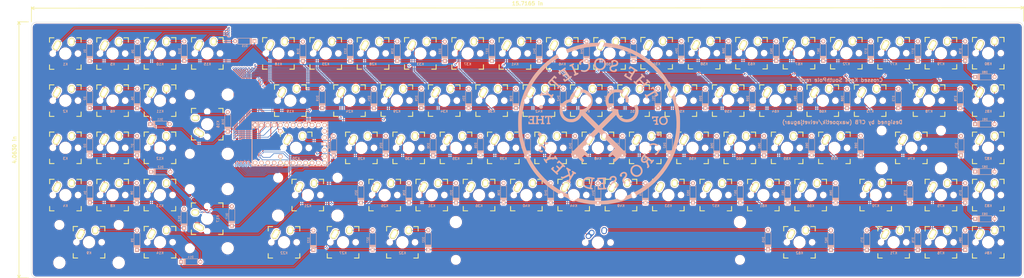
<source format=kicad_pcb>
(kicad_pcb (version 20171130) (host pcbnew "(5.0.0)")
  (layers (0 F.Cu signal) (31 B.Cu signal) (34 B.Paste user hide) (35 F.Paste user hide) (36 B.SilkS user) (37 F.SilkS user) (38 B.Mask user) (39 F.Mask user) (44 Edge.Cuts user))
  (net 0 "")
  (net 1 /row0)
  (net 2 "Net-(D1-Pad2)")
  (net 3 "Net-(D2-Pad2)")
  (net 4 /row1)
  (net 5 /row2)
  (net 6 "Net-(D3-Pad2)")
  (net 7 "Net-(D4-Pad2)")
  (net 8 /row3)
  (net 9 "Net-(D5-Pad2)")
  (net 10 "Net-(D6-Pad2)")
  (net 11 "Net-(D7-Pad2)")
  (net 12 "Net-(D8-Pad2)")
  (net 13 /row4)
  (net 14 "Net-(D9-Pad2)")
  (net 15 "Net-(D10-Pad2)")
  (net 16 "Net-(D11-Pad2)")
  (net 17 "Net-(D12-Pad2)")
  (net 18 "Net-(D13-Pad2)")
  (net 19 "Net-(D14-Pad2)")
  (net 20 "Net-(D15-Pad2)")
  (net 21 "Net-(D16-Pad2)")
  (net 22 "Net-(D17-Pad2)")
  (net 23 "Net-(D18-Pad2)")
  (net 24 "Net-(D19-Pad2)")
  (net 25 "Net-(D20-Pad2)")
  (net 26 "Net-(D21-Pad2)")
  (net 27 "Net-(D22-Pad2)")
  (net 28 "Net-(D23-Pad2)")
  (net 29 "Net-(D24-Pad2)")
  (net 30 "Net-(D25-Pad2)")
  (net 31 "Net-(D26-Pad2)")
  (net 32 "Net-(D27-Pad2)")
  (net 33 "Net-(D28-Pad2)")
  (net 34 "Net-(D29-Pad2)")
  (net 35 "Net-(D30-Pad2)")
  (net 36 "Net-(D31-Pad2)")
  (net 37 "Net-(D32-Pad2)")
  (net 38 "Net-(D33-Pad2)")
  (net 39 "Net-(D34-Pad2)")
  (net 40 "Net-(D35-Pad2)")
  (net 41 "Net-(D36-Pad2)")
  (net 42 "Net-(D37-Pad2)")
  (net 43 "Net-(D38-Pad2)")
  (net 44 "Net-(D39-Pad2)")
  (net 45 "Net-(D40-Pad2)")
  (net 46 "Net-(D41-Pad2)")
  (net 47 "Net-(D42-Pad2)")
  (net 48 "Net-(D43-Pad2)")
  (net 49 "Net-(D44-Pad2)")
  (net 50 "Net-(D45-Pad2)")
  (net 51 "Net-(D46-Pad2)")
  (net 52 "Net-(D47-Pad2)")
  (net 53 "Net-(D48-Pad2)")
  (net 54 "Net-(D49-Pad2)")
  (net 55 "Net-(D50-Pad2)")
  (net 56 "Net-(D51-Pad2)")
  (net 57 "Net-(D52-Pad2)")
  (net 58 "Net-(D53-Pad2)")
  (net 59 "Net-(D54-Pad2)")
  (net 60 "Net-(D55-Pad2)")
  (net 61 "Net-(D56-Pad2)")
  (net 62 "Net-(D57-Pad2)")
  (net 63 "Net-(D58-Pad2)")
  (net 64 "Net-(D59-Pad2)")
  (net 65 "Net-(D60-Pad2)")
  (net 66 "Net-(D61-Pad2)")
  (net 67 "Net-(D62-Pad2)")
  (net 68 "Net-(D63-Pad2)")
  (net 69 "Net-(D64-Pad2)")
  (net 70 "Net-(D65-Pad2)")
  (net 71 "Net-(D66-Pad2)")
  (net 72 "Net-(D67-Pad2)")
  (net 73 "Net-(D68-Pad2)")
  (net 74 "Net-(D69-Pad2)")
  (net 75 "Net-(D70-Pad2)")
  (net 76 "Net-(D71-Pad2)")
  (net 77 "Net-(D72-Pad2)")
  (net 78 "Net-(D73-Pad2)")
  (net 79 "Net-(D74-Pad2)")
  (net 80 "Net-(D75-Pad2)")
  (net 81 "Net-(D76-Pad2)")
  (net 82 "Net-(D77-Pad2)")
  (net 83 "Net-(D78-Pad2)")
  (net 84 "Net-(D79-Pad2)")
  (net 85 "Net-(D80-Pad2)")
  (net 86 "Net-(D81-Pad2)")
  (net 87 "Net-(D82-Pad2)")
  (net 88 "Net-(D83-Pad2)")
  (net 89 "Net-(D84-Pad2)")
  (net 90 /col0)
  (net 91 /col1)
  (net 92 /col2)
  (net 93 /col3)
  (net 94 /col4)
  (net 95 /col5)
  (net 96 /col6)
  (net 97 /col7)
  (net 98 /col8)
  (net 99 /col9)
  (net 100 /col10)
  (net 101 /col11)
  (net 102 /col12)
  (net 103 /col13)
  (net 104 /col14)
  (net 105 /col15)
  (net 106 /col16)
  (net 107 /col17)
  (net 108 /col18)
  (net 109 /col19)
  (net 110 "Net-(U1-Pad14)")
  (net 111 "Net-(U1-Pad16)")
  (net 112 "Net-(U1-Pad29)")
  (net 113 "Net-(U1-Pad30)")
  (net 114 GND)
  (module LOGO (layer B.Cu) (at 255.4 96.8 180)
    (fp_text reference G*** hide)
    (fp_text value LOGO hide)
  )
  (module keebs:Mx_Alps_100 (layer F.Cu) (at 97.78125 68.53125)
    (fp_text reference K15 (at 0 4.318) (layer B.SilkS) (effects (font (thickness 0.2)) (justify mirror)))
    (fp_text value KEYSW hide)
    (pad HOLE np_thru_hole circle (at 0 0) (size 3.9878 3.9878) (drill 3.9878) (layers *.Cu))
    (pad HOLE np_thru_hole circle (at -5.08 0) (size 1.7018 1.7018) (drill 1.7018) (layers *.Cu))
    (pad HOLE np_thru_hole circle (at 5.08 0) (size 1.7018 1.7018) (drill 1.7018) (layers *.Cu))
    (pad 1 thru_hole oval (at -3.405 -3.27 330.95) (size 2.5 4.17) (drill oval 1.5 3.17) (layers *.Cu *.Mask F.SilkS) (net 93 /col3))
    (pad 2 thru_hole oval (at 2.52 -4.79 356.1) (size 2.5 3.08) (drill oval 1.5 2.08) (layers *.Cu *.Mask F.SilkS) (net 20 "Net-(D15-Pad2)"))
  )
  (module keebs:Mx_Alps_100 (layer F.Cu) (at 373.875 68.4375)
    (fp_text reference K77 (at 0 4.318) (layer B.SilkS) (effects (font (thickness 0.2)) (justify mirror)))
    (fp_text value KEYSW hide)
    (pad 2 thru_hole oval (at 2.52 -4.79 356.1) (size 2.5 3.08) (drill oval 1.5 2.08) (layers *.Cu *.Mask F.SilkS) (net 82 "Net-(D77-Pad2)"))
    (pad 1 thru_hole oval (at -3.405 -3.27 330.95) (size 2.5 4.17) (drill oval 1.5 3.17) (layers *.Cu *.Mask F.SilkS) (net 107 /col17))
    (pad HOLE np_thru_hole circle (at 5.08 0) (size 1.7018 1.7018) (drill 1.7018) (layers *.Cu))
    (pad HOLE np_thru_hole circle (at -5.08 0) (size 1.7018 1.7018) (drill 1.7018) (layers *.Cu))
    (pad HOLE np_thru_hole circle (at 0 0) (size 3.9878 3.9878) (drill 3.9878) (layers *.Cu))
  )
  (module keebs:Mx_Alps_100 (layer F.Cu) (at 392.90625 68.4375)
    (fp_text reference K79 (at 0 4.318) (layer B.SilkS) (effects (font (thickness 0.2)) (justify mirror)))
    (fp_text value KEYSW hide)
    (pad 2 thru_hole oval (at 2.52 -4.79 356.1) (size 2.5 3.08) (drill oval 1.5 2.08) (layers *.Cu *.Mask F.SilkS) (net 84 "Net-(D79-Pad2)"))
    (pad 1 thru_hole oval (at -3.405 -3.27 330.95) (size 2.5 4.17) (drill oval 1.5 3.17) (layers *.Cu *.Mask F.SilkS) (net 108 /col18))
    (pad HOLE np_thru_hole circle (at 5.08 0) (size 1.7018 1.7018) (drill 1.7018) (layers *.Cu))
    (pad HOLE np_thru_hole circle (at -5.08 0) (size 1.7018 1.7018) (drill 1.7018) (layers *.Cu))
    (pad HOLE np_thru_hole circle (at 0 0) (size 3.9878 3.9878) (drill 3.9878) (layers *.Cu))
  )
  (module keebs:Mx_Alps_150 (layer F.Cu) (at 388.125 87.5625)
    (fp_text reference K78 (at 0 4.318) (layer B.SilkS) (effects (font (thickness 0.2)) (justify mirror)))
    (fp_text value KEYSW hide)
    (pad 2 thru_hole oval (at 2.52 -4.79 356.1) (size 2.5 3.08) (drill oval 1.5 2.08) (layers *.Cu *.Mask F.SilkS) (net 83 "Net-(D78-Pad2)"))
    (pad 1 thru_hole oval (at -3.405 -3.27 330.95) (size 2.5 4.17) (drill oval 1.5 3.17) (layers *.Cu *.Mask F.SilkS) (net 107 /col17))
    (pad HOLE np_thru_hole circle (at 5.08 0) (size 1.7018 1.7018) (drill 1.7018) (layers *.Cu))
    (pad HOLE np_thru_hole circle (at -5.08 0) (size 1.7018 1.7018) (drill 1.7018) (layers *.Cu))
    (pad HOLE np_thru_hole circle (at 0 0) (size 3.9878 3.9878) (drill 3.9878) (layers *.Cu))
  )
  (module keebs:Mx_Alps_225 (layer F.Cu) (at 381 106.59375)
    (fp_text reference K74 (at 0 4.318) (layer B.SilkS) (effects (font (thickness 0.2)) (justify mirror)))
    (fp_text value KEYSW hide)
    (pad 2 thru_hole oval (at 2.52 -4.79 356.1) (size 2.5 3.08) (drill oval 1.5 2.08) (layers *.Cu *.Mask F.SilkS) (net 79 "Net-(D74-Pad2)"))
    (pad 1 thru_hole oval (at -3.405 -3.27 330.95) (size 2.5 4.17) (drill oval 1.5 3.17) (layers *.Cu *.Mask F.SilkS) (net 106 /col16))
    (pad HOLE np_thru_hole circle (at 11.938 8.255) (size 3.9878 3.9878) (drill 3.9878) (layers *.Cu))
    (pad HOLE np_thru_hole circle (at -11.938 8.255) (size 3.9878 3.9878) (drill 3.9878) (layers *.Cu))
    (pad HOLE np_thru_hole circle (at 11.938 -6.985) (size 3.048 3.048) (drill 3.048) (layers *.Cu))
    (pad HOLE np_thru_hole circle (at -11.938 -6.985) (size 3.048 3.048) (drill 3.048) (layers *.Cu))
    (pad HOLE np_thru_hole circle (at 5.08 0) (size 1.7018 1.7018) (drill 1.7018) (layers *.Cu))
    (pad HOLE np_thru_hole circle (at -5.08 0) (size 1.7018 1.7018) (drill 1.7018) (layers *.Cu))
    (pad HOLE np_thru_hole circle (at 0 0) (size 3.9878 3.9878) (drill 3.9878) (layers *.Cu))
  )
  (module keebs:Mx_Alps_175 (layer F.Cu) (at 366.67375 125.625)
    (fp_text reference K70 (at 0 4.318) (layer B.SilkS) (effects (font (thickness 0.2)) (justify mirror)))
    (fp_text value KEYSW hide)
    (pad 2 thru_hole oval (at 2.52 -4.79 356.1) (size 2.5 3.08) (drill oval 1.5 2.08) (layers *.Cu *.Mask F.SilkS) (net 75 "Net-(D70-Pad2)"))
    (pad 1 thru_hole oval (at -3.405 -3.27 330.95) (size 2.5 4.17) (drill oval 1.5 3.17) (layers *.Cu *.Mask F.SilkS) (net 105 /col15))
    (pad HOLE np_thru_hole circle (at 5.08 0) (size 1.7018 1.7018) (drill 1.7018) (layers *.Cu))
    (pad HOLE np_thru_hole circle (at -5.08 0) (size 1.7018 1.7018) (drill 1.7018) (layers *.Cu))
    (pad HOLE np_thru_hole circle (at 0 0) (size 3.9878 3.9878) (drill 3.9878) (layers *.Cu))
  )
  (module keebs:Mx_Alps_150 (layer F.Cu) (at 336 144.65625)
    (fp_text reference K62 (at 0 4.318) (layer B.SilkS) (effects (font (thickness 0.2)) (justify mirror)))
    (fp_text value KEYSW hide)
    (pad 2 thru_hole oval (at 2.52 -4.79 356.1) (size 2.5 3.08) (drill oval 1.5 2.08) (layers *.Cu *.Mask F.SilkS) (net 67 "Net-(D62-Pad2)"))
    (pad 1 thru_hole oval (at -3.405 -3.27 330.95) (size 2.5 4.17) (drill oval 1.5 3.17) (layers *.Cu *.Mask F.SilkS) (net 103 /col13))
    (pad HOLE np_thru_hole circle (at 5.08 0) (size 1.7018 1.7018) (drill 1.7018) (layers *.Cu))
    (pad HOLE np_thru_hole circle (at -5.08 0) (size 1.7018 1.7018) (drill 1.7018) (layers *.Cu))
    (pad HOLE np_thru_hole circle (at 0 0) (size 3.9878 3.9878) (drill 3.9878) (layers *.Cu))
  )
  (module MX_Alps_Hybrid:MX-7U-ReversedStabilizers-NoLED (layer F.Cu) (at 254.90625 144.75)
    (fp_text reference K45)
    (fp_text value KEYSW)
    (pad "" np_thru_hole circle (at 57.15 -8.255) (size 3.9878 3.9878) (drill 3.9878) (layers *.Cu *.Mask))
    (pad "" np_thru_hole circle (at -57.15 -8.255) (size 3.9878 3.9878) (drill 3.9878) (layers *.Cu *.Mask))
    (pad "" np_thru_hole circle (at 57.15 6.985) (size 3.048 3.048) (drill 3.048) (layers *.Cu *.Mask))
    (pad "" np_thru_hole circle (at -57.15 6.985) (size 3.048 3.048) (drill 3.048) (layers *.Cu *.Mask))
    (pad "" np_thru_hole circle (at 5.08 0 48.0996) (size 1.75 1.75) (drill 1.75) (layers *.Cu *.Mask))
    (pad "" np_thru_hole circle (at -5.08 0 48.0996) (size 1.75 1.75) (drill 1.75) (layers *.Cu *.Mask))
    (pad 1 thru_hole circle (at -2.5 -4) (size 2.25 2.25) (drill 1.47) (layers *.Cu B.Mask) (net 99 /col9))
    (pad "" np_thru_hole circle (at 0 0) (size 3.9878 3.9878) (drill 3.9878) (layers *.Cu *.Mask))
    (pad 1 thru_hole oval (at -3.81 -2.54 48.0996) (size 4.211556 2.25) (drill 1.47 (offset 0.980778 0)) (layers *.Cu B.Mask) (net 99 /col9))
    (pad 2 thru_hole circle (at 2.54 -5.08) (size 2.25 2.25) (drill 1.47) (layers *.Cu B.Mask) (net 50 "Net-(D45-Pad2)"))
    (pad 2 thru_hole oval (at 2.5 -4.5 86.0548) (size 2.831378 2.25) (drill 1.47 (offset 0.290689 0)) (layers *.Cu B.Mask) (net 50 "Net-(D45-Pad2)"))
  )
  (module keebs:Mx_Alps_125 (layer F.Cu) (at 176.25 144.65625)
    (fp_text reference K32 (at 0 4.318) (layer B.SilkS) (effects (font (thickness 0.2)) (justify mirror)))
    (fp_text value KEYSW hide)
    (pad 2 thru_hole oval (at 2.52 -4.79 356.1) (size 2.5 3.08) (drill oval 1.5 2.08) (layers *.Cu *.Mask F.SilkS) (net 37 "Net-(D32-Pad2)"))
    (pad 1 thru_hole oval (at -3.405 -3.27 330.95) (size 2.5 4.17) (drill oval 1.5 3.17) (layers *.Cu *.Mask F.SilkS) (net 96 /col6))
    (pad HOLE np_thru_hole circle (at 5.08 0) (size 1.7018 1.7018) (drill 1.7018) (layers *.Cu))
    (pad HOLE np_thru_hole circle (at -5.08 0) (size 1.7018 1.7018) (drill 1.7018) (layers *.Cu))
    (pad HOLE np_thru_hole circle (at 0 0) (size 3.9878 3.9878) (drill 3.9878) (layers *.Cu))
  )
  (module keebs:Mx_Alps_125 (layer F.Cu) (at 152.37375 144.645)
    (fp_text reference K27 (at 0 4.318) (layer B.SilkS) (effects (font (thickness 0.2)) (justify mirror)))
    (fp_text value KEYSW hide)
    (pad 2 thru_hole oval (at 2.52 -4.79 356.1) (size 2.5 3.08) (drill oval 1.5 2.08) (layers *.Cu *.Mask F.SilkS) (net 32 "Net-(D27-Pad2)"))
    (pad 1 thru_hole oval (at -3.405 -3.27 330.95) (size 2.5 4.17) (drill oval 1.5 3.17) (layers *.Cu *.Mask F.SilkS) (net 95 /col5))
    (pad HOLE np_thru_hole circle (at 5.08 0) (size 1.7018 1.7018) (drill 1.7018) (layers *.Cu))
    (pad HOLE np_thru_hole circle (at -5.08 0) (size 1.7018 1.7018) (drill 1.7018) (layers *.Cu))
    (pad HOLE np_thru_hole circle (at 0 0) (size 3.9878 3.9878) (drill 3.9878) (layers *.Cu))
  )
  (module keebs:Mx_Alps_225 (layer F.Cu) (at 138.1875 125.625)
    (fp_text reference K21 (at 0 4.318) (layer B.SilkS) (effects (font (thickness 0.2)) (justify mirror)))
    (fp_text value KEYSW hide)
    (pad 2 thru_hole oval (at 2.52 -4.79 356.1) (size 2.5 3.08) (drill oval 1.5 2.08) (layers *.Cu *.Mask F.SilkS) (net 26 "Net-(D21-Pad2)"))
    (pad 1 thru_hole oval (at -3.405 -3.27 330.95) (size 2.5 4.17) (drill oval 1.5 3.17) (layers *.Cu *.Mask F.SilkS) (net 94 /col4))
    (pad HOLE np_thru_hole circle (at 11.938 8.255) (size 3.9878 3.9878) (drill 3.9878) (layers *.Cu))
    (pad HOLE np_thru_hole circle (at -11.938 8.255) (size 3.9878 3.9878) (drill 3.9878) (layers *.Cu))
    (pad HOLE np_thru_hole circle (at 11.938 -6.985) (size 3.048 3.048) (drill 3.048) (layers *.Cu))
    (pad HOLE np_thru_hole circle (at -11.938 -6.985) (size 3.048 3.048) (drill 3.048) (layers *.Cu))
    (pad HOLE np_thru_hole circle (at 5.08 0) (size 1.7018 1.7018) (drill 1.7018) (layers *.Cu))
    (pad HOLE np_thru_hole circle (at -5.08 0) (size 1.7018 1.7018) (drill 1.7018) (layers *.Cu))
    (pad HOLE np_thru_hole circle (at 0 0) (size 3.9878 3.9878) (drill 3.9878) (layers *.Cu))
  )
  (module keebs:Mx_Alps_125 (layer F.Cu) (at 128.625 144.65625)
    (fp_text reference K22 (at 0 4.318) (layer B.SilkS) (effects (font (thickness 0.2)) (justify mirror)))
    (fp_text value KEYSW hide)
    (pad 2 thru_hole oval (at 2.52 -4.79 356.1) (size 2.5 3.08) (drill oval 1.5 2.08) (layers *.Cu *.Mask F.SilkS) (net 27 "Net-(D22-Pad2)"))
    (pad 1 thru_hole oval (at -3.405 -3.27 330.95) (size 2.5 4.17) (drill oval 1.5 3.17) (layers *.Cu *.Mask F.SilkS) (net 94 /col4))
    (pad HOLE np_thru_hole circle (at 5.08 0) (size 1.7018 1.7018) (drill 1.7018) (layers *.Cu))
    (pad HOLE np_thru_hole circle (at -5.08 0) (size 1.7018 1.7018) (drill 1.7018) (layers *.Cu))
    (pad HOLE np_thru_hole circle (at 0 0) (size 3.9878 3.9878) (drill 3.9878) (layers *.Cu))
  )
  (module keebs:Mx_Alps_175 (layer F.Cu) (at 133.5 106.59375)
    (fp_text reference K20 (at 0 4.318) (layer B.SilkS) (effects (font (thickness 0.2)) (justify mirror)))
    (fp_text value KEYSW hide)
    (pad 2 thru_hole oval (at 2.52 -4.79 356.1) (size 2.5 3.08) (drill oval 1.5 2.08) (layers *.Cu *.Mask F.SilkS) (net 25 "Net-(D20-Pad2)"))
    (pad 1 thru_hole oval (at -3.405 -3.27 330.95) (size 2.5 4.17) (drill oval 1.5 3.17) (layers *.Cu *.Mask F.SilkS) (net 94 /col4))
    (pad HOLE np_thru_hole circle (at 5.08 0) (size 1.7018 1.7018) (drill 1.7018) (layers *.Cu))
    (pad HOLE np_thru_hole circle (at -5.08 0) (size 1.7018 1.7018) (drill 1.7018) (layers *.Cu))
    (pad HOLE np_thru_hole circle (at 0 0) (size 3.9878 3.9878) (drill 3.9878) (layers *.Cu))
  )
  (module keebs:Mx_Alps_150 (layer F.Cu) (at 131.15625 87.5625)
    (fp_text reference K19 (at 0 4.318) (layer B.SilkS) (effects (font (thickness 0.2)) (justify mirror)))
    (fp_text value KEYSW hide)
    (pad 2 thru_hole oval (at 2.52 -4.79 356.1) (size 2.5 3.08) (drill oval 1.5 2.08) (layers *.Cu *.Mask F.SilkS) (net 24 "Net-(D19-Pad2)"))
    (pad 1 thru_hole oval (at -3.405 -3.27 330.95) (size 2.5 4.17) (drill oval 1.5 3.17) (layers *.Cu *.Mask F.SilkS) (net 94 /col4))
    (pad HOLE np_thru_hole circle (at 5.08 0) (size 1.7018 1.7018) (drill 1.7018) (layers *.Cu))
    (pad HOLE np_thru_hole circle (at -5.08 0) (size 1.7018 1.7018) (drill 1.7018) (layers *.Cu))
    (pad HOLE np_thru_hole circle (at 0 0) (size 3.9878 3.9878) (drill 3.9878) (layers *.Cu))
  )
  (module keebs:Mx_Alps_200 (layer F.Cu) (at 97.71 135.138 90)
    (fp_text reference K17 (at 0 4.318 90) (layer B.SilkS) (effects (font (thickness 0.2)) (justify mirror)))
    (fp_text value KEYSW hide)
    (pad 2 thru_hole oval (at 2.52 -4.79 86.1) (size 2.5 3.08) (drill oval 1.5 2.08) (layers *.Cu *.Mask F.SilkS) (net 22 "Net-(D17-Pad2)"))
    (pad 1 thru_hole oval (at -3.405 -3.27 60.95) (size 2.5 4.17) (drill oval 1.5 3.17) (layers *.Cu *.Mask F.SilkS) (net 93 /col3))
    (pad HOLE np_thru_hole circle (at 11.938 8.255 90) (size 3.9878 3.9878) (drill 3.9878) (layers *.Cu))
    (pad HOLE np_thru_hole circle (at -11.938 8.255 90) (size 3.9878 3.9878) (drill 3.9878) (layers *.Cu))
    (pad HOLE np_thru_hole circle (at 11.938 -6.985 90) (size 3.048 3.048) (drill 3.048) (layers *.Cu))
    (pad HOLE np_thru_hole circle (at -11.938 -6.985 90) (size 3.048 3.048) (drill 3.048) (layers *.Cu))
    (pad HOLE np_thru_hole circle (at 5.08 0 90) (size 1.7018 1.7018) (drill 1.7018) (layers *.Cu))
    (pad HOLE np_thru_hole circle (at -5.08 0 90) (size 1.7018 1.7018) (drill 1.7018) (layers *.Cu))
    (pad HOLE np_thru_hole circle (at 0 0 90) (size 3.9878 3.9878) (drill 3.9878) (layers *.Cu))
  )
  (module keebs:Mx_Alps_200 (layer F.Cu) (at 50.187 144.635)
    (fp_text reference K9 (at 0 4.318) (layer B.SilkS) (effects (font (thickness 0.2)) (justify mirror)))
    (fp_text value KEYSW hide)
    (pad 2 thru_hole oval (at 2.52 -4.79 356.1) (size 2.5 3.08) (drill oval 1.5 2.08) (layers *.Cu *.Mask F.SilkS) (net 14 "Net-(D9-Pad2)"))
    (pad 1 thru_hole oval (at -3.405 -3.27 330.95) (size 2.5 4.17) (drill oval 1.5 3.17) (layers *.Cu *.Mask F.SilkS) (net 91 /col1))
    (pad HOLE np_thru_hole circle (at 11.938 8.255) (size 3.9878 3.9878) (drill 3.9878) (layers *.Cu))
    (pad HOLE np_thru_hole circle (at -11.938 8.255) (size 3.9878 3.9878) (drill 3.9878) (layers *.Cu))
    (pad HOLE np_thru_hole circle (at 11.938 -6.985) (size 3.048 3.048) (drill 3.048) (layers *.Cu))
    (pad HOLE np_thru_hole circle (at -11.938 -6.985) (size 3.048 3.048) (drill 3.048) (layers *.Cu))
    (pad HOLE np_thru_hole circle (at 5.08 0) (size 1.7018 1.7018) (drill 1.7018) (layers *.Cu))
    (pad HOLE np_thru_hole circle (at -5.08 0) (size 1.7018 1.7018) (drill 1.7018) (layers *.Cu))
    (pad HOLE np_thru_hole circle (at 0 0) (size 3.9878 3.9878) (drill 3.9878) (layers *.Cu))
  )
  (module keebs:Mx_Alps_200 (layer F.Cu) (at 97.735 97.063 90)
    (fp_text reference K16 (at 0 4.318 90) (layer B.SilkS) (effects (font (thickness 0.2)) (justify mirror)))
    (fp_text value KEYSW hide)
    (pad 2 thru_hole oval (at 2.52 -4.79 86.1) (size 2.5 3.08) (drill oval 1.5 2.08) (layers *.Cu *.Mask F.SilkS) (net 21 "Net-(D16-Pad2)"))
    (pad 1 thru_hole oval (at -3.405 -3.27 60.95) (size 2.5 4.17) (drill oval 1.5 3.17) (layers *.Cu *.Mask F.SilkS) (net 93 /col3))
    (pad HOLE np_thru_hole circle (at 11.938 8.255 90) (size 3.9878 3.9878) (drill 3.9878) (layers *.Cu))
    (pad HOLE np_thru_hole circle (at -11.938 8.255 90) (size 3.9878 3.9878) (drill 3.9878) (layers *.Cu))
    (pad HOLE np_thru_hole circle (at 11.938 -6.985 90) (size 3.048 3.048) (drill 3.048) (layers *.Cu))
    (pad HOLE np_thru_hole circle (at -11.938 -6.985 90) (size 3.048 3.048) (drill 3.048) (layers *.Cu))
    (pad HOLE np_thru_hole circle (at 5.08 0 90) (size 1.7018 1.7018) (drill 1.7018) (layers *.Cu))
    (pad HOLE np_thru_hole circle (at -5.08 0 90) (size 1.7018 1.7018) (drill 1.7018) (layers *.Cu))
    (pad HOLE np_thru_hole circle (at 0 0 90) (size 3.9878 3.9878) (drill 3.9878) (layers *.Cu))
  )
  (module keyboard_parts:D_axial (layer B.Cu) (at 50.4375 67.63125 90)
    (fp_text reference D1 (at 0 -1.925 90) (layer B.SilkS) (effects (font (size 0.8 0.8)) (justify mirror)))
    (fp_text value D hide)
    (pad 2 thru_hole circle (at 3.9 0 90) (size 1.6 1.6) (drill 0.7) (layers *.Cu *.Mask B.SilkS) (net 2 "Net-(D1-Pad2)"))
    (pad 1 thru_hole rect (at -3.9 0 90) (size 1.6 1.6) (drill 0.7) (layers *.Cu *.Mask B.SilkS) (net 1 /row0))
  )
  (module keyboard_parts:D_axial (layer B.Cu) (at 50.4375 86.625 90)
    (fp_text reference D2 (at 0 -1.925 90) (layer B.SilkS) (effects (font (size 0.8 0.8)) (justify mirror)))
    (fp_text value D hide)
    (pad 1 thru_hole rect (at -3.9 0 90) (size 1.6 1.6) (drill 0.7) (layers *.Cu *.Mask B.SilkS) (net 4 /row1))
    (pad 2 thru_hole circle (at 3.9 0 90) (size 1.6 1.6) (drill 0.7) (layers *.Cu *.Mask B.SilkS) (net 3 "Net-(D2-Pad2)"))
  )
  (module keyboard_parts:D_axial (layer B.Cu) (at 50.45 105.7 90)
    (fp_text reference D3 (at 0 -1.925 90) (layer B.SilkS) (effects (font (size 0.8 0.8)) (justify mirror)))
    (fp_text value D hide)
    (pad 2 thru_hole circle (at 3.9 0 90) (size 1.6 1.6) (drill 0.7) (layers *.Cu *.Mask B.SilkS) (net 6 "Net-(D3-Pad2)"))
    (pad 1 thru_hole rect (at -3.9 0 90) (size 1.6 1.6) (drill 0.7) (layers *.Cu *.Mask B.SilkS) (net 5 /row2))
  )
  (module keyboard_parts:D_axial (layer B.Cu) (at 50.53125 124.6875 90)
    (fp_text reference D4 (at 0 -1.925 90) (layer B.SilkS) (effects (font (size 0.8 0.8)) (justify mirror)))
    (fp_text value D hide)
    (pad 1 thru_hole rect (at -3.9 0 90) (size 1.6 1.6) (drill 0.7) (layers *.Cu *.Mask B.SilkS) (net 8 /row3))
    (pad 2 thru_hole circle (at 3.9 0 90) (size 1.6 1.6) (drill 0.7) (layers *.Cu *.Mask B.SilkS) (net 7 "Net-(D4-Pad2)"))
  )
  (module keyboard_parts:D_axial (layer B.Cu) (at 69.65625 67.725 90)
    (fp_text reference D5 (at 0 -1.925 90) (layer B.SilkS) (effects (font (size 0.8 0.8)) (justify mirror)))
    (fp_text value D hide)
    (pad 1 thru_hole rect (at -3.9 0 90) (size 1.6 1.6) (drill 0.7) (layers *.Cu *.Mask B.SilkS) (net 1 /row0))
    (pad 2 thru_hole circle (at 3.9 0 90) (size 1.6 1.6) (drill 0.7) (layers *.Cu *.Mask B.SilkS) (net 9 "Net-(D5-Pad2)"))
  )
  (module keyboard_parts:D_axial (layer B.Cu) (at 69.5625 86.6625 90)
    (fp_text reference D6 (at 0 -1.925 90) (layer B.SilkS) (effects (font (size 0.8 0.8)) (justify mirror)))
    (fp_text value D hide)
    (pad 1 thru_hole rect (at -3.9 0 90) (size 1.6 1.6) (drill 0.7) (layers *.Cu *.Mask B.SilkS) (net 4 /row1))
    (pad 2 thru_hole circle (at 3.9 0 90) (size 1.6 1.6) (drill 0.7) (layers *.Cu *.Mask B.SilkS) (net 10 "Net-(D6-Pad2)"))
  )
  (module keyboard_parts:D_axial (layer B.Cu) (at 69.5 105.7 90)
    (fp_text reference D7 (at 0 -1.925 90) (layer B.SilkS) (effects (font (size 0.8 0.8)) (justify mirror)))
    (fp_text value D hide)
    (pad 2 thru_hole circle (at 3.9 0 90) (size 1.6 1.6) (drill 0.7) (layers *.Cu *.Mask B.SilkS) (net 11 "Net-(D7-Pad2)"))
    (pad 1 thru_hole rect (at -3.9 0 90) (size 1.6 1.6) (drill 0.7) (layers *.Cu *.Mask B.SilkS) (net 5 /row2))
  )
  (module keyboard_parts:D_axial (layer B.Cu) (at 69.375 124.6875 90)
    (fp_text reference D8 (at 0 -1.925 90) (layer B.SilkS) (effects (font (size 0.8 0.8)) (justify mirror)))
    (fp_text value D hide)
    (pad 1 thru_hole rect (at -3.9 0 90) (size 1.6 1.6) (drill 0.7) (layers *.Cu *.Mask B.SilkS) (net 8 /row3))
    (pad 2 thru_hole circle (at 3.9 0 90) (size 1.6 1.6) (drill 0.7) (layers *.Cu *.Mask B.SilkS) (net 12 "Net-(D8-Pad2)"))
  )
  (module keyboard_parts:D_axial (layer B.Cu) (at 69.475 143.8125 90)
    (fp_text reference D9 (at 0 -1.925 90) (layer B.SilkS) (effects (font (size 0.8 0.8)) (justify mirror)))
    (fp_text value D hide)
    (pad 2 thru_hole circle (at 3.9 0 90) (size 1.6 1.6) (drill 0.7) (layers *.Cu *.Mask B.SilkS) (net 14 "Net-(D9-Pad2)"))
    (pad 1 thru_hole rect (at -3.9 0 90) (size 1.6 1.6) (drill 0.7) (layers *.Cu *.Mask B.SilkS) (net 13 /row4))
  )
  (module keyboard_parts:D_axial (layer B.Cu) (at 88.5 67.59375 90)
    (fp_text reference D10 (at 0 -1.925 90) (layer B.SilkS) (effects (font (size 0.8 0.8)) (justify mirror)))
    (fp_text value D hide)
    (pad 1 thru_hole rect (at -3.9 0 90) (size 1.6 1.6) (drill 0.7) (layers *.Cu *.Mask B.SilkS) (net 1 /row0))
    (pad 2 thru_hole circle (at 3.9 0 90) (size 1.6 1.6) (drill 0.7) (layers *.Cu *.Mask B.SilkS) (net 15 "Net-(D10-Pad2)"))
  )
  (module keyboard_parts:D_axial (layer B.Cu) (at 78.75 97.05)
    (fp_text reference D11 (at 0 -1.925) (layer B.SilkS) (effects (font (size 0.8 0.8)) (justify mirror)))
    (fp_text value D hide)
    (pad 2 thru_hole circle (at 3.9 0) (size 1.6 1.6) (drill 0.7) (layers *.Cu *.Mask B.SilkS) (net 16 "Net-(D11-Pad2)"))
    (pad 1 thru_hole rect (at -3.9 0) (size 1.6 1.6) (drill 0.7) (layers *.Cu *.Mask B.SilkS) (net 4 /row1))
  )
  (module keyboard_parts:D_axial (layer B.Cu) (at 79 116.225)
    (fp_text reference D12 (at 0 -1.925) (layer B.SilkS) (effects (font (size 0.8 0.8)) (justify mirror)))
    (fp_text value D hide)
    (pad 1 thru_hole rect (at -3.9 0) (size 1.6 1.6) (drill 0.7) (layers *.Cu *.Mask B.SilkS) (net 5 /row2))
    (pad 2 thru_hole circle (at 3.9 0) (size 1.6 1.6) (drill 0.7) (layers *.Cu *.Mask B.SilkS) (net 17 "Net-(D12-Pad2)"))
  )
  (module keyboard_parts:D_axial (layer B.Cu) (at 88.425 135.1 90)
    (fp_text reference D13 (at 0 -1.925 90) (layer B.SilkS) (effects (font (size 0.8 0.8)) (justify mirror)))
    (fp_text value D hide)
    (pad 2 thru_hole circle (at 3.9 0 90) (size 1.6 1.6) (drill 0.7) (layers *.Cu *.Mask B.SilkS) (net 18 "Net-(D13-Pad2)"))
    (pad 1 thru_hole rect (at -3.9 0 90) (size 1.6 1.6) (drill 0.7) (layers *.Cu *.Mask B.SilkS) (net 8 /row3))
  )
  (module keyboard_parts:D_axial (layer B.Cu) (at 91.075 152.525)
    (fp_text reference D14 (at 0 -1.925) (layer B.SilkS) (effects (font (size 0.8 0.8)) (justify mirror)))
    (fp_text value D hide)
    (pad 1 thru_hole rect (at -3.9 0) (size 1.6 1.6) (drill 0.7) (layers *.Cu *.Mask B.SilkS) (net 13 /row4))
    (pad 2 thru_hole circle (at 3.9 0) (size 1.6 1.6) (drill 0.7) (layers *.Cu *.Mask B.SilkS) (net 19 "Net-(D14-Pad2)"))
  )
  (module keyboard_parts:D_axial (layer B.Cu) (at 112.85 63.6 180)
    (fp_text reference D15 (at 0 -1.925 180) (layer B.SilkS) (effects (font (size 0.8 0.8)) (justify mirror)))
    (fp_text value D hide)
    (pad 1 thru_hole rect (at -3.9 0 180) (size 1.6 1.6) (drill 0.7) (layers *.Cu *.Mask B.SilkS) (net 1 /row0))
    (pad 2 thru_hole circle (at 3.9 0 180) (size 1.6 1.6) (drill 0.7) (layers *.Cu *.Mask B.SilkS) (net 20 "Net-(D15-Pad2)"))
  )
  (module keyboard_parts:D_axial (layer B.Cu) (at 106 96.1 90)
    (fp_text reference D16 (at 0 -1.925 90) (layer B.SilkS) (effects (font (size 0.8 0.8)) (justify mirror)))
    (fp_text value D hide)
    (pad 2 thru_hole circle (at 3.9 0 90) (size 1.6 1.6) (drill 0.7) (layers *.Cu *.Mask B.SilkS) (net 21 "Net-(D16-Pad2)"))
    (pad 1 thru_hole rect (at -3.9 0 90) (size 1.6 1.6) (drill 0.7) (layers *.Cu *.Mask B.SilkS) (net 4 /row1))
  )
  (module keyboard_parts:D_axial (layer B.Cu) (at 107.625 134.0625 90)
    (fp_text reference D17 (at 0 -1.925 90) (layer B.SilkS) (effects (font (size 0.8 0.8)) (justify mirror)))
    (fp_text value D hide)
    (pad 1 thru_hole rect (at -3.9 0 90) (size 1.6 1.6) (drill 0.7) (layers *.Cu *.Mask B.SilkS) (net 5 /row2))
    (pad 2 thru_hole circle (at 3.9 0 90) (size 1.6 1.6) (drill 0.7) (layers *.Cu *.Mask B.SilkS) (net 22 "Net-(D17-Pad2)"))
  )
  (module keyboard_parts:D_axial (layer B.Cu) (at 136.21875 67.6875 90)
    (fp_text reference D18 (at 0 -1.925 90) (layer B.SilkS) (effects (font (size 0.8 0.8)) (justify mirror)))
    (fp_text value D hide)
    (pad 2 thru_hole circle (at 3.9 0 90) (size 1.6 1.6) (drill 0.7) (layers *.Cu *.Mask B.SilkS) (net 23 "Net-(D18-Pad2)"))
    (pad 1 thru_hole rect (at -3.9 0 90) (size 1.6 1.6) (drill 0.7) (layers *.Cu *.Mask B.SilkS) (net 1 /row0))
  )
  (module keyboard_parts:D_axial (layer B.Cu) (at 144 86.625 90)
    (fp_text reference D19 (at 0 -1.925 90) (layer B.SilkS) (effects (font (size 0.8 0.8)) (justify mirror)))
    (fp_text value D hide)
    (pad 1 thru_hole rect (at -3.9 0 90) (size 1.6 1.6) (drill 0.7) (layers *.Cu *.Mask B.SilkS) (net 4 /row1))
    (pad 2 thru_hole circle (at 3.9 0 90) (size 1.6 1.6) (drill 0.7) (layers *.Cu *.Mask B.SilkS) (net 24 "Net-(D19-Pad2)"))
  )
  (module keyboard_parts:D_axial (layer B.Cu) (at 148.59375 105.75 90)
    (fp_text reference D20 (at 0 -1.925 90) (layer B.SilkS) (effects (font (size 0.8 0.8)) (justify mirror)))
    (fp_text value D hide)
    (pad 2 thru_hole circle (at 3.9 0 90) (size 1.6 1.6) (drill 0.7) (layers *.Cu *.Mask B.SilkS) (net 25 "Net-(D20-Pad2)"))
    (pad 1 thru_hole rect (at -3.9 0 90) (size 1.6 1.6) (drill 0.7) (layers *.Cu *.Mask B.SilkS) (net 5 /row2))
  )
  (module keyboard_parts:D_axial (layer B.Cu) (at 159.5625 124.78125 90)
    (fp_text reference D21 (at 0 -1.925 90) (layer B.SilkS) (effects (font (size 0.8 0.8)) (justify mirror)))
    (fp_text value D hide)
    (pad 1 thru_hole rect (at -3.9 0 90) (size 1.6 1.6) (drill 0.7) (layers *.Cu *.Mask B.SilkS) (net 8 /row3))
    (pad 2 thru_hole circle (at 3.9 0 90) (size 1.6 1.6) (drill 0.7) (layers *.Cu *.Mask B.SilkS) (net 26 "Net-(D21-Pad2)"))
  )
  (module keyboard_parts:D_axial (layer B.Cu) (at 140.4375 143.8125 90)
    (fp_text reference D22 (at 0 -1.925 90) (layer B.SilkS) (effects (font (size 0.8 0.8)) (justify mirror)))
    (fp_text value D hide)
    (pad 2 thru_hole circle (at 3.9 0 90) (size 1.6 1.6) (drill 0.7) (layers *.Cu *.Mask B.SilkS) (net 27 "Net-(D22-Pad2)"))
    (pad 1 thru_hole rect (at -3.9 0 90) (size 1.6 1.6) (drill 0.7) (layers *.Cu *.Mask B.SilkS) (net 13 /row4))
  )
  (module keyboard_parts:D_axial (layer B.Cu) (at 155.25 67.59375 90)
    (fp_text reference D23 (at 0 -1.925 90) (layer B.SilkS) (effects (font (size 0.8 0.8)) (justify mirror)))
    (fp_text value D hide)
    (pad 1 thru_hole rect (at -3.9 0 90) (size 1.6 1.6) (drill 0.7) (layers *.Cu *.Mask B.SilkS) (net 1 /row0))
    (pad 2 thru_hole circle (at 3.9 0 90) (size 1.6 1.6) (drill 0.7) (layers *.Cu *.Mask B.SilkS) (net 28 "Net-(D23-Pad2)"))
  )
  (module keyboard_parts:D_axial (layer B.Cu) (at 164.8125 86.71875 90)
    (fp_text reference D24 (at 0 -1.925 90) (layer B.SilkS) (effects (font (size 0.8 0.8)) (justify mirror)))
    (fp_text value D hide)
    (pad 2 thru_hole circle (at 3.9 0 90) (size 1.6 1.6) (drill 0.7) (layers *.Cu *.Mask B.SilkS) (net 29 "Net-(D24-Pad2)"))
    (pad 1 thru_hole rect (at -3.9 0 90) (size 1.6 1.6) (drill 0.7) (layers *.Cu *.Mask B.SilkS) (net 4 /row1))
  )
  (module keyboard_parts:D_axial (layer B.Cu) (at 169.59375 105.65625 90)
    (fp_text reference D25 (at 0 -1.925 90) (layer B.SilkS) (effects (font (size 0.8 0.8)) (justify mirror)))
    (fp_text value D hide)
    (pad 1 thru_hole rect (at -3.9 0 90) (size 1.6 1.6) (drill 0.7) (layers *.Cu *.Mask B.SilkS) (net 5 /row2))
    (pad 2 thru_hole circle (at 3.9 0 90) (size 1.6 1.6) (drill 0.7) (layers *.Cu *.Mask B.SilkS) (net 30 "Net-(D25-Pad2)"))
  )
  (module keyboard_parts:D_axial (layer B.Cu) (at 178.875 124.6875 90)
    (fp_text reference D26 (at 0 -1.925 90) (layer B.SilkS) (effects (font (size 0.8 0.8)) (justify mirror)))
    (fp_text value D hide)
    (pad 2 thru_hole circle (at 3.9 0 90) (size 1.6 1.6) (drill 0.7) (layers *.Cu *.Mask B.SilkS) (net 31 "Net-(D26-Pad2)"))
    (pad 1 thru_hole rect (at -3.9 0 90) (size 1.6 1.6) (drill 0.7) (layers *.Cu *.Mask B.SilkS) (net 8 /row3))
  )
  (module keyboard_parts:D_axial (layer B.Cu) (at 164.25 143.71875 90)
    (fp_text reference D27 (at 0 -1.925 90) (layer B.SilkS) (effects (font (size 0.8 0.8)) (justify mirror)))
    (fp_text value D hide)
    (pad 1 thru_hole rect (at -3.9 0 90) (size 1.6 1.6) (drill 0.7) (layers *.Cu *.Mask B.SilkS) (net 13 /row4))
    (pad 2 thru_hole circle (at 3.9 0 90) (size 1.6 1.6) (drill 0.7) (layers *.Cu *.Mask B.SilkS) (net 32 "Net-(D27-Pad2)"))
  )
  (module keyboard_parts:D_axial (layer B.Cu) (at 174.1875 67.59375 90)
    (fp_text reference D28 (at 0 -1.925 90) (layer B.SilkS) (effects (font (size 0.8 0.8)) (justify mirror)))
    (fp_text value D hide)
    (pad 1 thru_hole rect (at -3.9 0 90) (size 1.6 1.6) (drill 0.7) (layers *.Cu *.Mask B.SilkS) (net 1 /row0))
    (pad 2 thru_hole circle (at 3.9 0 90) (size 1.6 1.6) (drill 0.7) (layers *.Cu *.Mask B.SilkS) (net 33 "Net-(D28-Pad2)"))
  )
  (module keyboard_parts:D_axial (layer B.Cu) (at 183.84375 86.625 90)
    (fp_text reference D29 (at 0 -1.925 90) (layer B.SilkS) (effects (font (size 0.8 0.8)) (justify mirror)))
    (fp_text value D hide)
    (pad 1 thru_hole rect (at -3.9 0 90) (size 1.6 1.6) (drill 0.7) (layers *.Cu *.Mask B.SilkS) (net 4 /row1))
    (pad 2 thru_hole circle (at 3.9 0 90) (size 1.6 1.6) (drill 0.7) (layers *.Cu *.Mask B.SilkS) (net 34 "Net-(D29-Pad2)"))
  )
  (module keyboard_parts:D_axial (layer B.Cu) (at 188.625 105.75 90)
    (fp_text reference D30 (at 0 -1.925 90) (layer B.SilkS) (effects (font (size 0.8 0.8)) (justify mirror)))
    (fp_text value D hide)
    (pad 2 thru_hole circle (at 3.9 0 90) (size 1.6 1.6) (drill 0.7) (layers *.Cu *.Mask B.SilkS) (net 35 "Net-(D30-Pad2)"))
    (pad 1 thru_hole rect (at -3.9 0 90) (size 1.6 1.6) (drill 0.7) (layers *.Cu *.Mask B.SilkS) (net 5 /row2))
  )
  (module keyboard_parts:D_axial (layer B.Cu) (at 197.8125 124.74375 90)
    (fp_text reference D31 (at 0 -1.925 90) (layer B.SilkS) (effects (font (size 0.8 0.8)) (justify mirror)))
    (fp_text value D hide)
    (pad 1 thru_hole rect (at -3.9 0 90) (size 1.6 1.6) (drill 0.7) (layers *.Cu *.Mask B.SilkS) (net 8 /row3))
    (pad 2 thru_hole circle (at 3.9 0 90) (size 1.6 1.6) (drill 0.7) (layers *.Cu *.Mask B.SilkS) (net 36 "Net-(D31-Pad2)"))
  )
  (module keyboard_parts:D_axial (layer B.Cu) (at 186.65625 143.68125 90)
    (fp_text reference D32 (at 0 -1.925 90) (layer B.SilkS) (effects (font (size 0.8 0.8)) (justify mirror)))
    (fp_text value D hide)
    (pad 1 thru_hole rect (at -3.9 0 90) (size 1.6 1.6) (drill 0.7) (layers *.Cu *.Mask B.SilkS) (net 13 /row4))
    (pad 2 thru_hole circle (at 3.9 0 90) (size 1.6 1.6) (drill 0.7) (layers *.Cu *.Mask B.SilkS) (net 37 "Net-(D32-Pad2)"))
  )
  (module keyboard_parts:D_axial (layer B.Cu) (at 193.3125 67.6875 90)
    (fp_text reference D33 (at 0 -1.925 90) (layer B.SilkS) (effects (font (size 0.8 0.8)) (justify mirror)))
    (fp_text value D hide)
    (pad 2 thru_hole circle (at 3.9 0 90) (size 1.6 1.6) (drill 0.7) (layers *.Cu *.Mask B.SilkS) (net 38 "Net-(D33-Pad2)"))
    (pad 1 thru_hole rect (at -3.9 0 90) (size 1.6 1.6) (drill 0.7) (layers *.Cu *.Mask B.SilkS) (net 1 /row0))
  )
  (module keyboard_parts:D_axial (layer B.Cu) (at 202.875 86.68125 90)
    (fp_text reference D34 (at 0 -1.925 90) (layer B.SilkS) (effects (font (size 0.8 0.8)) (justify mirror)))
    (fp_text value D hide)
    (pad 2 thru_hole circle (at 3.9 0 90) (size 1.6 1.6) (drill 0.7) (layers *.Cu *.Mask B.SilkS) (net 39 "Net-(D34-Pad2)"))
    (pad 1 thru_hole rect (at -3.9 0 90) (size 1.6 1.6) (drill 0.7) (layers *.Cu *.Mask B.SilkS) (net 4 /row1))
  )
  (module keyboard_parts:D_axial (layer B.Cu) (at 207.65625 105.65625 90)
    (fp_text reference D35 (at 0 -1.925 90) (layer B.SilkS) (effects (font (size 0.8 0.8)) (justify mirror)))
    (fp_text value D hide)
    (pad 2 thru_hole circle (at 3.9 0 90) (size 1.6 1.6) (drill 0.7) (layers *.Cu *.Mask B.SilkS) (net 40 "Net-(D35-Pad2)"))
    (pad 1 thru_hole rect (at -3.9 0 90) (size 1.6 1.6) (drill 0.7) (layers *.Cu *.Mask B.SilkS) (net 5 /row2))
  )
  (module keyboard_parts:D_axial (layer B.Cu) (at 216.9375 124.6875 90)
    (fp_text reference D36 (at 0 -1.925 90) (layer B.SilkS) (effects (font (size 0.8 0.8)) (justify mirror)))
    (fp_text value D hide)
    (pad 2 thru_hole circle (at 3.9 0 90) (size 1.6 1.6) (drill 0.7) (layers *.Cu *.Mask B.SilkS) (net 41 "Net-(D36-Pad2)"))
    (pad 1 thru_hole rect (at -3.9 0 90) (size 1.6 1.6) (drill 0.7) (layers *.Cu *.Mask B.SilkS) (net 8 /row3))
  )
  (module keyboard_parts:D_axial (layer B.Cu) (at 212.25 67.63125 90)
    (fp_text reference D37 (at 0 -1.925 90) (layer B.SilkS) (effects (font (size 0.8 0.8)) (justify mirror)))
    (fp_text value D hide)
    (pad 1 thru_hole rect (at -3.9 0 90) (size 1.6 1.6) (drill 0.7) (layers *.Cu *.Mask B.SilkS) (net 1 /row0))
    (pad 2 thru_hole circle (at 3.9 0 90) (size 1.6 1.6) (drill 0.7) (layers *.Cu *.Mask B.SilkS) (net 42 "Net-(D37-Pad2)"))
  )
  (module keyboard_parts:D_axial (layer B.Cu) (at 221.90625 86.6625 90)
    (fp_text reference D38 (at 0 -1.925 90) (layer B.SilkS) (effects (font (size 0.8 0.8)) (justify mirror)))
    (fp_text value D hide)
    (pad 1 thru_hole rect (at -3.9 0 90) (size 1.6 1.6) (drill 0.7) (layers *.Cu *.Mask B.SilkS) (net 4 /row1))
    (pad 2 thru_hole circle (at 3.9 0 90) (size 1.6 1.6) (drill 0.7) (layers *.Cu *.Mask B.SilkS) (net 43 "Net-(D38-Pad2)"))
  )
  (module keyboard_parts:D_axial (layer B.Cu) (at 226.59375 105.7125 90)
    (fp_text reference D39 (at 0 -1.925 90) (layer B.SilkS) (effects (font (size 0.8 0.8)) (justify mirror)))
    (fp_text value D hide)
    (pad 2 thru_hole circle (at 3.9 0 90) (size 1.6 1.6) (drill 0.7) (layers *.Cu *.Mask B.SilkS) (net 44 "Net-(D39-Pad2)"))
    (pad 1 thru_hole rect (at -3.9 0 90) (size 1.6 1.6) (drill 0.7) (layers *.Cu *.Mask B.SilkS) (net 5 /row2))
  )
  (module keyboard_parts:D_axial (layer B.Cu) (at 235.875 124.74375 90)
    (fp_text reference D40 (at 0 -1.925 90) (layer B.SilkS) (effects (font (size 0.8 0.8)) (justify mirror)))
    (fp_text value D hide)
    (pad 1 thru_hole rect (at -3.9 0 90) (size 1.6 1.6) (drill 0.7) (layers *.Cu *.Mask B.SilkS) (net 8 /row3))
    (pad 2 thru_hole circle (at 3.9 0 90) (size 1.6 1.6) (drill 0.7) (layers *.Cu *.Mask B.SilkS) (net 45 "Net-(D40-Pad2)"))
  )
  (module keyboard_parts:D_axial (layer B.Cu) (at 231.28125 67.63125 90)
    (fp_text reference D41 (at 0 -1.925 90) (layer B.SilkS) (effects (font (size 0.8 0.8)) (justify mirror)))
    (fp_text value D hide)
    (pad 1 thru_hole rect (at -3.9 0 90) (size 1.6 1.6) (drill 0.7) (layers *.Cu *.Mask B.SilkS) (net 1 /row0))
    (pad 2 thru_hole circle (at 3.9 0 90) (size 1.6 1.6) (drill 0.7) (layers *.Cu *.Mask B.SilkS) (net 46 "Net-(D41-Pad2)"))
  )
  (module keyboard_parts:D_axial (layer B.Cu) (at 240.9375 86.625 90)
    (fp_text reference D42 (at 0 -1.925 90) (layer B.SilkS) (effects (font (size 0.8 0.8)) (justify mirror)))
    (fp_text value D hide)
    (pad 1 thru_hole rect (at -3.9 0 90) (size 1.6 1.6) (drill 0.7) (layers *.Cu *.Mask B.SilkS) (net 4 /row1))
    (pad 2 thru_hole circle (at 3.9 0 90) (size 1.6 1.6) (drill 0.7) (layers *.Cu *.Mask B.SilkS) (net 47 "Net-(D42-Pad2)"))
  )
  (module keyboard_parts:D_axial (layer B.Cu) (at 245.71875 105.75 90)
    (fp_text reference D43 (at 0 -1.925 90) (layer B.SilkS) (effects (font (size 0.8 0.8)) (justify mirror)))
    (fp_text value D hide)
    (pad 2 thru_hole circle (at 3.9 0 90) (size 1.6 1.6) (drill 0.7) (layers *.Cu *.Mask B.SilkS) (net 48 "Net-(D43-Pad2)"))
    (pad 1 thru_hole rect (at -3.9 0 90) (size 1.6 1.6) (drill 0.7) (layers *.Cu *.Mask B.SilkS) (net 5 /row2))
  )
  (module keyboard_parts:D_axial (layer B.Cu) (at 254.90625 124.78125 90)
    (fp_text reference D44 (at 0 -1.925 90) (layer B.SilkS) (effects (font (size 0.8 0.8)) (justify mirror)))
    (fp_text value D hide)
    (pad 1 thru_hole rect (at -3.9 0 90) (size 1.6 1.6) (drill 0.7) (layers *.Cu *.Mask B.SilkS) (net 8 /row3))
    (pad 2 thru_hole circle (at 3.9 0 90) (size 1.6 1.6) (drill 0.7) (layers *.Cu *.Mask B.SilkS) (net 49 "Net-(D44-Pad2)"))
  )
  (module keyboard_parts:D_axial (layer B.Cu) (at 323.34375 143.5875 90)
    (fp_text reference D45 (at 0 -1.925 90) (layer B.SilkS) (effects (font (size 0.8 0.8)) (justify mirror)))
    (fp_text value D hide)
    (pad 2 thru_hole circle (at 3.9 0 90) (size 1.6 1.6) (drill 0.7) (layers *.Cu *.Mask B.SilkS) (net 50 "Net-(D45-Pad2)"))
    (pad 1 thru_hole rect (at -3.9 0 90) (size 1.6 1.6) (drill 0.7) (layers *.Cu *.Mask B.SilkS) (net 13 /row4))
  )
  (module keyboard_parts:D_axial (layer B.Cu) (at 250.3125 67.65 90)
    (fp_text reference D46 (at 0 -1.925 90) (layer B.SilkS) (effects (font (size 0.8 0.8)) (justify mirror)))
    (fp_text value D hide)
    (pad 2 thru_hole circle (at 3.9 0 90) (size 1.6 1.6) (drill 0.7) (layers *.Cu *.Mask B.SilkS) (net 51 "Net-(D46-Pad2)"))
    (pad 1 thru_hole rect (at -3.9 0 90) (size 1.6 1.6) (drill 0.7) (layers *.Cu *.Mask B.SilkS) (net 1 /row0))
  )
  (module keyboard_parts:D_axial (layer B.Cu) (at 259.96875 86.68125 90)
    (fp_text reference D47 (at 0 -1.925 90) (layer B.SilkS) (effects (font (size 0.8 0.8)) (justify mirror)))
    (fp_text value D hide)
    (pad 2 thru_hole circle (at 3.9 0 90) (size 1.6 1.6) (drill 0.7) (layers *.Cu *.Mask B.SilkS) (net 52 "Net-(D47-Pad2)"))
    (pad 1 thru_hole rect (at -3.9 0 90) (size 1.6 1.6) (drill 0.7) (layers *.Cu *.Mask B.SilkS) (net 4 /row1))
  )
  (module keyboard_parts:D_axial (layer B.Cu) (at 264.75 105.69375 90)
    (fp_text reference D48 (at 0 -1.925 90) (layer B.SilkS) (effects (font (size 0.8 0.8)) (justify mirror)))
    (fp_text value D hide)
    (pad 1 thru_hole rect (at -3.9 0 90) (size 1.6 1.6) (drill 0.7) (layers *.Cu *.Mask B.SilkS) (net 5 /row2))
    (pad 2 thru_hole circle (at 3.9 0 90) (size 1.6 1.6) (drill 0.7) (layers *.Cu *.Mask B.SilkS) (net 53 "Net-(D48-Pad2)"))
  )
  (module keyboard_parts:D_axial (layer B.Cu) (at 274.03125 124.78125 90)
    (fp_text reference D49 (at 0 -1.925 90) (layer B.SilkS) (effects (font (size 0.8 0.8)) (justify mirror)))
    (fp_text value D hide)
    (pad 1 thru_hole rect (at -3.9 0 90) (size 1.6 1.6) (drill 0.7) (layers *.Cu *.Mask B.SilkS) (net 8 /row3))
    (pad 2 thru_hole circle (at 3.9 0 90) (size 1.6 1.6) (drill 0.7) (layers *.Cu *.Mask B.SilkS) (net 54 "Net-(D49-Pad2)"))
  )
  (module keyboard_parts:D_axial (layer B.Cu) (at 269.25 67.65 90)
    (fp_text reference D50 (at 0 -1.925 90) (layer B.SilkS) (effects (font (size 0.8 0.8)) (justify mirror)))
    (fp_text value D hide)
    (pad 2 thru_hole circle (at 3.9 0 90) (size 1.6 1.6) (drill 0.7) (layers *.Cu *.Mask B.SilkS) (net 55 "Net-(D50-Pad2)"))
    (pad 1 thru_hole rect (at -3.9 0 90) (size 1.6 1.6) (drill 0.7) (layers *.Cu *.Mask B.SilkS) (net 1 /row0))
  )
  (module keyboard_parts:D_axial (layer B.Cu) (at 279.09375 86.625 90)
    (fp_text reference D51 (at 0 -1.925 90) (layer B.SilkS) (effects (font (size 0.8 0.8)) (justify mirror)))
    (fp_text value D hide)
    (pad 1 thru_hole rect (at -3.9 0 90) (size 1.6 1.6) (drill 0.7) (layers *.Cu *.Mask B.SilkS) (net 4 /row1))
    (pad 2 thru_hole circle (at 3.9 0 90) (size 1.6 1.6) (drill 0.7) (layers *.Cu *.Mask B.SilkS) (net 56 "Net-(D51-Pad2)"))
  )
  (module keyboard_parts:D_axial (layer B.Cu) (at 283.6875 105.61875 90)
    (fp_text reference D52 (at 0 -1.925 90) (layer B.SilkS) (effects (font (size 0.8 0.8)) (justify mirror)))
    (fp_text value D hide)
    (pad 2 thru_hole circle (at 3.9 0 90) (size 1.6 1.6) (drill 0.7) (layers *.Cu *.Mask B.SilkS) (net 57 "Net-(D52-Pad2)"))
    (pad 1 thru_hole rect (at -3.9 0 90) (size 1.6 1.6) (drill 0.7) (layers *.Cu *.Mask B.SilkS) (net 5 /row2))
  )
  (module keyboard_parts:D_axial (layer B.Cu) (at 293.15625 124.74375 90)
    (fp_text reference D53 (at 0 -1.925 90) (layer B.SilkS) (effects (font (size 0.8 0.8)) (justify mirror)))
    (fp_text value D hide)
    (pad 1 thru_hole rect (at -3.9 0 90) (size 1.6 1.6) (drill 0.7) (layers *.Cu *.Mask B.SilkS) (net 8 /row3))
    (pad 2 thru_hole circle (at 3.9 0 90) (size 1.6 1.6) (drill 0.7) (layers *.Cu *.Mask B.SilkS) (net 58 "Net-(D53-Pad2)"))
  )
  (module keyboard_parts:D_axial (layer B.Cu) (at 288.46875 67.5 90)
    (fp_text reference D54 (at 0 -1.925 90) (layer B.SilkS) (effects (font (size 0.8 0.8)) (justify mirror)))
    (fp_text value D hide)
    (pad 1 thru_hole rect (at -3.9 0 90) (size 1.6 1.6) (drill 0.7) (layers *.Cu *.Mask B.SilkS) (net 1 /row0))
    (pad 2 thru_hole circle (at 3.9 0 90) (size 1.6 1.6) (drill 0.7) (layers *.Cu *.Mask B.SilkS) (net 59 "Net-(D54-Pad2)"))
  )
  (module keyboard_parts:D_axial (layer B.Cu) (at 298.125 86.68125 90)
    (fp_text reference D55 (at 0 -1.925 90) (layer B.SilkS) (effects (font (size 0.8 0.8)) (justify mirror)))
    (fp_text value D hide)
    (pad 1 thru_hole rect (at -3.9 0 90) (size 1.6 1.6) (drill 0.7) (layers *.Cu *.Mask B.SilkS) (net 4 /row1))
    (pad 2 thru_hole circle (at 3.9 0 90) (size 1.6 1.6) (drill 0.7) (layers *.Cu *.Mask B.SilkS) (net 60 "Net-(D55-Pad2)"))
  )
  (module keyboard_parts:D_axial (layer B.Cu) (at 302.71875 105.7125 90)
    (fp_text reference D56 (at 0 -1.925 90) (layer B.SilkS) (effects (font (size 0.8 0.8)) (justify mirror)))
    (fp_text value D hide)
    (pad 2 thru_hole circle (at 3.9 0 90) (size 1.6 1.6) (drill 0.7) (layers *.Cu *.Mask B.SilkS) (net 61 "Net-(D56-Pad2)"))
    (pad 1 thru_hole rect (at -3.9 0 90) (size 1.6 1.6) (drill 0.7) (layers *.Cu *.Mask B.SilkS) (net 5 /row2))
  )
  (module keyboard_parts:D_axial (layer B.Cu) (at 312.1875 124.74375 90)
    (fp_text reference D57 (at 0 -1.925 90) (layer B.SilkS) (effects (font (size 0.8 0.8)) (justify mirror)))
    (fp_text value D hide)
    (pad 2 thru_hole circle (at 3.9 0 90) (size 1.6 1.6) (drill 0.7) (layers *.Cu *.Mask B.SilkS) (net 62 "Net-(D57-Pad2)"))
    (pad 1 thru_hole rect (at -3.9 0 90) (size 1.6 1.6) (drill 0.7) (layers *.Cu *.Mask B.SilkS) (net 8 /row3))
  )
  (module keyboard_parts:D_axial (layer B.Cu) (at 307.40625 67.4625 90)
    (fp_text reference D58 (at 0 -1.925 90) (layer B.SilkS) (effects (font (size 0.8 0.8)) (justify mirror)))
    (fp_text value D hide)
    (pad 1 thru_hole rect (at -3.9 0 90) (size 1.6 1.6) (drill 0.7) (layers *.Cu *.Mask B.SilkS) (net 1 /row0))
    (pad 2 thru_hole circle (at 3.9 0 90) (size 1.6 1.6) (drill 0.7) (layers *.Cu *.Mask B.SilkS) (net 63 "Net-(D58-Pad2)"))
  )
  (module keyboard_parts:D_axial (layer B.Cu) (at 317.0625 86.68125 90)
    (fp_text reference D59 (at 0 -1.925 90) (layer B.SilkS) (effects (font (size 0.8 0.8)) (justify mirror)))
    (fp_text value D hide)
    (pad 2 thru_hole circle (at 3.9 0 90) (size 1.6 1.6) (drill 0.7) (layers *.Cu *.Mask B.SilkS) (net 64 "Net-(D59-Pad2)"))
    (pad 1 thru_hole rect (at -3.9 0 90) (size 1.6 1.6) (drill 0.7) (layers *.Cu *.Mask B.SilkS) (net 4 /row1))
  )
  (module keyboard_parts:D_axial (layer B.Cu) (at 321.75 105.7125 90)
    (fp_text reference D60 (at 0 -1.925 90) (layer B.SilkS) (effects (font (size 0.8 0.8)) (justify mirror)))
    (fp_text value D hide)
    (pad 2 thru_hole circle (at 3.9 0 90) (size 1.6 1.6) (drill 0.7) (layers *.Cu *.Mask B.SilkS) (net 65 "Net-(D60-Pad2)"))
    (pad 1 thru_hole rect (at -3.9 0 90) (size 1.6 1.6) (drill 0.7) (layers *.Cu *.Mask B.SilkS) (net 5 /row2))
  )
  (module keyboard_parts:D_axial (layer B.Cu) (at 331.21875 124.74375 90)
    (fp_text reference D61 (at 0 -1.925 90) (layer B.SilkS) (effects (font (size 0.8 0.8)) (justify mirror)))
    (fp_text value D hide)
    (pad 1 thru_hole rect (at -3.9 0 90) (size 1.6 1.6) (drill 0.7) (layers *.Cu *.Mask B.SilkS) (net 8 /row3))
    (pad 2 thru_hole circle (at 3.9 0 90) (size 1.6 1.6) (drill 0.7) (layers *.Cu *.Mask B.SilkS) (net 66 "Net-(D61-Pad2)"))
  )
  (module keyboard_parts:D_axial (layer B.Cu) (at 348.65625 143.775 90)
    (fp_text reference D62 (at 0 -1.925 90) (layer B.SilkS) (effects (font (size 0.8 0.8)) (justify mirror)))
    (fp_text value D hide)
    (pad 2 thru_hole circle (at 3.9 0 90) (size 1.6 1.6) (drill 0.7) (layers *.Cu *.Mask B.SilkS) (net 67 "Net-(D62-Pad2)"))
    (pad 1 thru_hole rect (at -3.9 0 90) (size 1.6 1.6) (drill 0.7) (layers *.Cu *.Mask B.SilkS) (net 13 /row4))
  )
  (module keyboard_parts:D_axial (layer B.Cu) (at 326.625 67.55625 90)
    (fp_text reference D63 (at 0 -1.925 90) (layer B.SilkS) (effects (font (size 0.8 0.8)) (justify mirror)))
    (fp_text value D hide)
    (pad 1 thru_hole rect (at -3.9 0 90) (size 1.6 1.6) (drill 0.7) (layers *.Cu *.Mask B.SilkS) (net 1 /row0))
    (pad 2 thru_hole circle (at 3.9 0 90) (size 1.6 1.6) (drill 0.7) (layers *.Cu *.Mask B.SilkS) (net 68 "Net-(D63-Pad2)"))
  )
  (module keyboard_parts:D_axial (layer B.Cu) (at 336.1875 86.68125 90)
    (fp_text reference D64 (at 0 -1.925 90) (layer B.SilkS) (effects (font (size 0.8 0.8)) (justify mirror)))
    (fp_text value D hide)
    (pad 2 thru_hole circle (at 3.9 0 90) (size 1.6 1.6) (drill 0.7) (layers *.Cu *.Mask B.SilkS) (net 69 "Net-(D64-Pad2)"))
    (pad 1 thru_hole rect (at -3.9 0 90) (size 1.6 1.6) (drill 0.7) (layers *.Cu *.Mask B.SilkS) (net 4 /row1))
  )
  (module keyboard_parts:D_axial (layer B.Cu) (at 340.875 105.65625 90)
    (fp_text reference D65 (at 0 -1.925 90) (layer B.SilkS) (effects (font (size 0.8 0.8)) (justify mirror)))
    (fp_text value D hide)
    (pad 2 thru_hole circle (at 3.9 0 90) (size 1.6 1.6) (drill 0.7) (layers *.Cu *.Mask B.SilkS) (net 70 "Net-(D65-Pad2)"))
    (pad 1 thru_hole rect (at -3.9 0 90) (size 1.6 1.6) (drill 0.7) (layers *.Cu *.Mask B.SilkS) (net 5 /row2))
  )
  (module keyboard_parts:D_axial (layer B.Cu) (at 350.53125 124.74375 90)
    (fp_text reference D66 (at 0 -1.925 90) (layer B.SilkS) (effects (font (size 0.8 0.8)) (justify mirror)))
    (fp_text value D hide)
    (pad 1 thru_hole rect (at -3.9 0 90) (size 1.6 1.6) (drill 0.7) (layers *.Cu *.Mask B.SilkS) (net 8 /row3))
    (pad 2 thru_hole circle (at 3.9 0 90) (size 1.6 1.6) (drill 0.7) (layers *.Cu *.Mask B.SilkS) (net 71 "Net-(D66-Pad2)"))
  )
  (module keyboard_parts:D_axial (layer B.Cu) (at 345.5625 67.55625 90)
    (fp_text reference D67 (at 0 -1.925 90) (layer B.SilkS) (effects (font (size 0.8 0.8)) (justify mirror)))
    (fp_text value D hide)
    (pad 2 thru_hole circle (at 3.9 0 90) (size 1.6 1.6) (drill 0.7) (layers *.Cu *.Mask B.SilkS) (net 72 "Net-(D67-Pad2)"))
    (pad 1 thru_hole rect (at -3.9 0 90) (size 1.6 1.6) (drill 0.7) (layers *.Cu *.Mask B.SilkS) (net 1 /row0))
  )
  (module keyboard_parts:D_axial (layer B.Cu) (at 355.125 86.68125 90)
    (fp_text reference D68 (at 0 -1.925 90) (layer B.SilkS) (effects (font (size 0.8 0.8)) (justify mirror)))
    (fp_text value D hide)
    (pad 1 thru_hole rect (at -3.9 0 90) (size 1.6 1.6) (drill 0.7) (layers *.Cu *.Mask B.SilkS) (net 4 /row1))
    (pad 2 thru_hole circle (at 3.9 0 90) (size 1.6 1.6) (drill 0.7) (layers *.Cu *.Mask B.SilkS) (net 73 "Net-(D68-Pad2)"))
  )
  (module keyboard_parts:D_axial (layer B.Cu) (at 360.65625 105.61875 90)
    (fp_text reference D69 (at 0 -1.925 90) (layer B.SilkS) (effects (font (size 0.8 0.8)) (justify mirror)))
    (fp_text value D hide)
    (pad 2 thru_hole circle (at 3.9 0 90) (size 1.6 1.6) (drill 0.7) (layers *.Cu *.Mask B.SilkS) (net 74 "Net-(D69-Pad2)"))
    (pad 1 thru_hole rect (at -3.9 0 90) (size 1.6 1.6) (drill 0.7) (layers *.Cu *.Mask B.SilkS) (net 5 /row2))
  )
  (module keyboard_parts:D_axial (layer B.Cu) (at 380.4375 124.74375 90)
    (fp_text reference D70 (at 0 -1.925 90) (layer B.SilkS) (effects (font (size 0.8 0.8)) (justify mirror)))
    (fp_text value D hide)
    (pad 2 thru_hole circle (at 3.9 0 90) (size 1.6 1.6) (drill 0.7) (layers *.Cu *.Mask B.SilkS) (net 75 "Net-(D70-Pad2)"))
    (pad 1 thru_hole rect (at -3.9 0 90) (size 1.6 1.6) (drill 0.7) (layers *.Cu *.Mask B.SilkS) (net 8 /row3))
  )
  (module keyboard_parts:D_axial (layer B.Cu) (at 363.09375 143.75625 90)
    (fp_text reference D71 (at 0 -1.925 90) (layer B.SilkS) (effects (font (size 0.8 0.8)) (justify mirror)))
    (fp_text value D hide)
    (pad 2 thru_hole circle (at 3.9 0 90) (size 1.6 1.6) (drill 0.7) (layers *.Cu *.Mask B.SilkS) (net 76 "Net-(D71-Pad2)"))
    (pad 1 thru_hole rect (at -3.9 0 90) (size 1.6 1.6) (drill 0.7) (layers *.Cu *.Mask B.SilkS) (net 13 /row4))
  )
  (module keyboard_parts:D_axial (layer B.Cu) (at 364.6875 67.59375 90)
    (fp_text reference D72 (at 0 -1.925 90) (layer B.SilkS) (effects (font (size 0.8 0.8)) (justify mirror)))
    (fp_text value D hide)
    (pad 1 thru_hole rect (at -3.9 0 90) (size 1.6 1.6) (drill 0.7) (layers *.Cu *.Mask B.SilkS) (net 1 /row0))
    (pad 2 thru_hole circle (at 3.9 0 90) (size 1.6 1.6) (drill 0.7) (layers *.Cu *.Mask B.SilkS) (net 77 "Net-(D72-Pad2)"))
  )
  (module keyboard_parts:D_axial (layer B.Cu) (at 375.75 86.68125 90)
    (fp_text reference D73 (at 0 -1.925 90) (layer B.SilkS) (effects (font (size 0.8 0.8)) (justify mirror)))
    (fp_text value D hide)
    (pad 1 thru_hole rect (at -3.9 0 90) (size 1.6 1.6) (drill 0.7) (layers *.Cu *.Mask B.SilkS) (net 4 /row1))
    (pad 2 thru_hole circle (at 3.9 0 90) (size 1.6 1.6) (drill 0.7) (layers *.Cu *.Mask B.SilkS) (net 78 "Net-(D73-Pad2)"))
  )
  (module keyboard_parts:D_axial (layer B.Cu) (at 400.96875 105.7125 90)
    (fp_text reference D74 (at 0 -1.925 90) (layer B.SilkS) (effects (font (size 0.8 0.8)) (justify mirror)))
    (fp_text value D hide)
    (pad 2 thru_hole circle (at 3.9 0 90) (size 1.6 1.6) (drill 0.7) (layers *.Cu *.Mask B.SilkS) (net 79 "Net-(D74-Pad2)"))
    (pad 1 thru_hole rect (at -3.9 0 90) (size 1.6 1.6) (drill 0.7) (layers *.Cu *.Mask B.SilkS) (net 5 /row2))
  )
  (module keyboard_parts:D_axial (layer B.Cu) (at 402.65625 124.74375 90)
    (fp_text reference D75 (at 0 -1.925 90) (layer B.SilkS) (effects (font (size 0.8 0.8)) (justify mirror)))
    (fp_text value D hide)
    (pad 1 thru_hole rect (at -3.9 0 90) (size 1.6 1.6) (drill 0.7) (layers *.Cu *.Mask B.SilkS) (net 8 /row3))
    (pad 2 thru_hole circle (at 3.9 0 90) (size 1.6 1.6) (drill 0.7) (layers *.Cu *.Mask B.SilkS) (net 80 "Net-(D75-Pad2)"))
  )
  (module keyboard_parts:D_axial (layer B.Cu) (at 383.625 143.75625 90)
    (fp_text reference D76 (at 0 -1.925 90) (layer B.SilkS) (effects (font (size 0.8 0.8)) (justify mirror)))
    (fp_text value D hide)
    (pad 2 thru_hole circle (at 3.9 0 90) (size 1.6 1.6) (drill 0.7) (layers *.Cu *.Mask B.SilkS) (net 81 "Net-(D76-Pad2)"))
    (pad 1 thru_hole rect (at -3.9 0 90) (size 1.6 1.6) (drill 0.7) (layers *.Cu *.Mask B.SilkS) (net 13 /row4))
  )
  (module keyboard_parts:D_axial (layer B.Cu) (at 383.625 67.55625 90)
    (fp_text reference D77 (at 0 -1.925 90) (layer B.SilkS) (effects (font (size 0.8 0.8)) (justify mirror)))
    (fp_text value D hide)
    (pad 1 thru_hole rect (at -3.9 0 90) (size 1.6 1.6) (drill 0.7) (layers *.Cu *.Mask B.SilkS) (net 1 /row0))
    (pad 2 thru_hole circle (at 3.9 0 90) (size 1.6 1.6) (drill 0.7) (layers *.Cu *.Mask B.SilkS) (net 82 "Net-(D77-Pad2)"))
  )
  (module keyboard_parts:D_axial (layer B.Cu) (at 400.6875 86.68125 90)
    (fp_text reference D78 (at 0 -1.925 90) (layer B.SilkS) (effects (font (size 0.8 0.8)) (justify mirror)))
    (fp_text value D hide)
    (pad 1 thru_hole rect (at -3.9 0 90) (size 1.6 1.6) (drill 0.7) (layers *.Cu *.Mask B.SilkS) (net 4 /row1))
    (pad 2 thru_hole circle (at 3.9 0 90) (size 1.6 1.6) (drill 0.7) (layers *.Cu *.Mask B.SilkS) (net 83 "Net-(D78-Pad2)"))
  )
  (module keyboard_parts:D_axial (layer B.Cu) (at 402.65625 67.55625 90)
    (fp_text reference D79 (at 0 -1.925 90) (layer B.SilkS) (effects (font (size 0.8 0.8)) (justify mirror)))
    (fp_text value D hide)
    (pad 2 thru_hole circle (at 3.9 0 90) (size 1.6 1.6) (drill 0.7) (layers *.Cu *.Mask B.SilkS) (net 84 "Net-(D79-Pad2)"))
    (pad 1 thru_hole rect (at -3.9 0 90) (size 1.6 1.6) (drill 0.7) (layers *.Cu *.Mask B.SilkS) (net 1 /row0))
  )
  (module keyboard_parts:D_axial (layer B.Cu) (at 410.5875 78)
    (fp_text reference D80 (at 0 -1.925) (layer B.SilkS) (effects (font (size 0.8 0.8)) (justify mirror)))
    (fp_text value D hide)
    (pad 2 thru_hole circle (at 3.9 0) (size 1.6 1.6) (drill 0.7) (layers *.Cu *.Mask B.SilkS) (net 85 "Net-(D80-Pad2)"))
    (pad 1 thru_hole rect (at -3.9 0) (size 1.6 1.6) (drill 0.7) (layers *.Cu *.Mask B.SilkS) (net 1 /row0))
  )
  (module keyboard_parts:D_axial (layer B.Cu) (at 410.56875 97.03125)
    (fp_text reference D81 (at 0 -1.925) (layer B.SilkS) (effects (font (size 0.8 0.8)) (justify mirror)))
    (fp_text value D hide)
    (pad 2 thru_hole circle (at 3.9 0) (size 1.6 1.6) (drill 0.7) (layers *.Cu *.Mask B.SilkS) (net 86 "Net-(D81-Pad2)"))
    (pad 1 thru_hole rect (at -3.9 0) (size 1.6 1.6) (drill 0.7) (layers *.Cu *.Mask B.SilkS) (net 4 /row1))
  )
  (module keyboard_parts:D_axial (layer B.Cu) (at 410.56875 116.15625)
    (fp_text reference D82 (at 0 -1.925) (layer B.SilkS) (effects (font (size 0.8 0.8)) (justify mirror)))
    (fp_text value D hide)
    (pad 2 thru_hole circle (at 3.9 0) (size 1.6 1.6) (drill 0.7) (layers *.Cu *.Mask B.SilkS) (net 87 "Net-(D82-Pad2)"))
    (pad 1 thru_hole rect (at -3.9 0) (size 1.6 1.6) (drill 0.7) (layers *.Cu *.Mask B.SilkS) (net 5 /row2))
  )
  (module keyboard_parts:D_axial (layer B.Cu) (at 410.56875 135.1875)
    (fp_text reference D83 (at 0 -1.925) (layer B.SilkS) (effects (font (size 0.8 0.8)) (justify mirror)))
    (fp_text value D hide)
    (pad 2 thru_hole circle (at 3.9 0) (size 1.6 1.6) (drill 0.7) (layers *.Cu *.Mask B.SilkS) (net 88 "Net-(D83-Pad2)"))
    (pad 1 thru_hole rect (at -3.9 0) (size 1.6 1.6) (drill 0.7) (layers *.Cu *.Mask B.SilkS) (net 8 /row3))
  )
  (module keyboard_parts:D_axial (layer B.Cu) (at 402.65625 143.775 90)
    (fp_text reference D84 (at 0 -1.925 90) (layer B.SilkS) (effects (font (size 0.8 0.8)) (justify mirror)))
    (fp_text value D hide)
    (pad 1 thru_hole rect (at -3.9 0 90) (size 1.6 1.6) (drill 0.7) (layers *.Cu *.Mask B.SilkS) (net 13 /row4))
    (pad 2 thru_hole circle (at 3.9 0 90) (size 1.6 1.6) (drill 0.7) (layers *.Cu *.Mask B.SilkS) (net 89 "Net-(D84-Pad2)"))
  )
  (module keebs:Mx_Alps_100 (layer F.Cu) (at 40.64 68.58)
    (fp_text reference K1 (at 0 4.318) (layer B.SilkS) (effects (font (thickness 0.2)) (justify mirror)))
    (fp_text value KEYSW hide)
    (pad HOLE np_thru_hole circle (at 0 0) (size 3.9878 3.9878) (drill 3.9878) (layers *.Cu))
    (pad HOLE np_thru_hole circle (at -5.08 0) (size 1.7018 1.7018) (drill 1.7018) (layers *.Cu))
    (pad HOLE np_thru_hole circle (at 5.08 0) (size 1.7018 1.7018) (drill 1.7018) (layers *.Cu))
    (pad 1 thru_hole oval (at -3.405 -3.27 330.95) (size 2.5 4.17) (drill oval 1.5 3.17) (layers *.Cu *.Mask F.SilkS) (net 90 /col0))
    (pad 2 thru_hole oval (at 2.52 -4.79 356.1) (size 2.5 3.08) (drill oval 1.5 2.08) (layers *.Cu *.Mask F.SilkS) (net 2 "Net-(D1-Pad2)"))
  )
  (module keebs:Mx_Alps_100 (layer F.Cu) (at 40.655 87.5625)
    (fp_text reference K2 (at 0 4.318) (layer B.SilkS) (effects (font (thickness 0.2)) (justify mirror)))
    (fp_text value KEYSW hide)
    (pad 2 thru_hole oval (at 2.52 -4.79 356.1) (size 2.5 3.08) (drill oval 1.5 2.08) (layers *.Cu *.Mask F.SilkS) (net 3 "Net-(D2-Pad2)"))
    (pad 1 thru_hole oval (at -3.405 -3.27 330.95) (size 2.5 4.17) (drill oval 1.5 3.17) (layers *.Cu *.Mask F.SilkS) (net 90 /col0))
    (pad HOLE np_thru_hole circle (at 5.08 0) (size 1.7018 1.7018) (drill 1.7018) (layers *.Cu))
    (pad HOLE np_thru_hole circle (at -5.08 0) (size 1.7018 1.7018) (drill 1.7018) (layers *.Cu))
    (pad HOLE np_thru_hole circle (at 0 0) (size 3.9878 3.9878) (drill 3.9878) (layers *.Cu))
  )
  (module keebs:Mx_Alps_100 (layer F.Cu) (at 40.675 106.575)
    (fp_text reference K3 (at 0 4.318) (layer B.SilkS) (effects (font (thickness 0.2)) (justify mirror)))
    (fp_text value KEYSW hide)
    (pad HOLE np_thru_hole circle (at 0 0) (size 3.9878 3.9878) (drill 3.9878) (layers *.Cu))
    (pad HOLE np_thru_hole circle (at -5.08 0) (size 1.7018 1.7018) (drill 1.7018) (layers *.Cu))
    (pad HOLE np_thru_hole circle (at 5.08 0) (size 1.7018 1.7018) (drill 1.7018) (layers *.Cu))
    (pad 1 thru_hole oval (at -3.405 -3.27 330.95) (size 2.5 4.17) (drill oval 1.5 3.17) (layers *.Cu *.Mask F.SilkS) (net 90 /col0))
    (pad 2 thru_hole oval (at 2.52 -4.79 356.1) (size 2.5 3.08) (drill oval 1.5 2.08) (layers *.Cu *.Mask F.SilkS) (net 6 "Net-(D3-Pad2)"))
  )
  (module keebs:Mx_Alps_100 (layer F.Cu) (at 40.6875 125.625)
    (fp_text reference K4 (at 0 4.318) (layer B.SilkS) (effects (font (thickness 0.2)) (justify mirror)))
    (fp_text value KEYSW hide)
    (pad HOLE np_thru_hole circle (at 0 0) (size 3.9878 3.9878) (drill 3.9878) (layers *.Cu))
    (pad HOLE np_thru_hole circle (at -5.08 0) (size 1.7018 1.7018) (drill 1.7018) (layers *.Cu))
    (pad HOLE np_thru_hole circle (at 5.08 0) (size 1.7018 1.7018) (drill 1.7018) (layers *.Cu))
    (pad 1 thru_hole oval (at -3.405 -3.27 330.95) (size 2.5 4.17) (drill oval 1.5 3.17) (layers *.Cu *.Mask F.SilkS) (net 90 /col0))
    (pad 2 thru_hole oval (at 2.52 -4.79 356.1) (size 2.5 3.08) (drill oval 1.5 2.08) (layers *.Cu *.Mask F.SilkS) (net 7 "Net-(D4-Pad2)"))
  )
  (module keebs:Mx_Alps_100 (layer F.Cu) (at 59.65 68.575)
    (fp_text reference K5 (at 0 4.318) (layer B.SilkS) (effects (font (thickness 0.2)) (justify mirror)))
    (fp_text value KEYSW hide)
    (pad 2 thru_hole oval (at 2.52 -4.79 356.1) (size 2.5 3.08) (drill oval 1.5 2.08) (layers *.Cu *.Mask F.SilkS) (net 9 "Net-(D5-Pad2)"))
    (pad 1 thru_hole oval (at -3.405 -3.27 330.95) (size 2.5 4.17) (drill oval 1.5 3.17) (layers *.Cu *.Mask F.SilkS) (net 91 /col1))
    (pad HOLE np_thru_hole circle (at 5.08 0) (size 1.7018 1.7018) (drill 1.7018) (layers *.Cu))
    (pad HOLE np_thru_hole circle (at -5.08 0) (size 1.7018 1.7018) (drill 1.7018) (layers *.Cu))
    (pad HOLE np_thru_hole circle (at 0 0) (size 3.9878 3.9878) (drill 3.9878) (layers *.Cu))
  )
  (module keebs:Mx_Alps_100 (layer F.Cu) (at 59.655 87.5625)
    (fp_text reference K6 (at 0 4.318) (layer B.SilkS) (effects (font (thickness 0.2)) (justify mirror)))
    (fp_text value KEYSW hide)
    (pad 2 thru_hole oval (at 2.52 -4.79 356.1) (size 2.5 3.08) (drill oval 1.5 2.08) (layers *.Cu *.Mask F.SilkS) (net 10 "Net-(D6-Pad2)"))
    (pad 1 thru_hole oval (at -3.405 -3.27 330.95) (size 2.5 4.17) (drill oval 1.5 3.17) (layers *.Cu *.Mask F.SilkS) (net 91 /col1))
    (pad HOLE np_thru_hole circle (at 5.08 0) (size 1.7018 1.7018) (drill 1.7018) (layers *.Cu))
    (pad HOLE np_thru_hole circle (at -5.08 0) (size 1.7018 1.7018) (drill 1.7018) (layers *.Cu))
    (pad HOLE np_thru_hole circle (at 0 0) (size 3.9878 3.9878) (drill 3.9878) (layers *.Cu))
  )
  (module keebs:Mx_Alps_100 (layer F.Cu) (at 59.675 106.575)
    (fp_text reference K7 (at 0 4.318) (layer B.SilkS) (effects (font (thickness 0.2)) (justify mirror)))
    (fp_text value KEYSW hide)
    (pad 2 thru_hole oval (at 2.52 -4.79 356.1) (size 2.5 3.08) (drill oval 1.5 2.08) (layers *.Cu *.Mask F.SilkS) (net 11 "Net-(D7-Pad2)"))
    (pad 1 thru_hole oval (at -3.405 -3.27 330.95) (size 2.5 4.17) (drill oval 1.5 3.17) (layers *.Cu *.Mask F.SilkS) (net 91 /col1))
    (pad HOLE np_thru_hole circle (at 5.08 0) (size 1.7018 1.7018) (drill 1.7018) (layers *.Cu))
    (pad HOLE np_thru_hole circle (at -5.08 0) (size 1.7018 1.7018) (drill 1.7018) (layers *.Cu))
    (pad HOLE np_thru_hole circle (at 0 0) (size 3.9878 3.9878) (drill 3.9878) (layers *.Cu))
  )
  (module keebs:Mx_Alps_100 (layer F.Cu) (at 59.68 125.62)
    (fp_text reference K8 (at 0 4.318) (layer B.SilkS) (effects (font (thickness 0.2)) (justify mirror)))
    (fp_text value KEYSW hide)
    (pad 2 thru_hole oval (at 2.52 -4.79 356.1) (size 2.5 3.08) (drill oval 1.5 2.08) (layers *.Cu *.Mask F.SilkS) (net 12 "Net-(D8-Pad2)"))
    (pad 1 thru_hole oval (at -3.405 -3.27 330.95) (size 2.5 4.17) (drill oval 1.5 3.17) (layers *.Cu *.Mask F.SilkS) (net 91 /col1))
    (pad HOLE np_thru_hole circle (at 5.08 0) (size 1.7018 1.7018) (drill 1.7018) (layers *.Cu))
    (pad HOLE np_thru_hole circle (at -5.08 0) (size 1.7018 1.7018) (drill 1.7018) (layers *.Cu))
    (pad HOLE np_thru_hole circle (at 0 0) (size 3.9878 3.9878) (drill 3.9878) (layers *.Cu))
  )
  (module keebs:Mx_Alps_100 (layer F.Cu) (at 78.75 68.53125)
    (fp_text reference K10 (at 0 4.318) (layer B.SilkS) (effects (font (thickness 0.2)) (justify mirror)))
    (fp_text value KEYSW hide)
    (pad 2 thru_hole oval (at 2.52 -4.79 356.1) (size 2.5 3.08) (drill oval 1.5 2.08) (layers *.Cu *.Mask F.SilkS) (net 15 "Net-(D10-Pad2)"))
    (pad 1 thru_hole oval (at -3.405 -3.27 330.95) (size 2.5 4.17) (drill oval 1.5 3.17) (layers *.Cu *.Mask F.SilkS) (net 92 /col2))
    (pad HOLE np_thru_hole circle (at 5.08 0) (size 1.7018 1.7018) (drill 1.7018) (layers *.Cu))
    (pad HOLE np_thru_hole circle (at -5.08 0) (size 1.7018 1.7018) (drill 1.7018) (layers *.Cu))
    (pad HOLE np_thru_hole circle (at 0 0) (size 3.9878 3.9878) (drill 3.9878) (layers *.Cu))
  )
  (module keebs:Mx_Alps_100 (layer F.Cu) (at 78.75 87.5625)
    (fp_text reference K11 (at 0 4.318) (layer B.SilkS) (effects (font (thickness 0.2)) (justify mirror)))
    (fp_text value KEYSW hide)
    (pad HOLE np_thru_hole circle (at 0 0) (size 3.9878 3.9878) (drill 3.9878) (layers *.Cu))
    (pad HOLE np_thru_hole circle (at -5.08 0) (size 1.7018 1.7018) (drill 1.7018) (layers *.Cu))
    (pad HOLE np_thru_hole circle (at 5.08 0) (size 1.7018 1.7018) (drill 1.7018) (layers *.Cu))
    (pad 1 thru_hole oval (at -3.405 -3.27 330.95) (size 2.5 4.17) (drill oval 1.5 3.17) (layers *.Cu *.Mask F.SilkS) (net 92 /col2))
    (pad 2 thru_hole oval (at 2.52 -4.79 356.1) (size 2.5 3.08) (drill oval 1.5 2.08) (layers *.Cu *.Mask F.SilkS) (net 16 "Net-(D11-Pad2)"))
  )
  (module keebs:Mx_Alps_100 (layer F.Cu) (at 78.725 106.575)
    (fp_text reference K12 (at 0 4.318) (layer B.SilkS) (effects (font (thickness 0.2)) (justify mirror)))
    (fp_text value KEYSW hide)
    (pad 2 thru_hole oval (at 2.52 -4.79 356.1) (size 2.5 3.08) (drill oval 1.5 2.08) (layers *.Cu *.Mask F.SilkS) (net 17 "Net-(D12-Pad2)"))
    (pad 1 thru_hole oval (at -3.405 -3.27 330.95) (size 2.5 4.17) (drill oval 1.5 3.17) (layers *.Cu *.Mask F.SilkS) (net 92 /col2))
    (pad HOLE np_thru_hole circle (at 5.08 0) (size 1.7018 1.7018) (drill 1.7018) (layers *.Cu))
    (pad HOLE np_thru_hole circle (at -5.08 0) (size 1.7018 1.7018) (drill 1.7018) (layers *.Cu))
    (pad HOLE np_thru_hole circle (at 0 0) (size 3.9878 3.9878) (drill 3.9878) (layers *.Cu))
  )
  (module keebs:Mx_Alps_100 (layer F.Cu) (at 78.705 125.62)
    (fp_text reference K13 (at 0 4.318) (layer B.SilkS) (effects (font (thickness 0.2)) (justify mirror)))
    (fp_text value KEYSW hide)
    (pad 2 thru_hole oval (at 2.52 -4.79 356.1) (size 2.5 3.08) (drill oval 1.5 2.08) (layers *.Cu *.Mask F.SilkS) (net 18 "Net-(D13-Pad2)"))
    (pad 1 thru_hole oval (at -3.405 -3.27 330.95) (size 2.5 4.17) (drill oval 1.5 3.17) (layers *.Cu *.Mask F.SilkS) (net 92 /col2))
    (pad HOLE np_thru_hole circle (at 5.08 0) (size 1.7018 1.7018) (drill 1.7018) (layers *.Cu))
    (pad HOLE np_thru_hole circle (at -5.08 0) (size 1.7018 1.7018) (drill 1.7018) (layers *.Cu))
    (pad HOLE np_thru_hole circle (at 0 0) (size 3.9878 3.9878) (drill 3.9878) (layers *.Cu))
  )
  (module keebs:Mx_Alps_100 (layer F.Cu) (at 78.73 144.62)
    (fp_text reference K14 (at 0 4.318) (layer B.SilkS) (effects (font (thickness 0.2)) (justify mirror)))
    (fp_text value KEYSW hide)
    (pad 2 thru_hole oval (at 2.52 -4.79 356.1) (size 2.5 3.08) (drill oval 1.5 2.08) (layers *.Cu *.Mask F.SilkS) (net 19 "Net-(D14-Pad2)"))
    (pad 1 thru_hole oval (at -3.405 -3.27 330.95) (size 2.5 4.17) (drill oval 1.5 3.17) (layers *.Cu *.Mask F.SilkS) (net 92 /col2))
    (pad HOLE np_thru_hole circle (at 5.08 0) (size 1.7018 1.7018) (drill 1.7018) (layers *.Cu))
    (pad HOLE np_thru_hole circle (at -5.08 0) (size 1.7018 1.7018) (drill 1.7018) (layers *.Cu))
    (pad HOLE np_thru_hole circle (at 0 0) (size 3.9878 3.9878) (drill 3.9878) (layers *.Cu))
  )
  (module keebs:Mx_Alps_100 (layer F.Cu) (at 126.375 68.53125)
    (fp_text reference K18 (at 0 4.318) (layer B.SilkS) (effects (font (thickness 0.2)) (justify mirror)))
    (fp_text value KEYSW hide)
    (pad 2 thru_hole oval (at 2.52 -4.79 356.1) (size 2.5 3.08) (drill oval 1.5 2.08) (layers *.Cu *.Mask F.SilkS) (net 23 "Net-(D18-Pad2)"))
    (pad 1 thru_hole oval (at -3.405 -3.27 330.95) (size 2.5 4.17) (drill oval 1.5 3.17) (layers *.Cu *.Mask F.SilkS) (net 94 /col4))
    (pad HOLE np_thru_hole circle (at 5.08 0) (size 1.7018 1.7018) (drill 1.7018) (layers *.Cu))
    (pad HOLE np_thru_hole circle (at -5.08 0) (size 1.7018 1.7018) (drill 1.7018) (layers *.Cu))
    (pad HOLE np_thru_hole circle (at 0 0) (size 3.9878 3.9878) (drill 3.9878) (layers *.Cu))
  )
  (module keebs:Mx_Alps_100 (layer F.Cu) (at 145.40625 68.53125)
    (fp_text reference K23 (at 0 4.318) (layer B.SilkS) (effects (font (thickness 0.2)) (justify mirror)))
    (fp_text value KEYSW hide)
    (pad HOLE np_thru_hole circle (at 0 0) (size 3.9878 3.9878) (drill 3.9878) (layers *.Cu))
    (pad HOLE np_thru_hole circle (at -5.08 0) (size 1.7018 1.7018) (drill 1.7018) (layers *.Cu))
    (pad HOLE np_thru_hole circle (at 5.08 0) (size 1.7018 1.7018) (drill 1.7018) (layers *.Cu))
    (pad 1 thru_hole oval (at -3.405 -3.27 330.95) (size 2.5 4.17) (drill oval 1.5 3.17) (layers *.Cu *.Mask F.SilkS) (net 95 /col5))
    (pad 2 thru_hole oval (at 2.52 -4.79 356.1) (size 2.5 3.08) (drill oval 1.5 2.08) (layers *.Cu *.Mask F.SilkS) (net 28 "Net-(D23-Pad2)"))
  )
  (module keebs:Mx_Alps_100 (layer F.Cu) (at 154.96875 87.5625)
    (fp_text reference K24 (at 0 4.318) (layer B.SilkS) (effects (font (thickness 0.2)) (justify mirror)))
    (fp_text value KEYSW hide)
    (pad 2 thru_hole oval (at 2.52 -4.79 356.1) (size 2.5 3.08) (drill oval 1.5 2.08) (layers *.Cu *.Mask F.SilkS) (net 29 "Net-(D24-Pad2)"))
    (pad 1 thru_hole oval (at -3.405 -3.27 330.95) (size 2.5 4.17) (drill oval 1.5 3.17) (layers *.Cu *.Mask F.SilkS) (net 95 /col5))
    (pad HOLE np_thru_hole circle (at 5.08 0) (size 1.7018 1.7018) (drill 1.7018) (layers *.Cu))
    (pad HOLE np_thru_hole circle (at -5.08 0) (size 1.7018 1.7018) (drill 1.7018) (layers *.Cu))
    (pad HOLE np_thru_hole circle (at 0 0) (size 3.9878 3.9878) (drill 3.9878) (layers *.Cu))
  )
  (module keebs:Mx_Alps_100 (layer F.Cu) (at 159.75 106.59375)
    (fp_text reference K25 (at 0 4.318) (layer B.SilkS) (effects (font (thickness 0.2)) (justify mirror)))
    (fp_text value KEYSW hide)
    (pad HOLE np_thru_hole circle (at 0 0) (size 3.9878 3.9878) (drill 3.9878) (layers *.Cu))
    (pad HOLE np_thru_hole circle (at -5.08 0) (size 1.7018 1.7018) (drill 1.7018) (layers *.Cu))
    (pad HOLE np_thru_hole circle (at 5.08 0) (size 1.7018 1.7018) (drill 1.7018) (layers *.Cu))
    (pad 1 thru_hole oval (at -3.405 -3.27 330.95) (size 2.5 4.17) (drill oval 1.5 3.17) (layers *.Cu *.Mask F.SilkS) (net 95 /col5))
    (pad 2 thru_hole oval (at 2.52 -4.79 356.1) (size 2.5 3.08) (drill oval 1.5 2.08) (layers *.Cu *.Mask F.SilkS) (net 30 "Net-(D25-Pad2)"))
  )
  (module keebs:Mx_Alps_100 (layer F.Cu) (at 169.125 125.625)
    (fp_text reference K26 (at 0 4.318) (layer B.SilkS) (effects (font (thickness 0.2)) (justify mirror)))
    (fp_text value KEYSW hide)
    (pad HOLE np_thru_hole circle (at 0 0) (size 3.9878 3.9878) (drill 3.9878) (layers *.Cu))
    (pad HOLE np_thru_hole circle (at -5.08 0) (size 1.7018 1.7018) (drill 1.7018) (layers *.Cu))
    (pad HOLE np_thru_hole circle (at 5.08 0) (size 1.7018 1.7018) (drill 1.7018) (layers *.Cu))
    (pad 1 thru_hole oval (at -3.405 -3.27 330.95) (size 2.5 4.17) (drill oval 1.5 3.17) (layers *.Cu *.Mask F.SilkS) (net 95 /col5))
    (pad 2 thru_hole oval (at 2.52 -4.79 356.1) (size 2.5 3.08) (drill oval 1.5 2.08) (layers *.Cu *.Mask F.SilkS) (net 31 "Net-(D26-Pad2)"))
  )
  (module keebs:Mx_Alps_100 (layer F.Cu) (at 164.4375 68.53125)
    (fp_text reference K28 (at 0 4.318) (layer B.SilkS) (effects (font (thickness 0.2)) (justify mirror)))
    (fp_text value KEYSW hide)
    (pad 2 thru_hole oval (at 2.52 -4.79 356.1) (size 2.5 3.08) (drill oval 1.5 2.08) (layers *.Cu *.Mask F.SilkS) (net 33 "Net-(D28-Pad2)"))
    (pad 1 thru_hole oval (at -3.405 -3.27 330.95) (size 2.5 4.17) (drill oval 1.5 3.17) (layers *.Cu *.Mask F.SilkS) (net 96 /col6))
    (pad HOLE np_thru_hole circle (at 5.08 0) (size 1.7018 1.7018) (drill 1.7018) (layers *.Cu))
    (pad HOLE np_thru_hole circle (at -5.08 0) (size 1.7018 1.7018) (drill 1.7018) (layers *.Cu))
    (pad HOLE np_thru_hole circle (at 0 0) (size 3.9878 3.9878) (drill 3.9878) (layers *.Cu))
  )
  (module keebs:Mx_Alps_100 (layer F.Cu) (at 174.03 87.55125)
    (fp_text reference K29 (at 0 4.318) (layer B.SilkS) (effects (font (thickness 0.2)) (justify mirror)))
    (fp_text value KEYSW hide)
    (pad HOLE np_thru_hole circle (at 0 0) (size 3.9878 3.9878) (drill 3.9878) (layers *.Cu))
    (pad HOLE np_thru_hole circle (at -5.08 0) (size 1.7018 1.7018) (drill 1.7018) (layers *.Cu))
    (pad HOLE np_thru_hole circle (at 5.08 0) (size 1.7018 1.7018) (drill 1.7018) (layers *.Cu))
    (pad 1 thru_hole oval (at -3.405 -3.27 330.95) (size 2.5 4.17) (drill oval 1.5 3.17) (layers *.Cu *.Mask F.SilkS) (net 96 /col6))
    (pad 2 thru_hole oval (at 2.52 -4.79 356.1) (size 2.5 3.08) (drill oval 1.5 2.08) (layers *.Cu *.Mask F.SilkS) (net 34 "Net-(D29-Pad2)"))
  )
  (module keebs:Mx_Alps_100 (layer F.Cu) (at 178.78125 106.59375)
    (fp_text reference K30 (at 0 4.318) (layer B.SilkS) (effects (font (thickness 0.2)) (justify mirror)))
    (fp_text value KEYSW hide)
    (pad 2 thru_hole oval (at 2.52 -4.79 356.1) (size 2.5 3.08) (drill oval 1.5 2.08) (layers *.Cu *.Mask F.SilkS) (net 35 "Net-(D30-Pad2)"))
    (pad 1 thru_hole oval (at -3.405 -3.27 330.95) (size 2.5 4.17) (drill oval 1.5 3.17) (layers *.Cu *.Mask F.SilkS) (net 96 /col6))
    (pad HOLE np_thru_hole circle (at 5.08 0) (size 1.7018 1.7018) (drill 1.7018) (layers *.Cu))
    (pad HOLE np_thru_hole circle (at -5.08 0) (size 1.7018 1.7018) (drill 1.7018) (layers *.Cu))
    (pad HOLE np_thru_hole circle (at 0 0) (size 3.9878 3.9878) (drill 3.9878) (layers *.Cu))
  )
  (module keebs:Mx_Alps_100 (layer F.Cu) (at 188.0625 125.625)
    (fp_text reference K31 (at 0 4.318) (layer B.SilkS) (effects (font (thickness 0.2)) (justify mirror)))
    (fp_text value KEYSW hide)
    (pad HOLE np_thru_hole circle (at 0 0) (size 3.9878 3.9878) (drill 3.9878) (layers *.Cu))
    (pad HOLE np_thru_hole circle (at -5.08 0) (size 1.7018 1.7018) (drill 1.7018) (layers *.Cu))
    (pad HOLE np_thru_hole circle (at 5.08 0) (size 1.7018 1.7018) (drill 1.7018) (layers *.Cu))
    (pad 1 thru_hole oval (at -3.405 -3.27 330.95) (size 2.5 4.17) (drill oval 1.5 3.17) (layers *.Cu *.Mask F.SilkS) (net 96 /col6))
    (pad 2 thru_hole oval (at 2.52 -4.79 356.1) (size 2.5 3.08) (drill oval 1.5 2.08) (layers *.Cu *.Mask F.SilkS) (net 36 "Net-(D31-Pad2)"))
  )
  (module keebs:Mx_Alps_100 (layer F.Cu) (at 183.46875 68.53125)
    (fp_text reference K33 (at 0 4.318) (layer B.SilkS) (effects (font (thickness 0.2)) (justify mirror)))
    (fp_text value KEYSW hide)
    (pad 2 thru_hole oval (at 2.52 -4.79 356.1) (size 2.5 3.08) (drill oval 1.5 2.08) (layers *.Cu *.Mask F.SilkS) (net 38 "Net-(D33-Pad2)"))
    (pad 1 thru_hole oval (at -3.405 -3.27 330.95) (size 2.5 4.17) (drill oval 1.5 3.17) (layers *.Cu *.Mask F.SilkS) (net 97 /col7))
    (pad HOLE np_thru_hole circle (at 5.08 0) (size 1.7018 1.7018) (drill 1.7018) (layers *.Cu))
    (pad HOLE np_thru_hole circle (at -5.08 0) (size 1.7018 1.7018) (drill 1.7018) (layers *.Cu))
    (pad HOLE np_thru_hole circle (at 0 0) (size 3.9878 3.9878) (drill 3.9878) (layers *.Cu))
  )
  (module keebs:Mx_Alps_100 (layer F.Cu) (at 193.06125 87.55125)
    (fp_text reference K34 (at 0 4.318) (layer B.SilkS) (effects (font (thickness 0.2)) (justify mirror)))
    (fp_text value KEYSW hide)
    (pad HOLE np_thru_hole circle (at 0 0) (size 3.9878 3.9878) (drill 3.9878) (layers *.Cu))
    (pad HOLE np_thru_hole circle (at -5.08 0) (size 1.7018 1.7018) (drill 1.7018) (layers *.Cu))
    (pad HOLE np_thru_hole circle (at 5.08 0) (size 1.7018 1.7018) (drill 1.7018) (layers *.Cu))
    (pad 1 thru_hole oval (at -3.405 -3.27 330.95) (size 2.5 4.17) (drill oval 1.5 3.17) (layers *.Cu *.Mask F.SilkS) (net 97 /col7))
    (pad 2 thru_hole oval (at 2.52 -4.79 356.1) (size 2.5 3.08) (drill oval 1.5 2.08) (layers *.Cu *.Mask F.SilkS) (net 39 "Net-(D34-Pad2)"))
  )
  (module keebs:Mx_Alps_100 (layer F.Cu) (at 197.8125 106.59375)
    (fp_text reference K35 (at 0 4.318) (layer B.SilkS) (effects (font (thickness 0.2)) (justify mirror)))
    (fp_text value KEYSW hide)
    (pad 2 thru_hole oval (at 2.52 -4.79 356.1) (size 2.5 3.08) (drill oval 1.5 2.08) (layers *.Cu *.Mask F.SilkS) (net 40 "Net-(D35-Pad2)"))
    (pad 1 thru_hole oval (at -3.405 -3.27 330.95) (size 2.5 4.17) (drill oval 1.5 3.17) (layers *.Cu *.Mask F.SilkS) (net 97 /col7))
    (pad HOLE np_thru_hole circle (at 5.08 0) (size 1.7018 1.7018) (drill 1.7018) (layers *.Cu))
    (pad HOLE np_thru_hole circle (at -5.08 0) (size 1.7018 1.7018) (drill 1.7018) (layers *.Cu))
    (pad HOLE np_thru_hole circle (at 0 0) (size 3.9878 3.9878) (drill 3.9878) (layers *.Cu))
  )
  (module keebs:Mx_Alps_100 (layer F.Cu) (at 207.09375 125.625)
    (fp_text reference K36 (at 0 4.318) (layer B.SilkS) (effects (font (thickness 0.2)) (justify mirror)))
    (fp_text value KEYSW hide)
    (pad HOLE np_thru_hole circle (at 0 0) (size 3.9878 3.9878) (drill 3.9878) (layers *.Cu))
    (pad HOLE np_thru_hole circle (at -5.08 0) (size 1.7018 1.7018) (drill 1.7018) (layers *.Cu))
    (pad HOLE np_thru_hole circle (at 5.08 0) (size 1.7018 1.7018) (drill 1.7018) (layers *.Cu))
    (pad 1 thru_hole oval (at -3.405 -3.27 330.95) (size 2.5 4.17) (drill oval 1.5 3.17) (layers *.Cu *.Mask F.SilkS) (net 97 /col7))
    (pad 2 thru_hole oval (at 2.52 -4.79 356.1) (size 2.5 3.08) (drill oval 1.5 2.08) (layers *.Cu *.Mask F.SilkS) (net 41 "Net-(D36-Pad2)"))
  )
  (module keebs:Mx_Alps_100 (layer F.Cu) (at 202.5 68.53125)
    (fp_text reference K37 (at 0 4.318) (layer B.SilkS) (effects (font (thickness 0.2)) (justify mirror)))
    (fp_text value KEYSW hide)
    (pad 2 thru_hole oval (at 2.52 -4.79 356.1) (size 2.5 3.08) (drill oval 1.5 2.08) (layers *.Cu *.Mask F.SilkS) (net 42 "Net-(D37-Pad2)"))
    (pad 1 thru_hole oval (at -3.405 -3.27 330.95) (size 2.5 4.17) (drill oval 1.5 3.17) (layers *.Cu *.Mask F.SilkS) (net 98 /col8))
    (pad HOLE np_thru_hole circle (at 5.08 0) (size 1.7018 1.7018) (drill 1.7018) (layers *.Cu))
    (pad HOLE np_thru_hole circle (at -5.08 0) (size 1.7018 1.7018) (drill 1.7018) (layers *.Cu))
    (pad HOLE np_thru_hole circle (at 0 0) (size 3.9878 3.9878) (drill 3.9878) (layers *.Cu))
  )
  (module keebs:Mx_Alps_100 (layer F.Cu) (at 212.15625 87.5625)
    (fp_text reference K38 (at 0 4.318) (layer B.SilkS) (effects (font (thickness 0.2)) (justify mirror)))
    (fp_text value KEYSW hide)
    (pad 2 thru_hole oval (at 2.52 -4.79 356.1) (size 2.5 3.08) (drill oval 1.5 2.08) (layers *.Cu *.Mask F.SilkS) (net 43 "Net-(D38-Pad2)"))
    (pad 1 thru_hole oval (at -3.405 -3.27 330.95) (size 2.5 4.17) (drill oval 1.5 3.17) (layers *.Cu *.Mask F.SilkS) (net 98 /col8))
    (pad HOLE np_thru_hole circle (at 5.08 0) (size 1.7018 1.7018) (drill 1.7018) (layers *.Cu))
    (pad HOLE np_thru_hole circle (at -5.08 0) (size 1.7018 1.7018) (drill 1.7018) (layers *.Cu))
    (pad HOLE np_thru_hole circle (at 0 0) (size 3.9878 3.9878) (drill 3.9878) (layers *.Cu))
  )
  (module keebs:Mx_Alps_100 (layer F.Cu) (at 216.84375 106.59375)
    (fp_text reference K39 (at 0 4.318) (layer B.SilkS) (effects (font (thickness 0.2)) (justify mirror)))
    (fp_text value KEYSW hide)
    (pad HOLE np_thru_hole circle (at 0 0) (size 3.9878 3.9878) (drill 3.9878) (layers *.Cu))
    (pad HOLE np_thru_hole circle (at -5.08 0) (size 1.7018 1.7018) (drill 1.7018) (layers *.Cu))
    (pad HOLE np_thru_hole circle (at 5.08 0) (size 1.7018 1.7018) (drill 1.7018) (layers *.Cu))
    (pad 1 thru_hole oval (at -3.405 -3.27 330.95) (size 2.5 4.17) (drill oval 1.5 3.17) (layers *.Cu *.Mask F.SilkS) (net 98 /col8))
    (pad 2 thru_hole oval (at 2.52 -4.79 356.1) (size 2.5 3.08) (drill oval 1.5 2.08) (layers *.Cu *.Mask F.SilkS) (net 44 "Net-(D39-Pad2)"))
  )
  (module keebs:Mx_Alps_100 (layer F.Cu) (at 226.125 125.625)
    (fp_text reference K40 (at 0 4.318) (layer B.SilkS) (effects (font (thickness 0.2)) (justify mirror)))
    (fp_text value KEYSW hide)
    (pad 2 thru_hole oval (at 2.52 -4.79 356.1) (size 2.5 3.08) (drill oval 1.5 2.08) (layers *.Cu *.Mask F.SilkS) (net 45 "Net-(D40-Pad2)"))
    (pad 1 thru_hole oval (at -3.405 -3.27 330.95) (size 2.5 4.17) (drill oval 1.5 3.17) (layers *.Cu *.Mask F.SilkS) (net 98 /col8))
    (pad HOLE np_thru_hole circle (at 5.08 0) (size 1.7018 1.7018) (drill 1.7018) (layers *.Cu))
    (pad HOLE np_thru_hole circle (at -5.08 0) (size 1.7018 1.7018) (drill 1.7018) (layers *.Cu))
    (pad HOLE np_thru_hole circle (at 0 0) (size 3.9878 3.9878) (drill 3.9878) (layers *.Cu))
  )
  (module keebs:Mx_Alps_100 (layer F.Cu) (at 221.53125 68.53125)
    (fp_text reference K41 (at 0 4.318) (layer B.SilkS) (effects (font (thickness 0.2)) (justify mirror)))
    (fp_text value KEYSW hide)
    (pad HOLE np_thru_hole circle (at 0 0) (size 3.9878 3.9878) (drill 3.9878) (layers *.Cu))
    (pad HOLE np_thru_hole circle (at -5.08 0) (size 1.7018 1.7018) (drill 1.7018) (layers *.Cu))
    (pad HOLE np_thru_hole circle (at 5.08 0) (size 1.7018 1.7018) (drill 1.7018) (layers *.Cu))
    (pad 1 thru_hole oval (at -3.405 -3.27 330.95) (size 2.5 4.17) (drill oval 1.5 3.17) (layers *.Cu *.Mask F.SilkS) (net 99 /col9))
    (pad 2 thru_hole oval (at 2.52 -4.79 356.1) (size 2.5 3.08) (drill oval 1.5 2.08) (layers *.Cu *.Mask F.SilkS) (net 46 "Net-(D41-Pad2)"))
  )
  (module keebs:Mx_Alps_100 (layer F.Cu) (at 231.1875 87.5625)
    (fp_text reference K42 (at 0 4.318) (layer B.SilkS) (effects (font (thickness 0.2)) (justify mirror)))
    (fp_text value KEYSW hide)
    (pad HOLE np_thru_hole circle (at 0 0) (size 3.9878 3.9878) (drill 3.9878) (layers *.Cu))
    (pad HOLE np_thru_hole circle (at -5.08 0) (size 1.7018 1.7018) (drill 1.7018) (layers *.Cu))
    (pad HOLE np_thru_hole circle (at 5.08 0) (size 1.7018 1.7018) (drill 1.7018) (layers *.Cu))
    (pad 1 thru_hole oval (at -3.405 -3.27 330.95) (size 2.5 4.17) (drill oval 1.5 3.17) (layers *.Cu *.Mask F.SilkS) (net 99 /col9))
    (pad 2 thru_hole oval (at 2.52 -4.79 356.1) (size 2.5 3.08) (drill oval 1.5 2.08) (layers *.Cu *.Mask F.SilkS) (net 47 "Net-(D42-Pad2)"))
  )
  (module keebs:Mx_Alps_100 (layer F.Cu) (at 235.875 106.59375)
    (fp_text reference K43 (at 0 4.318) (layer B.SilkS) (effects (font (thickness 0.2)) (justify mirror)))
    (fp_text value KEYSW hide)
    (pad HOLE np_thru_hole circle (at 0 0) (size 3.9878 3.9878) (drill 3.9878) (layers *.Cu))
    (pad HOLE np_thru_hole circle (at -5.08 0) (size 1.7018 1.7018) (drill 1.7018) (layers *.Cu))
    (pad HOLE np_thru_hole circle (at 5.08 0) (size 1.7018 1.7018) (drill 1.7018) (layers *.Cu))
    (pad 1 thru_hole oval (at -3.405 -3.27 330.95) (size 2.5 4.17) (drill oval 1.5 3.17) (layers *.Cu *.Mask F.SilkS) (net 99 /col9))
    (pad 2 thru_hole oval (at 2.52 -4.79 356.1) (size 2.5 3.08) (drill oval 1.5 2.08) (layers *.Cu *.Mask F.SilkS) (net 48 "Net-(D43-Pad2)"))
  )
  (module keebs:Mx_Alps_100 (layer F.Cu) (at 245.15625 125.625)
    (fp_text reference K44 (at 0 4.318) (layer B.SilkS) (effects (font (thickness 0.2)) (justify mirror)))
    (fp_text value KEYSW hide)
    (pad 2 thru_hole oval (at 2.52 -4.79 356.1) (size 2.5 3.08) (drill oval 1.5 2.08) (layers *.Cu *.Mask F.SilkS) (net 49 "Net-(D44-Pad2)"))
    (pad 1 thru_hole oval (at -3.405 -3.27 330.95) (size 2.5 4.17) (drill oval 1.5 3.17) (layers *.Cu *.Mask F.SilkS) (net 99 /col9))
    (pad HOLE np_thru_hole circle (at 5.08 0) (size 1.7018 1.7018) (drill 1.7018) (layers *.Cu))
    (pad HOLE np_thru_hole circle (at -5.08 0) (size 1.7018 1.7018) (drill 1.7018) (layers *.Cu))
    (pad HOLE np_thru_hole circle (at 0 0) (size 3.9878 3.9878) (drill 3.9878) (layers *.Cu))
  )
  (module keebs:Mx_Alps_100 (layer F.Cu) (at 240.5625 68.53125)
    (fp_text reference K46 (at 0 4.318) (layer B.SilkS) (effects (font (thickness 0.2)) (justify mirror)))
    (fp_text value KEYSW hide)
    (pad 2 thru_hole oval (at 2.52 -4.79 356.1) (size 2.5 3.08) (drill oval 1.5 2.08) (layers *.Cu *.Mask F.SilkS) (net 51 "Net-(D46-Pad2)"))
    (pad 1 thru_hole oval (at -3.405 -3.27 330.95) (size 2.5 4.17) (drill oval 1.5 3.17) (layers *.Cu *.Mask F.SilkS) (net 100 /col10))
    (pad HOLE np_thru_hole circle (at 5.08 0) (size 1.7018 1.7018) (drill 1.7018) (layers *.Cu))
    (pad HOLE np_thru_hole circle (at -5.08 0) (size 1.7018 1.7018) (drill 1.7018) (layers *.Cu))
    (pad HOLE np_thru_hole circle (at 0 0) (size 3.9878 3.9878) (drill 3.9878) (layers *.Cu))
  )
  (module keebs:Mx_Alps_100 (layer F.Cu) (at 250.21875 87.5625)
    (fp_text reference K47 (at 0 4.318) (layer B.SilkS) (effects (font (thickness 0.2)) (justify mirror)))
    (fp_text value KEYSW hide)
    (pad HOLE np_thru_hole circle (at 0 0) (size 3.9878 3.9878) (drill 3.9878) (layers *.Cu))
    (pad HOLE np_thru_hole circle (at -5.08 0) (size 1.7018 1.7018) (drill 1.7018) (layers *.Cu))
    (pad HOLE np_thru_hole circle (at 5.08 0) (size 1.7018 1.7018) (drill 1.7018) (layers *.Cu))
    (pad 1 thru_hole oval (at -3.405 -3.27 330.95) (size 2.5 4.17) (drill oval 1.5 3.17) (layers *.Cu *.Mask F.SilkS) (net 100 /col10))
    (pad 2 thru_hole oval (at 2.52 -4.79 356.1) (size 2.5 3.08) (drill oval 1.5 2.08) (layers *.Cu *.Mask F.SilkS) (net 52 "Net-(D47-Pad2)"))
  )
  (module keebs:Mx_Alps_100 (layer F.Cu) (at 254.90625 106.59375)
    (fp_text reference K48 (at 0 4.318) (layer B.SilkS) (effects (font (thickness 0.2)) (justify mirror)))
    (fp_text value KEYSW hide)
    (pad 2 thru_hole oval (at 2.52 -4.79 356.1) (size 2.5 3.08) (drill oval 1.5 2.08) (layers *.Cu *.Mask F.SilkS) (net 53 "Net-(D48-Pad2)"))
    (pad 1 thru_hole oval (at -3.405 -3.27 330.95) (size 2.5 4.17) (drill oval 1.5 3.17) (layers *.Cu *.Mask F.SilkS) (net 100 /col10))
    (pad HOLE np_thru_hole circle (at 5.08 0) (size 1.7018 1.7018) (drill 1.7018) (layers *.Cu))
    (pad HOLE np_thru_hole circle (at -5.08 0) (size 1.7018 1.7018) (drill 1.7018) (layers *.Cu))
    (pad HOLE np_thru_hole circle (at 0 0) (size 3.9878 3.9878) (drill 3.9878) (layers *.Cu))
  )
  (module keebs:Mx_Alps_100 (layer F.Cu) (at 264.1875 125.625)
    (fp_text reference K49 (at 0 4.318) (layer B.SilkS) (effects (font (thickness 0.2)) (justify mirror)))
    (fp_text value KEYSW hide)
    (pad HOLE np_thru_hole circle (at 0 0) (size 3.9878 3.9878) (drill 3.9878) (layers *.Cu))
    (pad HOLE np_thru_hole circle (at -5.08 0) (size 1.7018 1.7018) (drill 1.7018) (layers *.Cu))
    (pad HOLE np_thru_hole circle (at 5.08 0) (size 1.7018 1.7018) (drill 1.7018) (layers *.Cu))
    (pad 1 thru_hole oval (at -3.405 -3.27 330.95) (size 2.5 4.17) (drill oval 1.5 3.17) (layers *.Cu *.Mask F.SilkS) (net 100 /col10))
    (pad 2 thru_hole oval (at 2.52 -4.79 356.1) (size 2.5 3.08) (drill oval 1.5 2.08) (layers *.Cu *.Mask F.SilkS) (net 54 "Net-(D49-Pad2)"))
  )
  (module keebs:Mx_Alps_100 (layer F.Cu) (at 259.59375 68.53125)
    (fp_text reference K50 (at 0 4.318) (layer B.SilkS) (effects (font (thickness 0.2)) (justify mirror)))
    (fp_text value KEYSW hide)
    (pad HOLE np_thru_hole circle (at 0 0) (size 3.9878 3.9878) (drill 3.9878) (layers *.Cu))
    (pad HOLE np_thru_hole circle (at -5.08 0) (size 1.7018 1.7018) (drill 1.7018) (layers *.Cu))
    (pad HOLE np_thru_hole circle (at 5.08 0) (size 1.7018 1.7018) (drill 1.7018) (layers *.Cu))
    (pad 1 thru_hole oval (at -3.405 -3.27 330.95) (size 2.5 4.17) (drill oval 1.5 3.17) (layers *.Cu *.Mask F.SilkS) (net 101 /col11))
    (pad 2 thru_hole oval (at 2.52 -4.79 356.1) (size 2.5 3.08) (drill oval 1.5 2.08) (layers *.Cu *.Mask F.SilkS) (net 55 "Net-(D50-Pad2)"))
  )
  (module keebs:Mx_Alps_100 (layer F.Cu) (at 269.25 87.5625)
    (fp_text reference K51 (at 0 4.318) (layer B.SilkS) (effects (font (thickness 0.2)) (justify mirror)))
    (fp_text value KEYSW hide)
    (pad HOLE np_thru_hole circle (at 0 0) (size 3.9878 3.9878) (drill 3.9878) (layers *.Cu))
    (pad HOLE np_thru_hole circle (at -5.08 0) (size 1.7018 1.7018) (drill 1.7018) (layers *.Cu))
    (pad HOLE np_thru_hole circle (at 5.08 0) (size 1.7018 1.7018) (drill 1.7018) (layers *.Cu))
    (pad 1 thru_hole oval (at -3.405 -3.27 330.95) (size 2.5 4.17) (drill oval 1.5 3.17) (layers *.Cu *.Mask F.SilkS) (net 101 /col11))
    (pad 2 thru_hole oval (at 2.52 -4.79 356.1) (size 2.5 3.08) (drill oval 1.5 2.08) (layers *.Cu *.Mask F.SilkS) (net 56 "Net-(D51-Pad2)"))
  )
  (module keebs:Mx_Alps_100 (layer F.Cu) (at 273.9375 106.59375)
    (fp_text reference K52 (at 0 4.318) (layer B.SilkS) (effects (font (thickness 0.2)) (justify mirror)))
    (fp_text value KEYSW hide)
    (pad 2 thru_hole oval (at 2.52 -4.79 356.1) (size 2.5 3.08) (drill oval 1.5 2.08) (layers *.Cu *.Mask F.SilkS) (net 57 "Net-(D52-Pad2)"))
    (pad 1 thru_hole oval (at -3.405 -3.27 330.95) (size 2.5 4.17) (drill oval 1.5 3.17) (layers *.Cu *.Mask F.SilkS) (net 101 /col11))
    (pad HOLE np_thru_hole circle (at 5.08 0) (size 1.7018 1.7018) (drill 1.7018) (layers *.Cu))
    (pad HOLE np_thru_hole circle (at -5.08 0) (size 1.7018 1.7018) (drill 1.7018) (layers *.Cu))
    (pad HOLE np_thru_hole circle (at 0 0) (size 3.9878 3.9878) (drill 3.9878) (layers *.Cu))
  )
  (module keebs:Mx_Alps_100 (layer F.Cu) (at 283.24875 125.61375)
    (fp_text reference K53 (at 0 4.318) (layer B.SilkS) (effects (font (thickness 0.2)) (justify mirror)))
    (fp_text value KEYSW hide)
    (pad HOLE np_thru_hole circle (at 0 0) (size 3.9878 3.9878) (drill 3.9878) (layers *.Cu))
    (pad HOLE np_thru_hole circle (at -5.08 0) (size 1.7018 1.7018) (drill 1.7018) (layers *.Cu))
    (pad HOLE np_thru_hole circle (at 5.08 0) (size 1.7018 1.7018) (drill 1.7018) (layers *.Cu))
    (pad 1 thru_hole oval (at -3.405 -3.27 330.95) (size 2.5 4.17) (drill oval 1.5 3.17) (layers *.Cu *.Mask F.SilkS) (net 101 /col11))
    (pad 2 thru_hole oval (at 2.52 -4.79 356.1) (size 2.5 3.08) (drill oval 1.5 2.08) (layers *.Cu *.Mask F.SilkS) (net 58 "Net-(D53-Pad2)"))
  )
  (module keebs:Mx_Alps_100 (layer F.Cu) (at 278.53125 68.4375)
    (fp_text reference K54 (at 0 4.318) (layer B.SilkS) (effects (font (thickness 0.2)) (justify mirror)))
    (fp_text value KEYSW hide)
    (pad HOLE np_thru_hole circle (at 0 0) (size 3.9878 3.9878) (drill 3.9878) (layers *.Cu))
    (pad HOLE np_thru_hole circle (at -5.08 0) (size 1.7018 1.7018) (drill 1.7018) (layers *.Cu))
    (pad HOLE np_thru_hole circle (at 5.08 0) (size 1.7018 1.7018) (drill 1.7018) (layers *.Cu))
    (pad 1 thru_hole oval (at -3.405 -3.27 330.95) (size 2.5 4.17) (drill oval 1.5 3.17) (layers *.Cu *.Mask F.SilkS) (net 102 /col12))
    (pad 2 thru_hole oval (at 2.52 -4.79 356.1) (size 2.5 3.08) (drill oval 1.5 2.08) (layers *.Cu *.Mask F.SilkS) (net 59 "Net-(D54-Pad2)"))
  )
  (module keebs:Mx_Alps_100 (layer F.Cu) (at 288.28125 87.5625)
    (fp_text reference K55 (at 0 4.318) (layer B.SilkS) (effects (font (thickness 0.2)) (justify mirror)))
    (fp_text value KEYSW hide)
    (pad 2 thru_hole oval (at 2.52 -4.79 356.1) (size 2.5 3.08) (drill oval 1.5 2.08) (layers *.Cu *.Mask F.SilkS) (net 60 "Net-(D55-Pad2)"))
    (pad 1 thru_hole oval (at -3.405 -3.27 330.95) (size 2.5 4.17) (drill oval 1.5 3.17) (layers *.Cu *.Mask F.SilkS) (net 102 /col12))
    (pad HOLE np_thru_hole circle (at 5.08 0) (size 1.7018 1.7018) (drill 1.7018) (layers *.Cu))
    (pad HOLE np_thru_hole circle (at -5.08 0) (size 1.7018 1.7018) (drill 1.7018) (layers *.Cu))
    (pad HOLE np_thru_hole circle (at 0 0) (size 3.9878 3.9878) (drill 3.9878) (layers *.Cu))
  )
  (module keebs:Mx_Alps_100 (layer F.Cu) (at 292.96875 106.59375)
    (fp_text reference K56 (at 0 4.318) (layer B.SilkS) (effects (font (thickness 0.2)) (justify mirror)))
    (fp_text value KEYSW hide)
    (pad 2 thru_hole oval (at 2.52 -4.79 356.1) (size 2.5 3.08) (drill oval 1.5 2.08) (layers *.Cu *.Mask F.SilkS) (net 61 "Net-(D56-Pad2)"))
    (pad 1 thru_hole oval (at -3.405 -3.27 330.95) (size 2.5 4.17) (drill oval 1.5 3.17) (layers *.Cu *.Mask F.SilkS) (net 102 /col12))
    (pad HOLE np_thru_hole circle (at 5.08 0) (size 1.7018 1.7018) (drill 1.7018) (layers *.Cu))
    (pad HOLE np_thru_hole circle (at -5.08 0) (size 1.7018 1.7018) (drill 1.7018) (layers *.Cu))
    (pad HOLE np_thru_hole circle (at 0 0) (size 3.9878 3.9878) (drill 3.9878) (layers *.Cu))
  )
  (module keebs:Mx_Alps_100 (layer F.Cu) (at 302.34375 125.625)
    (fp_text reference K57 (at 0 4.318) (layer B.SilkS) (effects (font (thickness 0.2)) (justify mirror)))
    (fp_text value KEYSW hide)
    (pad HOLE np_thru_hole circle (at 0 0) (size 3.9878 3.9878) (drill 3.9878) (layers *.Cu))
    (pad HOLE np_thru_hole circle (at -5.08 0) (size 1.7018 1.7018) (drill 1.7018) (layers *.Cu))
    (pad HOLE np_thru_hole circle (at 5.08 0) (size 1.7018 1.7018) (drill 1.7018) (layers *.Cu))
    (pad 1 thru_hole oval (at -3.405 -3.27 330.95) (size 2.5 4.17) (drill oval 1.5 3.17) (layers *.Cu *.Mask F.SilkS) (net 102 /col12))
    (pad 2 thru_hole oval (at 2.52 -4.79 356.1) (size 2.5 3.08) (drill oval 1.5 2.08) (layers *.Cu *.Mask F.SilkS) (net 62 "Net-(D57-Pad2)"))
  )
  (module keebs:Mx_Alps_100 (layer F.Cu) (at 297.65625 68.4375)
    (fp_text reference K58 (at 0 4.318) (layer B.SilkS) (effects (font (thickness 0.2)) (justify mirror)))
    (fp_text value KEYSW hide)
    (pad 2 thru_hole oval (at 2.52 -4.79 356.1) (size 2.5 3.08) (drill oval 1.5 2.08) (layers *.Cu *.Mask F.SilkS) (net 63 "Net-(D58-Pad2)"))
    (pad 1 thru_hole oval (at -3.405 -3.27 330.95) (size 2.5 4.17) (drill oval 1.5 3.17) (layers *.Cu *.Mask F.SilkS) (net 103 /col13))
    (pad HOLE np_thru_hole circle (at 5.08 0) (size 1.7018 1.7018) (drill 1.7018) (layers *.Cu))
    (pad HOLE np_thru_hole circle (at -5.08 0) (size 1.7018 1.7018) (drill 1.7018) (layers *.Cu))
    (pad HOLE np_thru_hole circle (at 0 0) (size 3.9878 3.9878) (drill 3.9878) (layers *.Cu))
  )
  (module keebs:Mx_Alps_100 (layer F.Cu) (at 307.3125 87.5625)
    (fp_text reference K59 (at 0 4.318) (layer B.SilkS) (effects (font (thickness 0.2)) (justify mirror)))
    (fp_text value KEYSW hide)
    (pad 2 thru_hole oval (at 2.52 -4.79 356.1) (size 2.5 3.08) (drill oval 1.5 2.08) (layers *.Cu *.Mask F.SilkS) (net 64 "Net-(D59-Pad2)"))
    (pad 1 thru_hole oval (at -3.405 -3.27 330.95) (size 2.5 4.17) (drill oval 1.5 3.17) (layers *.Cu *.Mask F.SilkS) (net 103 /col13))
    (pad HOLE np_thru_hole circle (at 5.08 0) (size 1.7018 1.7018) (drill 1.7018) (layers *.Cu))
    (pad HOLE np_thru_hole circle (at -5.08 0) (size 1.7018 1.7018) (drill 1.7018) (layers *.Cu))
    (pad HOLE np_thru_hole circle (at 0 0) (size 3.9878 3.9878) (drill 3.9878) (layers *.Cu))
  )
  (module keebs:Mx_Alps_100 (layer F.Cu) (at 312 106.59375)
    (fp_text reference K60 (at 0 4.318) (layer B.SilkS) (effects (font (thickness 0.2)) (justify mirror)))
    (fp_text value KEYSW hide)
    (pad HOLE np_thru_hole circle (at 0 0) (size 3.9878 3.9878) (drill 3.9878) (layers *.Cu))
    (pad HOLE np_thru_hole circle (at -5.08 0) (size 1.7018 1.7018) (drill 1.7018) (layers *.Cu))
    (pad HOLE np_thru_hole circle (at 5.08 0) (size 1.7018 1.7018) (drill 1.7018) (layers *.Cu))
    (pad 1 thru_hole oval (at -3.405 -3.27 330.95) (size 2.5 4.17) (drill oval 1.5 3.17) (layers *.Cu *.Mask F.SilkS) (net 103 /col13))
    (pad 2 thru_hole oval (at 2.52 -4.79 356.1) (size 2.5 3.08) (drill oval 1.5 2.08) (layers *.Cu *.Mask F.SilkS) (net 65 "Net-(D60-Pad2)"))
  )
  (module keebs:Mx_Alps_100 (layer F.Cu) (at 321.46875 125.625)
    (fp_text reference K61 (at 0 4.318) (layer B.SilkS) (effects (font (thickness 0.2)) (justify mirror)))
    (fp_text value KEYSW hide)
    (pad 2 thru_hole oval (at 2.52 -4.79 356.1) (size 2.5 3.08) (drill oval 1.5 2.08) (layers *.Cu *.Mask F.SilkS) (net 66 "Net-(D61-Pad2)"))
    (pad 1 thru_hole oval (at -3.405 -3.27 330.95) (size 2.5 4.17) (drill oval 1.5 3.17) (layers *.Cu *.Mask F.SilkS) (net 103 /col13))
    (pad HOLE np_thru_hole circle (at 5.08 0) (size 1.7018 1.7018) (drill 1.7018) (layers *.Cu))
    (pad HOLE np_thru_hole circle (at -5.08 0) (size 1.7018 1.7018) (drill 1.7018) (layers *.Cu))
    (pad HOLE np_thru_hole circle (at 0 0) (size 3.9878 3.9878) (drill 3.9878) (layers *.Cu))
  )
  (module keebs:Mx_Alps_100 (layer F.Cu) (at 316.6875 68.4375)
    (fp_text reference K63 (at 0 4.318) (layer B.SilkS) (effects (font (thickness 0.2)) (justify mirror)))
    (fp_text value KEYSW hide)
    (pad HOLE np_thru_hole circle (at 0 0) (size 3.9878 3.9878) (drill 3.9878) (layers *.Cu))
    (pad HOLE np_thru_hole circle (at -5.08 0) (size 1.7018 1.7018) (drill 1.7018) (layers *.Cu))
    (pad HOLE np_thru_hole circle (at 5.08 0) (size 1.7018 1.7018) (drill 1.7018) (layers *.Cu))
    (pad 1 thru_hole oval (at -3.405 -3.27 330.95) (size 2.5 4.17) (drill oval 1.5 3.17) (layers *.Cu *.Mask F.SilkS) (net 104 /col14))
    (pad 2 thru_hole oval (at 2.52 -4.79 356.1) (size 2.5 3.08) (drill oval 1.5 2.08) (layers *.Cu *.Mask F.SilkS) (net 68 "Net-(D63-Pad2)"))
  )
  (module keebs:Mx_Alps_100 (layer F.Cu) (at 326.34375 87.5625)
    (fp_text reference K64 (at 0 4.318) (layer B.SilkS) (effects (font (thickness 0.2)) (justify mirror)))
    (fp_text value KEYSW hide)
    (pad 2 thru_hole oval (at 2.52 -4.79 356.1) (size 2.5 3.08) (drill oval 1.5 2.08) (layers *.Cu *.Mask F.SilkS) (net 69 "Net-(D64-Pad2)"))
    (pad 1 thru_hole oval (at -3.405 -3.27 330.95) (size 2.5 4.17) (drill oval 1.5 3.17) (layers *.Cu *.Mask F.SilkS) (net 104 /col14))
    (pad HOLE np_thru_hole circle (at 5.08 0) (size 1.7018 1.7018) (drill 1.7018) (layers *.Cu))
    (pad HOLE np_thru_hole circle (at -5.08 0) (size 1.7018 1.7018) (drill 1.7018) (layers *.Cu))
    (pad HOLE np_thru_hole circle (at 0 0) (size 3.9878 3.9878) (drill 3.9878) (layers *.Cu))
  )
  (module keebs:Mx_Alps_100 (layer F.Cu) (at 331.03125 106.59375)
    (fp_text reference K65 (at 0 4.318) (layer B.SilkS) (effects (font (thickness 0.2)) (justify mirror)))
    (fp_text value KEYSW hide)
    (pad 2 thru_hole oval (at 2.52 -4.79 356.1) (size 2.5 3.08) (drill oval 1.5 2.08) (layers *.Cu *.Mask F.SilkS) (net 70 "Net-(D65-Pad2)"))
    (pad 1 thru_hole oval (at -3.405 -3.27 330.95) (size 2.5 4.17) (drill oval 1.5 3.17) (layers *.Cu *.Mask F.SilkS) (net 104 /col14))
    (pad HOLE np_thru_hole circle (at 5.08 0) (size 1.7018 1.7018) (drill 1.7018) (layers *.Cu))
    (pad HOLE np_thru_hole circle (at -5.08 0) (size 1.7018 1.7018) (drill 1.7018) (layers *.Cu))
    (pad HOLE np_thru_hole circle (at 0 0) (size 3.9878 3.9878) (drill 3.9878) (layers *.Cu))
  )
  (module keebs:Mx_Alps_100 (layer F.Cu) (at 340.5 125.625)
    (fp_text reference K66 (at 0 4.318) (layer B.SilkS) (effects (font (thickness 0.2)) (justify mirror)))
    (fp_text value KEYSW hide)
    (pad HOLE np_thru_hole circle (at 0 0) (size 3.9878 3.9878) (drill 3.9878) (layers *.Cu))
    (pad HOLE np_thru_hole circle (at -5.08 0) (size 1.7018 1.7018) (drill 1.7018) (layers *.Cu))
    (pad HOLE np_thru_hole circle (at 5.08 0) (size 1.7018 1.7018) (drill 1.7018) (layers *.Cu))
    (pad 1 thru_hole oval (at -3.405 -3.27 330.95) (size 2.5 4.17) (drill oval 1.5 3.17) (layers *.Cu *.Mask F.SilkS) (net 104 /col14))
    (pad 2 thru_hole oval (at 2.52 -4.79 356.1) (size 2.5 3.08) (drill oval 1.5 2.08) (layers *.Cu *.Mask F.SilkS) (net 71 "Net-(D66-Pad2)"))
  )
  (module keebs:Mx_Alps_100 (layer F.Cu) (at 335.8125 68.4375)
    (fp_text reference K67 (at 0 4.318) (layer B.SilkS) (effects (font (thickness 0.2)) (justify mirror)))
    (fp_text value KEYSW hide)
    (pad 2 thru_hole oval (at 2.52 -4.79 356.1) (size 2.5 3.08) (drill oval 1.5 2.08) (layers *.Cu *.Mask F.SilkS) (net 72 "Net-(D67-Pad2)"))
    (pad 1 thru_hole oval (at -3.405 -3.27 330.95) (size 2.5 4.17) (drill oval 1.5 3.17) (layers *.Cu *.Mask F.SilkS) (net 105 /col15))
    (pad HOLE np_thru_hole circle (at 5.08 0) (size 1.7018 1.7018) (drill 1.7018) (layers *.Cu))
    (pad HOLE np_thru_hole circle (at -5.08 0) (size 1.7018 1.7018) (drill 1.7018) (layers *.Cu))
    (pad HOLE np_thru_hole circle (at 0 0) (size 3.9878 3.9878) (drill 3.9878) (layers *.Cu))
  )
  (module keebs:Mx_Alps_100 (layer F.Cu) (at 345.375 87.5625)
    (fp_text reference K68 (at 0 4.318) (layer B.SilkS) (effects (font (thickness 0.2)) (justify mirror)))
    (fp_text value KEYSW hide)
    (pad 2 thru_hole oval (at 2.52 -4.79 356.1) (size 2.5 3.08) (drill oval 1.5 2.08) (layers *.Cu *.Mask F.SilkS) (net 73 "Net-(D68-Pad2)"))
    (pad 1 thru_hole oval (at -3.405 -3.27 330.95) (size 2.5 4.17) (drill oval 1.5 3.17) (layers *.Cu *.Mask F.SilkS) (net 105 /col15))
    (pad HOLE np_thru_hole circle (at 5.08 0) (size 1.7018 1.7018) (drill 1.7018) (layers *.Cu))
    (pad HOLE np_thru_hole circle (at -5.08 0) (size 1.7018 1.7018) (drill 1.7018) (layers *.Cu))
    (pad HOLE np_thru_hole circle (at 0 0) (size 3.9878 3.9878) (drill 3.9878) (layers *.Cu))
  )
  (module keebs:Mx_Alps_100 (layer F.Cu) (at 350.0625 106.59375)
    (fp_text reference K69 (at 0 4.318) (layer B.SilkS) (effects (font (thickness 0.2)) (justify mirror)))
    (fp_text value KEYSW hide)
    (pad HOLE np_thru_hole circle (at 0 0) (size 3.9878 3.9878) (drill 3.9878) (layers *.Cu))
    (pad HOLE np_thru_hole circle (at -5.08 0) (size 1.7018 1.7018) (drill 1.7018) (layers *.Cu))
    (pad HOLE np_thru_hole circle (at 5.08 0) (size 1.7018 1.7018) (drill 1.7018) (layers *.Cu))
    (pad 1 thru_hole oval (at -3.405 -3.27 330.95) (size 2.5 4.17) (drill oval 1.5 3.17) (layers *.Cu *.Mask F.SilkS) (net 105 /col15))
    (pad 2 thru_hole oval (at 2.52 -4.79 356.1) (size 2.5 3.08) (drill oval 1.5 2.08) (layers *.Cu *.Mask F.SilkS) (net 74 "Net-(D69-Pad2)"))
  )
  (module keebs:Mx_Alps_100 (layer F.Cu) (at 373.875 144.65625)
    (fp_text reference K71 (at 0 4.318) (layer B.SilkS) (effects (font (thickness 0.2)) (justify mirror)))
    (fp_text value KEYSW hide)
    (pad 2 thru_hole oval (at 2.52 -4.79 356.1) (size 2.5 3.08) (drill oval 1.5 2.08) (layers *.Cu *.Mask F.SilkS) (net 76 "Net-(D71-Pad2)"))
    (pad 1 thru_hole oval (at -3.405 -3.27 330.95) (size 2.5 4.17) (drill oval 1.5 3.17) (layers *.Cu *.Mask F.SilkS) (net 105 /col15))
    (pad HOLE np_thru_hole circle (at 5.08 0) (size 1.7018 1.7018) (drill 1.7018) (layers *.Cu))
    (pad HOLE np_thru_hole circle (at -5.08 0) (size 1.7018 1.7018) (drill 1.7018) (layers *.Cu))
    (pad HOLE np_thru_hole circle (at 0 0) (size 3.9878 3.9878) (drill 3.9878) (layers *.Cu))
  )
  (module keebs:Mx_Alps_100 (layer F.Cu) (at 354.84375 68.4375)
    (fp_text reference K72 (at 0 4.318) (layer B.SilkS) (effects (font (thickness 0.2)) (justify mirror)))
    (fp_text value KEYSW hide)
    (pad HOLE np_thru_hole circle (at 0 0) (size 3.9878 3.9878) (drill 3.9878) (layers *.Cu))
    (pad HOLE np_thru_hole circle (at -5.08 0) (size 1.7018 1.7018) (drill 1.7018) (layers *.Cu))
    (pad HOLE np_thru_hole circle (at 5.08 0) (size 1.7018 1.7018) (drill 1.7018) (layers *.Cu))
    (pad 1 thru_hole oval (at -3.405 -3.27 330.95) (size 2.5 4.17) (drill oval 1.5 3.17) (layers *.Cu *.Mask F.SilkS) (net 106 /col16))
    (pad 2 thru_hole oval (at 2.52 -4.79 356.1) (size 2.5 3.08) (drill oval 1.5 2.08) (layers *.Cu *.Mask F.SilkS) (net 77 "Net-(D72-Pad2)"))
  )
  (module keebs:Mx_Alps_100 (layer F.Cu) (at 364.42375 87.5625)
    (fp_text reference K73 (at 0 4.318) (layer B.SilkS) (effects (font (thickness 0.2)) (justify mirror)))
    (fp_text value KEYSW hide)
    (pad HOLE np_thru_hole circle (at 0 0) (size 3.9878 3.9878) (drill 3.9878) (layers *.Cu))
    (pad HOLE np_thru_hole circle (at -5.08 0) (size 1.7018 1.7018) (drill 1.7018) (layers *.Cu))
    (pad HOLE np_thru_hole circle (at 5.08 0) (size 1.7018 1.7018) (drill 1.7018) (layers *.Cu))
    (pad 1 thru_hole oval (at -3.405 -3.27 330.95) (size 2.5 4.17) (drill oval 1.5 3.17) (layers *.Cu *.Mask F.SilkS) (net 106 /col16))
    (pad 2 thru_hole oval (at 2.52 -4.79 356.1) (size 2.5 3.08) (drill oval 1.5 2.08) (layers *.Cu *.Mask F.SilkS) (net 78 "Net-(D73-Pad2)"))
  )
  (module keebs:Mx_Alps_100 (layer F.Cu) (at 392.90625 125.625)
    (fp_text reference K75 (at 0 4.318) (layer B.SilkS) (effects (font (thickness 0.2)) (justify mirror)))
    (fp_text value KEYSW hide)
    (pad HOLE np_thru_hole circle (at 0 0) (size 3.9878 3.9878) (drill 3.9878) (layers *.Cu))
    (pad HOLE np_thru_hole circle (at -5.08 0) (size 1.7018 1.7018) (drill 1.7018) (layers *.Cu))
    (pad HOLE np_thru_hole circle (at 5.08 0) (size 1.7018 1.7018) (drill 1.7018) (layers *.Cu))
    (pad 1 thru_hole oval (at -3.405 -3.27 330.95) (size 2.5 4.17) (drill oval 1.5 3.17) (layers *.Cu *.Mask F.SilkS) (net 106 /col16))
    (pad 2 thru_hole oval (at 2.52 -4.79 356.1) (size 2.5 3.08) (drill oval 1.5 2.08) (layers *.Cu *.Mask F.SilkS) (net 80 "Net-(D75-Pad2)"))
  )
  (module keebs:Mx_Alps_100 (layer F.Cu) (at 392.90625 144.65625)
    (fp_text reference K76 (at 0 4.318) (layer B.SilkS) (effects (font (thickness 0.2)) (justify mirror)))
    (fp_text value KEYSW hide)
    (pad HOLE np_thru_hole circle (at 0 0) (size 3.9878 3.9878) (drill 3.9878) (layers *.Cu))
    (pad HOLE np_thru_hole circle (at -5.08 0) (size 1.7018 1.7018) (drill 1.7018) (layers *.Cu))
    (pad HOLE np_thru_hole circle (at 5.08 0) (size 1.7018 1.7018) (drill 1.7018) (layers *.Cu))
    (pad 1 thru_hole oval (at -3.405 -3.27 330.95) (size 2.5 4.17) (drill oval 1.5 3.17) (layers *.Cu *.Mask F.SilkS) (net 106 /col16))
    (pad 2 thru_hole oval (at 2.52 -4.79 356.1) (size 2.5 3.08) (drill oval 1.5 2.08) (layers *.Cu *.Mask F.SilkS) (net 81 "Net-(D76-Pad2)"))
  )
  (module keebs:Mx_Alps_100 (layer F.Cu) (at 411.9375 68.4375)
    (fp_text reference K80 (at 0 4.318) (layer B.SilkS) (effects (font (thickness 0.2)) (justify mirror)))
    (fp_text value KEYSW hide)
    (pad 2 thru_hole oval (at 2.52 -4.79 356.1) (size 2.5 3.08) (drill oval 1.5 2.08) (layers *.Cu *.Mask F.SilkS) (net 85 "Net-(D80-Pad2)"))
    (pad 1 thru_hole oval (at -3.405 -3.27 330.95) (size 2.5 4.17) (drill oval 1.5 3.17) (layers *.Cu *.Mask F.SilkS) (net 109 /col19))
    (pad HOLE np_thru_hole circle (at 5.08 0) (size 1.7018 1.7018) (drill 1.7018) (layers *.Cu))
    (pad HOLE np_thru_hole circle (at -5.08 0) (size 1.7018 1.7018) (drill 1.7018) (layers *.Cu))
    (pad HOLE np_thru_hole circle (at 0 0) (size 3.9878 3.9878) (drill 3.9878) (layers *.Cu))
  )
  (module keebs:Mx_Alps_100 (layer F.Cu) (at 411.9375 87.5625)
    (fp_text reference K81 (at 0 4.318) (layer B.SilkS) (effects (font (thickness 0.2)) (justify mirror)))
    (fp_text value KEYSW hide)
    (pad 2 thru_hole oval (at 2.52 -4.79 356.1) (size 2.5 3.08) (drill oval 1.5 2.08) (layers *.Cu *.Mask F.SilkS) (net 86 "Net-(D81-Pad2)"))
    (pad 1 thru_hole oval (at -3.405 -3.27 330.95) (size 2.5 4.17) (drill oval 1.5 3.17) (layers *.Cu *.Mask F.SilkS) (net 109 /col19))
    (pad HOLE np_thru_hole circle (at 5.08 0) (size 1.7018 1.7018) (drill 1.7018) (layers *.Cu))
    (pad HOLE np_thru_hole circle (at -5.08 0) (size 1.7018 1.7018) (drill 1.7018) (layers *.Cu))
    (pad HOLE np_thru_hole circle (at 0 0) (size 3.9878 3.9878) (drill 3.9878) (layers *.Cu))
  )
  (module keebs:Mx_Alps_100 (layer F.Cu) (at 411.9375 106.59375)
    (fp_text reference K82 (at 0 4.318) (layer B.SilkS) (effects (font (thickness 0.2)) (justify mirror)))
    (fp_text value KEYSW hide)
    (pad HOLE np_thru_hole circle (at 0 0) (size 3.9878 3.9878) (drill 3.9878) (layers *.Cu))
    (pad HOLE np_thru_hole circle (at -5.08 0) (size 1.7018 1.7018) (drill 1.7018) (layers *.Cu))
    (pad HOLE np_thru_hole circle (at 5.08 0) (size 1.7018 1.7018) (drill 1.7018) (layers *.Cu))
    (pad 1 thru_hole oval (at -3.405 -3.27 330.95) (size 2.5 4.17) (drill oval 1.5 3.17) (layers *.Cu *.Mask F.SilkS) (net 109 /col19))
    (pad 2 thru_hole oval (at 2.52 -4.79 356.1) (size 2.5 3.08) (drill oval 1.5 2.08) (layers *.Cu *.Mask F.SilkS) (net 87 "Net-(D82-Pad2)"))
  )
  (module keebs:Mx_Alps_100 (layer F.Cu) (at 411.955 125.625)
    (fp_text reference K83 (at 0 4.318) (layer B.SilkS) (effects (font (thickness 0.2)) (justify mirror)))
    (fp_text value KEYSW hide)
    (pad HOLE np_thru_hole circle (at 0 0) (size 3.9878 3.9878) (drill 3.9878) (layers *.Cu))
    (pad HOLE np_thru_hole circle (at -5.08 0) (size 1.7018 1.7018) (drill 1.7018) (layers *.Cu))
    (pad HOLE np_thru_hole circle (at 5.08 0) (size 1.7018 1.7018) (drill 1.7018) (layers *.Cu))
    (pad 1 thru_hole oval (at -3.405 -3.27 330.95) (size 2.5 4.17) (drill oval 1.5 3.17) (layers *.Cu *.Mask F.SilkS) (net 109 /col19))
    (pad 2 thru_hole oval (at 2.52 -4.79 356.1) (size 2.5 3.08) (drill oval 1.5 2.08) (layers *.Cu *.Mask F.SilkS) (net 88 "Net-(D83-Pad2)"))
  )
  (module keebs:Mx_Alps_100 (layer F.Cu) (at 411.9375 144.65625)
    (fp_text reference K84 (at 0 4.318) (layer B.SilkS) (effects (font (thickness 0.2)) (justify mirror)))
    (fp_text value KEYSW hide)
    (pad 2 thru_hole oval (at 2.52 -4.79 356.1) (size 2.5 3.08) (drill oval 1.5 2.08) (layers *.Cu *.Mask F.SilkS) (net 89 "Net-(D84-Pad2)"))
    (pad 1 thru_hole oval (at -3.405 -3.27 330.95) (size 2.5 4.17) (drill oval 1.5 3.17) (layers *.Cu *.Mask F.SilkS) (net 109 /col19))
    (pad HOLE np_thru_hole circle (at 5.08 0) (size 1.7018 1.7018) (drill 1.7018) (layers *.Cu))
    (pad HOLE np_thru_hole circle (at -5.08 0) (size 1.7018 1.7018) (drill 1.7018) (layers *.Cu))
    (pad HOLE np_thru_hole circle (at 0 0) (size 3.9878 3.9878) (drill 3.9878) (layers *.Cu))
  )
  (module keebs:Teensy_20 (layer B.Cu) (at 131 105)
    (fp_text reference U1 (at 0 -1.625) (layer B.SilkS) (effects (font (size 1.27 1.524) (thickness 0.2032)) (justify mirror)))
    (fp_text value TEENSY2.0 hide)
    (pad 31 thru_hole circle (at -3.81 -5.08 90) (size 1.7526 1.7526) (drill 1.0922) (layers *.Cu *.SilkS *.Mask) (net 109 /col19))
    (pad 30 thru_hole circle (at -3.81 5.08 90) (size 1.7526 1.7526) (drill 1.0922) (layers *.Cu *.SilkS *.Mask) (net 113 "Net-(U1-Pad30)"))
    (pad 29 thru_hole circle (at -13.97 7.62) (size 1.7526 1.7526) (drill 1.0922) (layers *.Cu *.SilkS *.Mask) (net 112 "Net-(U1-Pad29)"))
    (pad 28 thru_hole circle (at -11.43 7.62) (size 1.7526 1.7526) (drill 1.0922) (layers *.Cu *.SilkS *.Mask) (net 97 /col7))
    (pad 27 thru_hole circle (at -8.89 7.62) (size 1.7526 1.7526) (drill 1.0922) (layers *.Cu *.SilkS *.Mask) (net 98 /col8))
    (pad 26 thru_hole circle (at -6.35 7.62) (size 1.7526 1.7526) (drill 1.0922) (layers *.Cu *.SilkS *.Mask) (net 99 /col9))
    (pad 25 thru_hole circle (at -3.81 7.62) (size 1.7526 1.7526) (drill 1.0922) (layers *.Cu *.SilkS *.Mask) (net 100 /col10))
    (pad 24 thru_hole circle (at -1.27 7.62) (size 1.7526 1.7526) (drill 1.0922) (layers *.Cu *.SilkS *.Mask) (net 101 /col11))
    (pad 23 thru_hole circle (at 1.27 7.62) (size 1.7526 1.7526) (drill 1.0922) (layers *.Cu *.SilkS *.Mask) (net 102 /col12))
    (pad 22 thru_hole circle (at 3.81 7.62) (size 1.7526 1.7526) (drill 1.0922) (layers *.Cu *.SilkS *.Mask) (net 103 /col13))
    (pad 21 thru_hole circle (at 6.35 7.62) (size 1.7526 1.7526) (drill 1.0922) (layers *.Cu *.SilkS *.Mask) (net 104 /col14))
    (pad 20 thru_hole circle (at 8.89 7.62) (size 1.7526 1.7526) (drill 1.0922) (layers *.Cu *.SilkS *.Mask) (net 105 /col15))
    (pad 19 thru_hole circle (at 11.43 7.62) (size 1.7526 1.7526) (drill 1.0922) (layers *.Cu *.SilkS *.Mask) (net 106 /col16))
    (pad 18 thru_hole circle (at 13.97 7.62) (size 1.7526 1.7526) (drill 1.0922) (layers *.Cu *.SilkS *.Mask) (net 107 /col17))
    (pad 17 thru_hole circle (at 13.97 5.08 90) (size 1.7526 1.7526) (drill 1.0922) (layers *.Cu *.SilkS *.Mask) (net 108 /col18))
    (pad 16 thru_hole circle (at 13.97 2.54 90) (size 1.7526 1.7526) (drill 1.0922) (layers *.Cu *.SilkS *.Mask) (net 111 "Net-(U1-Pad16)"))
    (pad 15 thru_hole circle (at 13.97 0 90) (size 1.7526 1.7526) (drill 1.0922) (layers *.Cu *.SilkS *.Mask) (net 114 GND))
    (pad 14 thru_hole circle (at 13.97 -2.54 90) (size 1.7526 1.7526) (drill 1.0922) (layers *.Cu *.SilkS *.Mask) (net 110 "Net-(U1-Pad14)"))
    (pad 13 thru_hole circle (at 13.97 -5.08 90) (size 1.7526 1.7526) (drill 1.0922) (layers *.Cu *.SilkS *.Mask) (net 13 /row4))
    (pad 12 thru_hole circle (at 13.97 -7.62) (size 1.7526 1.7526) (drill 1.0922) (layers *.Cu *.SilkS *.Mask) (net 8 /row3))
    (pad 11 thru_hole circle (at 11.43 -7.62) (size 1.7526 1.7526) (drill 1.0922) (layers *.Cu *.SilkS *.Mask) (net 5 /row2))
    (pad 10 thru_hole circle (at 8.89 -7.62) (size 1.7526 1.7526) (drill 1.0922) (layers *.Cu *.SilkS *.Mask) (net 4 /row1))
    (pad 9 thru_hole circle (at 6.35 -7.62) (size 1.7526 1.7526) (drill 1.0922) (layers *.Cu *.SilkS *.Mask) (net 1 /row0))
    (pad 8 thru_hole circle (at 3.81 -7.62) (size 1.7526 1.7526) (drill 1.0922) (layers *.Cu *.SilkS *.Mask) (net 96 /col6))
    (pad 7 thru_hole circle (at 1.27 -7.62) (size 1.7526 1.7526) (drill 1.0922) (layers *.Cu *.SilkS *.Mask) (net 95 /col5))
    (pad 6 thru_hole circle (at -1.27 -7.62) (size 1.7526 1.7526) (drill 1.0922) (layers *.Cu *.SilkS *.Mask) (net 94 /col4))
    (pad 5 thru_hole circle (at -3.81 -7.62) (size 1.7526 1.7526) (drill 1.0922) (layers *.Cu *.SilkS *.Mask) (net 93 /col3))
    (pad 4 thru_hole circle (at -6.35 -7.62) (size 1.7526 1.7526) (drill 1.0922) (layers *.Cu *.SilkS *.Mask) (net 92 /col2))
    (pad 3 thru_hole circle (at -8.89 -7.62) (size 1.7526 1.7526) (drill 1.0922) (layers *.Cu *.SilkS *.Mask) (net 91 /col1))
    (pad 2 thru_hole circle (at -11.43 -7.62) (size 1.7526 1.7526) (drill 1.0922) (layers *.Cu *.SilkS *.Mask) (net 90 /col0))
    (pad 1 thru_hole rect (at -13.97 -7.62) (size 1.7526 1.7526) (drill 1.0922) (layers *.Cu *.SilkS *.Mask) (net 114 GND))
  )
  (dimension 103.2 (width 0.3) (layer F.SilkS) (gr_text "103.200 mm" (at 19.900001 107.4 270) (layer F.SilkS) (effects (font (size 1.5 1.5) (thickness 0.3)))) (feature1 (pts (xy 25.8 159) (xy 21.41358 159))) (feature2 (pts (xy 25.8 55.8) (xy 21.41358 55.8))) (crossbar (pts (xy 22.000001 55.8) (xy 22.000001 159))) (arrow1a (pts (xy 22.000001 159) (xy 21.41358 157.873496))) (arrow1b (pts (xy 22.000001 159) (xy 22.586422 157.873496))) (arrow2a (pts (xy 22.000001 55.8) (xy 21.41358 56.926504))) (arrow2b (pts (xy 22.000001 55.8) (xy 22.586422 56.926504))))
  (dimension 399.20005 (width 0.3) (layer F.SilkS) (gr_text "399.200 mm" (at 226.596198 48.111525 0.02870529796) (layer F.SilkS) (effects (font (size 1.5 1.5) (thickness 0.3)))) (feature1 (pts (xy 426.2 55.6) (xy 426.196956 49.525104))) (feature2 (pts (xy 27 55.8) (xy 26.996956 49.725104))) (crossbar (pts (xy 26.99725 50.311525) (xy 426.19725 50.111525))) (arrow1a (pts (xy 426.19725 50.111525) (xy 425.07104 50.69851))) (arrow1b (pts (xy 426.19725 50.111525) (xy 425.070453 49.525669))) (arrow2a (pts (xy 26.99725 50.311525) (xy 28.124047 50.897381))) (arrow2b (pts (xy 26.99725 50.311525) (xy 28.12346 49.72454))))
  (gr_text "Designed by CFB (waxpoetik/velvetjaguar)" (at 353.25 96.25) (layer B.SilkS) (effects (font (size 1.5 1.5) (thickness 0.3)) (justify mirror)))
  (gr_text "Crossed Keys SouthPole rev0" (at 352.75 79.25) (layer B.SilkS) (effects (font (size 1.5 1.5) (thickness 0.3)) (justify mirror)))
  (gr_line (start 424 159) (end 422 159) (layer Edge.Cuts) (width 0.15))
  (gr_arc (start 424 157) (end 424 159) (angle -90) (layer Edge.Cuts) (width 0.15))
  (gr_line (start 426 58) (end 426 157) (layer Edge.Cuts) (width 0.15))
  (gr_line (start 29 56) (end 424 56) (layer Edge.Cuts) (width 0.15))
  (gr_arc (start 424 58) (end 426 58) (angle -90) (layer Edge.Cuts) (width 0.15))
  (gr_line (start 27 58) (end 27 59) (layer Edge.Cuts) (width 0.15))
  (gr_arc (start 29 58) (end 29 56) (angle -90) (layer Edge.Cuts) (width 0.15))
  (gr_line (start 29 159) (end 422 159) (layer Edge.Cuts) (width 0.15))
  (gr_arc (start 29 157) (end 27 157) (angle -90) (layer Edge.Cuts) (width 0.15))
  (gr_line (start 27 155) (end 27 157) (layer Edge.Cuts) (width 0.15))
  (gr_line (start 27 155) (end 27 59) (layer Edge.Cuts) (width 0.15))
  (segment (start 138.226299 96.503701) (end 137.35 97.38) (width 0.25) (layer F.Cu) (net 1))
  (segment (start 138.226299 74.645049) (end 138.226299 96.503701) (width 0.25) (layer F.Cu) (net 1))
  (segment (start 136.21875 72.6375) (end 138.226299 74.645049) (width 0.25) (layer F.Cu) (net 1))
  (segment (start 136.21875 71.5875) (end 136.21875 72.6375) (width 0.25) (layer F.Cu) (net 1))
  (segment (start 69.5625 71.53125) (end 69.65625 71.625) (width 0.25) (layer B.Cu) (net 1))
  (segment (start 50.4375 71.53125) (end 69.5625 71.53125) (width 0.25) (layer B.Cu) (net 1))
  (segment (start 88.36875 71.625) (end 88.5 71.49375) (width 0.25) (layer B.Cu) (net 1))
  (segment (start 69.65625 71.625) (end 88.36875 71.625) (width 0.25) (layer B.Cu) (net 1))
  (segment (start 109.90625 71.49375) (end 116.75 64.65) (width 0.25) (layer B.Cu) (net 1))
  (segment (start 88.5 71.49375) (end 109.90625 71.49375) (width 0.25) (layer B.Cu) (net 1))
  (segment (start 116.75 64.65) (end 116.75 63.6) (width 0.25) (layer B.Cu) (net 1))
  (segment (start 116.75 65.726584) (end 116.75 64.65) (width 0.25) (layer B.Cu) (net 1))
  (segment (start 122.610916 71.5875) (end 116.75 65.726584) (width 0.25) (layer B.Cu) (net 1))
  (segment (start 136.21875 71.5875) (end 122.610916 71.5875) (width 0.25) (layer B.Cu) (net 1))
  (segment (start 136.3125 71.49375) (end 136.21875 71.5875) (width 0.25) (layer B.Cu) (net 1))
  (segment (start 155.25 71.49375) (end 136.3125 71.49375) (width 0.25) (layer B.Cu) (net 1))
  (segment (start 156.3 71.49375) (end 174.1875 71.49375) (width 0.25) (layer B.Cu) (net 1))
  (segment (start 155.25 71.49375) (end 156.3 71.49375) (width 0.25) (layer B.Cu) (net 1))
  (segment (start 193.21875 71.49375) (end 193.3125 71.5875) (width 0.25) (layer B.Cu) (net 1))
  (segment (start 174.1875 71.49375) (end 193.21875 71.49375) (width 0.25) (layer B.Cu) (net 1))
  (segment (start 212.19375 71.5875) (end 212.25 71.53125) (width 0.25) (layer B.Cu) (net 1))
  (segment (start 193.3125 71.5875) (end 212.19375 71.5875) (width 0.25) (layer B.Cu) (net 1))
  (segment (start 231.28125 71.53125) (end 212.25 71.53125) (width 0.25) (layer B.Cu) (net 1))
  (segment (start 231.3 71.55) (end 231.28125 71.53125) (width 0.25) (layer B.Cu) (net 1))
  (segment (start 250.3125 71.55) (end 231.3 71.55) (width 0.25) (layer B.Cu) (net 1))
  (segment (start 251.3625 71.55) (end 269.25 71.55) (width 0.25) (layer B.Cu) (net 1))
  (segment (start 250.3125 71.55) (end 251.3625 71.55) (width 0.25) (layer B.Cu) (net 1))
  (segment (start 269.4 71.4) (end 269.25 71.55) (width 0.25) (layer B.Cu) (net 1))
  (segment (start 287.5375 71.3625) (end 287.5 71.4) (width 0.25) (layer B.Cu) (net 1))
  (segment (start 307.40625 71.3625) (end 287.5375 71.3625) (width 0.25) (layer B.Cu) (net 1))
  (segment (start 288.46875 71.4) (end 287.5 71.4) (width 0.25) (layer B.Cu) (net 1))
  (segment (start 287.5 71.4) (end 269.4 71.4) (width 0.25) (layer B.Cu) (net 1))
  (segment (start 326.53125 71.3625) (end 326.625 71.45625) (width 0.25) (layer B.Cu) (net 1))
  (segment (start 307.40625 71.3625) (end 326.53125 71.3625) (width 0.25) (layer B.Cu) (net 1))
  (segment (start 344.5125 71.45625) (end 326.625 71.45625) (width 0.25) (layer B.Cu) (net 1))
  (segment (start 345.5625 71.45625) (end 344.5125 71.45625) (width 0.25) (layer B.Cu) (net 1))
  (segment (start 345.6 71.49375) (end 345.5625 71.45625) (width 0.25) (layer B.Cu) (net 1))
  (segment (start 364.6875 71.49375) (end 345.6 71.49375) (width 0.25) (layer B.Cu) (net 1))
  (segment (start 364.725 71.45625) (end 364.6875 71.49375) (width 0.25) (layer B.Cu) (net 1))
  (segment (start 383.625 71.45625) (end 364.725 71.45625) (width 0.25) (layer B.Cu) (net 1))
  (segment (start 383.625 71.45625) (end 402.65625 71.45625) (width 0.25) (layer B.Cu) (net 1))
  (segment (start 405.6375 78) (end 406.6875 78) (width 0.25) (layer B.Cu) (net 1))
  (segment (start 402.65625 75.01875) (end 405.6375 78) (width 0.25) (layer B.Cu) (net 1))
  (segment (start 402.65625 71.45625) (end 402.65625 75.01875) (width 0.25) (layer B.Cu) (net 1))
  (segment (start 43.21875 63.73125) (end 43.16 63.79) (width 0.25) (layer B.Cu) (net 2))
  (segment (start 50.4375 63.73125) (end 43.21875 63.73125) (width 0.25) (layer B.Cu) (net 2))
  (segment (start 50.39 82.7725) (end 50.4375 82.725) (width 0.25) (layer B.Cu) (net 3))
  (segment (start 43.175 82.7725) (end 50.39 82.7725) (width 0.25) (layer B.Cu) (net 3))
  (segment (start 139.89 97.38) (end 138.75 96.24) (width 0.25) (layer F.Cu) (net 4))
  (via (at 138.951299 91.5) (size 0.8) (drill 0.4) (layers F.Cu B.Cu) (net 4))
  (segment (start 138.75 96.24) (end 138.75 91.701299) (width 0.25) (layer F.Cu) (net 4))
  (segment (start 138.75 91.701299) (end 138.951299 91.5) (width 0.25) (layer F.Cu) (net 4))
  (segment (start 139.926299 90.525) (end 144 90.525) (width 0.25) (layer B.Cu) (net 4))
  (segment (start 138.951299 91.5) (end 139.926299 90.525) (width 0.25) (layer B.Cu) (net 4))
  (segment (start 69.525 90.525) (end 69.5625 90.5625) (width 0.25) (layer B.Cu) (net 4))
  (segment (start 50.4375 90.525) (end 69.525 90.525) (width 0.25) (layer B.Cu) (net 4))
  (segment (start 74.85 96) (end 74.85 97.05) (width 0.25) (layer B.Cu) (net 4))
  (segment (start 74.85 94.8) (end 74.85 96) (width 0.25) (layer B.Cu) (net 4))
  (segment (start 70.6125 90.5625) (end 74.85 94.8) (width 0.25) (layer B.Cu) (net 4))
  (segment (start 69.5625 90.5625) (end 70.6125 90.5625) (width 0.25) (layer B.Cu) (net 4))
  (segment (start 75.9 97.05) (end 74.85 97.05) (width 0.25) (layer B.Cu) (net 4))
  (segment (start 77.025001 98.175001) (end 75.9 97.05) (width 0.25) (layer B.Cu) (net 4))
  (segment (start 164.71875 90.525) (end 164.8125 90.61875) (width 0.25) (layer B.Cu) (net 4))
  (segment (start 144 90.525) (end 164.71875 90.525) (width 0.25) (layer B.Cu) (net 4))
  (segment (start 183.75 90.61875) (end 183.84375 90.525) (width 0.25) (layer B.Cu) (net 4))
  (segment (start 164.8125 90.61875) (end 183.75 90.61875) (width 0.25) (layer B.Cu) (net 4))
  (segment (start 202.81875 90.525) (end 202.875 90.58125) (width 0.25) (layer B.Cu) (net 4))
  (segment (start 183.84375 90.525) (end 202.81875 90.525) (width 0.25) (layer B.Cu) (net 4))
  (segment (start 221.94375 90.525) (end 221.90625 90.5625) (width 0.25) (layer B.Cu) (net 4))
  (segment (start 240.9375 90.525) (end 221.94375 90.525) (width 0.25) (layer B.Cu) (net 4))
  (segment (start 259.9125 90.525) (end 259.96875 90.58125) (width 0.25) (layer B.Cu) (net 4))
  (segment (start 240.9375 90.525) (end 259.9125 90.525) (width 0.25) (layer B.Cu) (net 4))
  (segment (start 260.025 90.525) (end 259.96875 90.58125) (width 0.25) (layer B.Cu) (net 4))
  (segment (start 279.09375 90.525) (end 260.025 90.525) (width 0.25) (layer B.Cu) (net 4))
  (segment (start 279.15 90.58125) (end 279.09375 90.525) (width 0.25) (layer B.Cu) (net 4))
  (segment (start 298.125 90.58125) (end 279.15 90.58125) (width 0.25) (layer B.Cu) (net 4))
  (segment (start 316.0125 90.58125) (end 298.125 90.58125) (width 0.25) (layer B.Cu) (net 4))
  (segment (start 317.0625 90.58125) (end 316.0125 90.58125) (width 0.25) (layer B.Cu) (net 4))
  (segment (start 335.1375 90.58125) (end 317.0625 90.58125) (width 0.25) (layer B.Cu) (net 4))
  (segment (start 336.1875 90.58125) (end 335.1375 90.58125) (width 0.25) (layer B.Cu) (net 4))
  (segment (start 354.075 90.58125) (end 336.1875 90.58125) (width 0.25) (layer B.Cu) (net 4))
  (segment (start 355.125 90.58125) (end 354.075 90.58125) (width 0.25) (layer B.Cu) (net 4))
  (segment (start 374.7 90.58125) (end 355.125 90.58125) (width 0.25) (layer B.Cu) (net 4))
  (segment (start 375.75 90.58125) (end 374.7 90.58125) (width 0.25) (layer B.Cu) (net 4))
  (segment (start 400.6875 90.58125) (end 375.75 90.58125) (width 0.25) (layer B.Cu) (net 4))
  (segment (start 406.66875 95.98125) (end 406.66875 97.03125) (width 0.25) (layer B.Cu) (net 4))
  (segment (start 406.66875 95.5125) (end 406.66875 95.98125) (width 0.25) (layer B.Cu) (net 4))
  (segment (start 401.7375 90.58125) (end 406.66875 95.5125) (width 0.25) (layer B.Cu) (net 4))
  (segment (start 400.6875 90.58125) (end 401.7375 90.58125) (width 0.25) (layer B.Cu) (net 4))
  (segment (start 138.385614 91.5) (end 138.951299 91.5) (width 0.25) (layer B.Cu) (net 4))
  (segment (start 115.55 91.5) (end 138.385614 91.5) (width 0.25) (layer B.Cu) (net 4))
  (segment (start 107.05 100) (end 115.55 91.5) (width 0.25) (layer B.Cu) (net 4))
  (segment (start 106 100) (end 107.05 100) (width 0.25) (layer B.Cu) (net 4))
  (segment (start 221.8875 90.58125) (end 221.90625 90.5625) (width 0.25) (layer B.Cu) (net 4))
  (segment (start 202.875 90.58125) (end 221.8875 90.58125) (width 0.25) (layer B.Cu) (net 4))
  (segment (start 80.171131 98.175001) (end 80.99613 99) (width 0.25) (layer B.Cu) (net 4))
  (segment (start 77.025001 98.175001) (end 80.171131 98.175001) (width 0.25) (layer B.Cu) (net 4))
  (segment (start 80.99613 99) (end 87.5 99) (width 0.25) (layer B.Cu) (net 4))
  (segment (start 87.5 99) (end 93.25 104.75) (width 0.25) (layer B.Cu) (net 4))
  (segment (start 104.95 100) (end 106 100) (width 0.25) (layer B.Cu) (net 4))
  (segment (start 100.2 104.75) (end 104.95 100) (width 0.25) (layer B.Cu) (net 4))
  (segment (start 93.25 104.75) (end 100.2 104.75) (width 0.25) (layer B.Cu) (net 4))
  (via (at 142 109) (size 0.8) (drill 0.4) (layers F.Cu B.Cu) (net 5))
  (segment (start 147.54375 109.65) (end 148.59375 109.65) (width 0.25) (layer B.Cu) (net 5))
  (segment (start 146.772449 108.878699) (end 147.54375 109.65) (width 0.25) (layer B.Cu) (net 5))
  (segment (start 142.686986 108.878699) (end 146.772449 108.878699) (width 0.25) (layer B.Cu) (net 5))
  (segment (start 142.565685 109) (end 142.686986 108.878699) (width 0.25) (layer B.Cu) (net 5))
  (segment (start 142 109) (end 142.565685 109) (width 0.25) (layer B.Cu) (net 5))
  (segment (start 141.553701 98.256299) (end 141.243701 98.256299) (width 0.25) (layer F.Cu) (net 5))
  (segment (start 142.43 97.38) (end 141.553701 98.256299) (width 0.25) (layer F.Cu) (net 5))
  (segment (start 141.243701 98.256299) (end 140.75 98.75) (width 0.25) (layer F.Cu) (net 5))
  (segment (start 140.75 107.75) (end 142 109) (width 0.25) (layer F.Cu) (net 5))
  (segment (start 140.75 98.75) (end 140.75 107.75) (width 0.25) (layer F.Cu) (net 5))
  (segment (start 50.45 109.6) (end 69.5 109.6) (width 0.25) (layer B.Cu) (net 5))
  (segment (start 75.075 116.225) (end 75.1 116.225) (width 0.25) (layer B.Cu) (net 5))
  (segment (start 69.5 110.65) (end 75.075 116.225) (width 0.25) (layer B.Cu) (net 5))
  (segment (start 69.5 109.6) (end 69.5 110.65) (width 0.25) (layer B.Cu) (net 5))
  (segment (start 106.575 137.9625) (end 107.625 137.9625) (width 0.25) (layer B.Cu) (net 5))
  (segment (start 75.1 116.225) (end 81.013478 116.225) (width 0.25) (layer B.Cu) (net 5))
  (segment (start 101.431599 132.819099) (end 106.575 137.9625) (width 0.25) (layer B.Cu) (net 5))
  (segment (start 97.607577 132.819099) (end 101.431599 132.819099) (width 0.25) (layer B.Cu) (net 5))
  (segment (start 81.013478 116.225) (end 97.607577 132.819099) (width 0.25) (layer B.Cu) (net 5))
  (segment (start 107.625 137.9625) (end 110.5375 137.9625) (width 0.25) (layer B.Cu) (net 5))
  (segment (start 110.5375 137.9625) (end 133 115.5) (width 0.25) (layer B.Cu) (net 5))
  (segment (start 133 115.5) (end 136 115.5) (width 0.25) (layer B.Cu) (net 5))
  (segment (start 136 115.5) (end 136.75 114.75) (width 0.25) (layer B.Cu) (net 5))
  (segment (start 148.59375 110.7) (end 148.59375 109.65) (width 0.25) (layer B.Cu) (net 5))
  (segment (start 148.59375 110.774176) (end 148.59375 110.7) (width 0.25) (layer B.Cu) (net 5))
  (segment (start 144.617926 114.75) (end 148.59375 110.774176) (width 0.25) (layer B.Cu) (net 5))
  (segment (start 136.75 114.75) (end 144.617926 114.75) (width 0.25) (layer B.Cu) (net 5))
  (segment (start 169.5 109.65) (end 169.59375 109.55625) (width 0.25) (layer B.Cu) (net 5))
  (segment (start 148.59375 109.65) (end 169.5 109.65) (width 0.25) (layer B.Cu) (net 5))
  (segment (start 169.6875 109.65) (end 169.59375 109.55625) (width 0.25) (layer B.Cu) (net 5))
  (segment (start 188.625 109.65) (end 169.6875 109.65) (width 0.25) (layer B.Cu) (net 5))
  (segment (start 207.5625 109.65) (end 207.65625 109.55625) (width 0.25) (layer B.Cu) (net 5))
  (segment (start 188.625 109.65) (end 207.5625 109.65) (width 0.25) (layer B.Cu) (net 5))
  (segment (start 207.7125 109.6125) (end 207.65625 109.55625) (width 0.25) (layer B.Cu) (net 5))
  (segment (start 226.59375 109.6125) (end 207.7125 109.6125) (width 0.25) (layer B.Cu) (net 5))
  (segment (start 226.63125 109.65) (end 226.59375 109.6125) (width 0.25) (layer B.Cu) (net 5))
  (segment (start 245.71875 109.65) (end 226.63125 109.65) (width 0.25) (layer B.Cu) (net 5))
  (segment (start 245.775 109.59375) (end 245.71875 109.65) (width 0.25) (layer B.Cu) (net 5))
  (segment (start 264.75 109.59375) (end 245.775 109.59375) (width 0.25) (layer B.Cu) (net 5))
  (segment (start 264.825 109.51875) (end 264.75 109.59375) (width 0.25) (layer B.Cu) (net 5))
  (segment (start 283.6875 109.51875) (end 264.825 109.51875) (width 0.25) (layer B.Cu) (net 5))
  (segment (start 283.78125 109.6125) (end 283.6875 109.51875) (width 0.25) (layer B.Cu) (net 5))
  (segment (start 302.71875 109.6125) (end 283.78125 109.6125) (width 0.25) (layer B.Cu) (net 5))
  (segment (start 302.71875 109.6125) (end 321.75 109.6125) (width 0.25) (layer B.Cu) (net 5))
  (segment (start 321.80625 109.55625) (end 321.75 109.6125) (width 0.25) (layer B.Cu) (net 5))
  (segment (start 340.875 109.55625) (end 321.80625 109.55625) (width 0.25) (layer B.Cu) (net 5))
  (segment (start 360.61875 109.55625) (end 360.65625 109.51875) (width 0.25) (layer B.Cu) (net 5))
  (segment (start 340.875 109.55625) (end 360.61875 109.55625) (width 0.25) (layer B.Cu) (net 5))
  (segment (start 360.75 109.6125) (end 360.65625 109.51875) (width 0.25) (layer B.Cu) (net 5))
  (segment (start 400.96875 109.6125) (end 360.75 109.6125) (width 0.25) (layer B.Cu) (net 5))
  (segment (start 406.4625 116.15625) (end 406.66875 116.15625) (width 0.25) (layer B.Cu) (net 5))
  (segment (start 400.96875 110.6625) (end 406.4625 116.15625) (width 0.25) (layer B.Cu) (net 5))
  (segment (start 400.96875 109.6125) (end 400.96875 110.6625) (width 0.25) (layer B.Cu) (net 5))
  (segment (start 50.435 101.785) (end 50.45 101.8) (width 0.25) (layer B.Cu) (net 6))
  (segment (start 43.195 101.785) (end 50.435 101.785) (width 0.25) (layer B.Cu) (net 6))
  (segment (start 43.255 120.7875) (end 43.2075 120.835) (width 0.25) (layer B.Cu) (net 7))
  (segment (start 50.53125 120.7875) (end 43.255 120.7875) (width 0.25) (layer B.Cu) (net 7))
  (via (at 147.75 129) (size 0.8) (drill 0.4) (layers F.Cu B.Cu) (net 8))
  (segment (start 159.24375 129) (end 159.5625 128.68125) (width 0.25) (layer B.Cu) (net 8))
  (segment (start 147.75 129) (end 159.24375 129) (width 0.25) (layer B.Cu) (net 8))
  (segment (start 146.209275 97.38) (end 144.97 97.38) (width 0.25) (layer F.Cu) (net 8))
  (segment (start 146.339275 97.25) (end 146.209275 97.38) (width 0.25) (layer F.Cu) (net 8))
  (segment (start 148.5 97.75) (end 148 97.25) (width 0.25) (layer F.Cu) (net 8))
  (segment (start 148.5 100.25) (end 148.5 97.75) (width 0.25) (layer F.Cu) (net 8))
  (segment (start 147.75 129) (end 147.75 128.434315) (width 0.25) (layer F.Cu) (net 8))
  (segment (start 147.75 128.434315) (end 146.95001 127.634325) (width 0.25) (layer F.Cu) (net 8))
  (segment (start 146.95001 104.79999) (end 147.25 104.5) (width 0.25) (layer F.Cu) (net 8))
  (segment (start 148 97.25) (end 146.339275 97.25) (width 0.25) (layer F.Cu) (net 8))
  (segment (start 147.25 104.5) (end 147.25 101.5) (width 0.25) (layer F.Cu) (net 8))
  (segment (start 146.95001 127.634325) (end 146.95001 104.79999) (width 0.25) (layer F.Cu) (net 8))
  (segment (start 147.25 101.5) (end 148.5 100.25) (width 0.25) (layer F.Cu) (net 8))
  (segment (start 68.325 128.5875) (end 50.53125 128.5875) (width 0.25) (layer B.Cu) (net 8))
  (segment (start 69.375 128.5875) (end 68.325 128.5875) (width 0.25) (layer B.Cu) (net 8))
  (segment (start 70.425 128.5875) (end 69.375 128.5875) (width 0.25) (layer B.Cu) (net 8))
  (segment (start 76.9625 128.5875) (end 70.425 128.5875) (width 0.25) (layer B.Cu) (net 8))
  (segment (start 87.375 139) (end 76.9625 128.5875) (width 0.25) (layer B.Cu) (net 8))
  (segment (start 88.425 139) (end 87.375 139) (width 0.25) (layer B.Cu) (net 8))
  (segment (start 88.425 140.05) (end 89.768901 141.393901) (width 0.25) (layer B.Cu) (net 8))
  (segment (start 88.425 139) (end 88.425 140.05) (width 0.25) (layer B.Cu) (net 8))
  (segment (start 402.65625 128.64375) (end 380.4375 128.64375) (width 0.25) (layer B.Cu) (net 8))
  (segment (start 405.61875 135.1875) (end 406.66875 135.1875) (width 0.25) (layer B.Cu) (net 8))
  (segment (start 402.65625 132.225) (end 405.61875 135.1875) (width 0.25) (layer B.Cu) (net 8))
  (segment (start 402.65625 128.64375) (end 402.65625 132.225) (width 0.25) (layer B.Cu) (net 8))
  (segment (start 380.4375 128.64375) (end 350.53125 128.64375) (width 0.25) (layer B.Cu) (net 8))
  (segment (start 350.53125 128.64375) (end 331.21875 128.64375) (width 0.25) (layer B.Cu) (net 8))
  (segment (start 331.21875 128.64375) (end 312.1875 128.64375) (width 0.25) (layer B.Cu) (net 8))
  (segment (start 312.1875 128.64375) (end 293.15625 128.64375) (width 0.25) (layer B.Cu) (net 8))
  (segment (start 274.06875 128.64375) (end 274.03125 128.68125) (width 0.25) (layer B.Cu) (net 8))
  (segment (start 293.15625 128.64375) (end 274.06875 128.64375) (width 0.25) (layer B.Cu) (net 8))
  (segment (start 272.98125 128.68125) (end 254.90625 128.68125) (width 0.25) (layer B.Cu) (net 8))
  (segment (start 274.03125 128.68125) (end 272.98125 128.68125) (width 0.25) (layer B.Cu) (net 8))
  (segment (start 235.9125 128.68125) (end 235.875 128.64375) (width 0.25) (layer B.Cu) (net 8))
  (segment (start 254.90625 128.68125) (end 235.9125 128.68125) (width 0.25) (layer B.Cu) (net 8))
  (segment (start 216.99375 128.64375) (end 216.9375 128.5875) (width 0.25) (layer B.Cu) (net 8))
  (segment (start 235.875 128.64375) (end 216.99375 128.64375) (width 0.25) (layer B.Cu) (net 8))
  (segment (start 197.86875 128.5875) (end 197.8125 128.64375) (width 0.25) (layer B.Cu) (net 8))
  (segment (start 216.9375 128.5875) (end 197.86875 128.5875) (width 0.25) (layer B.Cu) (net 8))
  (segment (start 178.93125 128.64375) (end 178.875 128.5875) (width 0.25) (layer B.Cu) (net 8))
  (segment (start 197.8125 128.64375) (end 178.93125 128.64375) (width 0.25) (layer B.Cu) (net 8))
  (segment (start 159.65625 128.5875) (end 159.5625 128.68125) (width 0.25) (layer B.Cu) (net 8))
  (segment (start 178.875 128.5875) (end 159.65625 128.5875) (width 0.25) (layer B.Cu) (net 8))
  (segment (start 121.643901 138.25) (end 118.5 141.393901) (width 0.25) (layer B.Cu) (net 8))
  (segment (start 89.768901 141.393901) (end 118.5 141.393901) (width 0.25) (layer B.Cu) (net 8))
  (segment (start 147.75 129) (end 135.058761 129) (width 0.25) (layer B.Cu) (net 8))
  (segment (start 135.058761 129) (end 135.058761 129.191239) (width 0.25) (layer B.Cu) (net 8))
  (segment (start 135.058761 129.191239) (end 126 138.25) (width 0.25) (layer B.Cu) (net 8))
  (segment (start 126 138.25) (end 121.643901 138.25) (width 0.25) (layer B.Cu) (net 8))
  (segment (start 62.21 63.825) (end 62.17 63.785) (width 0.25) (layer B.Cu) (net 9))
  (segment (start 69.65625 63.825) (end 62.21 63.825) (width 0.25) (layer B.Cu) (net 9))
  (segment (start 62.185 82.7625) (end 62.175 82.7725) (width 0.25) (layer B.Cu) (net 10))
  (segment (start 69.5625 82.7625) (end 62.185 82.7625) (width 0.25) (layer B.Cu) (net 10))
  (segment (start 69.485 101.785) (end 69.5 101.8) (width 0.25) (layer B.Cu) (net 11))
  (segment (start 62.195 101.785) (end 69.485 101.785) (width 0.25) (layer B.Cu) (net 11))
  (segment (start 69.3325 120.83) (end 69.375 120.7875) (width 0.25) (layer B.Cu) (net 12))
  (segment (start 62.2 120.83) (end 69.3325 120.83) (width 0.25) (layer B.Cu) (net 12))
  (segment (start 146.209275 99.92) (end 146.5 100.210725) (width 0.25) (layer F.Cu) (net 13))
  (segment (start 144.97 99.92) (end 146.209275 99.92) (width 0.25) (layer F.Cu) (net 13))
  (segment (start 146.5 100.210725) (end 146.5 101.38641) (width 0.25) (layer F.Cu) (net 13))
  (segment (start 146.5 101.38641) (end 146.5 104.5) (width 0.25) (layer F.Cu) (net 13))
  (via (at 145.75 146.75) (size 0.8) (drill 0.4) (layers F.Cu B.Cu) (net 13))
  (segment (start 145.75 127.36359) (end 145.75 146.75) (width 0.25) (layer F.Cu) (net 13))
  (segment (start 146.5 104.5) (end 146.5 126.61359) (width 0.25) (layer F.Cu) (net 13))
  (segment (start 146.5 126.61359) (end 145.75 127.36359) (width 0.25) (layer F.Cu) (net 13))
  (segment (start 141.4 146.75) (end 140.4375 147.7125) (width 0.25) (layer B.Cu) (net 13))
  (segment (start 145.75 146.75) (end 141.4 146.75) (width 0.25) (layer B.Cu) (net 13))
  (segment (start 87.175 151.475) (end 87.175 152.525) (width 0.25) (layer B.Cu) (net 13))
  (segment (start 83.4125 147.7125) (end 87.175 151.475) (width 0.25) (layer B.Cu) (net 13))
  (segment (start 69.475 147.7125) (end 83.4125 147.7125) (width 0.25) (layer B.Cu) (net 13))
  (segment (start 139.3875 147.7125) (end 140.4375 147.7125) (width 0.25) (layer B.Cu) (net 13))
  (segment (start 132.6 154.5) (end 139.3875 147.7125) (width 0.25) (layer B.Cu) (net 13))
  (segment (start 88.1 154.5) (end 132.6 154.5) (width 0.25) (layer B.Cu) (net 13))
  (segment (start 87.175 152.525) (end 87.175 153.575) (width 0.25) (layer B.Cu) (net 13))
  (segment (start 87.175 153.575) (end 88.1 154.5) (width 0.25) (layer B.Cu) (net 13))
  (segment (start 146.61875 147.61875) (end 145.75 146.75) (width 0.25) (layer B.Cu) (net 13))
  (segment (start 164.25 147.61875) (end 146.61875 147.61875) (width 0.25) (layer B.Cu) (net 13))
  (segment (start 164.2875 147.58125) (end 164.25 147.61875) (width 0.25) (layer B.Cu) (net 13))
  (segment (start 186.65625 147.58125) (end 164.2875 147.58125) (width 0.25) (layer B.Cu) (net 13))
  (segment (start 323.25 147.58125) (end 323.34375 147.4875) (width 0.25) (layer B.Cu) (net 13))
  (segment (start 186.65625 147.58125) (end 323.25 147.58125) (width 0.25) (layer B.Cu) (net 13))
  (segment (start 323.53125 147.675) (end 323.34375 147.4875) (width 0.25) (layer B.Cu) (net 13))
  (segment (start 348.65625 147.675) (end 323.53125 147.675) (width 0.25) (layer B.Cu) (net 13))
  (segment (start 363.075 147.675) (end 363.09375 147.65625) (width 0.25) (layer B.Cu) (net 13))
  (segment (start 348.65625 147.675) (end 363.075 147.675) (width 0.25) (layer B.Cu) (net 13))
  (segment (start 383.64375 147.675) (end 383.625 147.65625) (width 0.25) (layer B.Cu) (net 13))
  (segment (start 402.65625 147.675) (end 383.64375 147.675) (width 0.25) (layer B.Cu) (net 13))
  (segment (start 383.625 147.65625) (end 382.575 147.65625) (width 0.25) (layer B.Cu) (net 13))
  (segment (start 383.625 147.65625) (end 363.09375 147.65625) (width 0.25) (layer B.Cu) (net 13))
  (segment (start 69.4075 139.845) (end 69.475 139.9125) (width 0.25) (layer B.Cu) (net 14))
  (segment (start 52.707 139.845) (end 69.4075 139.845) (width 0.25) (layer B.Cu) (net 14))
  (segment (start 88.4525 63.74125) (end 88.5 63.69375) (width 0.25) (layer B.Cu) (net 15))
  (segment (start 81.27 63.74125) (end 88.4525 63.74125) (width 0.25) (layer B.Cu) (net 15))
  (segment (start 81.27 95.67) (end 82.65 97.05) (width 0.25) (layer F.Cu) (net 16))
  (segment (start 81.27 82.7725) (end 81.27 95.67) (width 0.25) (layer F.Cu) (net 16))
  (segment (start 81.245 103.419422) (end 81.245 101.785) (width 0.25) (layer F.Cu) (net 17))
  (segment (start 81.245 113.43863) (end 81.245 103.419422) (width 0.25) (layer F.Cu) (net 17))
  (segment (start 82.9 115.09363) (end 81.245 113.43863) (width 0.25) (layer F.Cu) (net 17))
  (segment (start 82.9 116.225) (end 82.9 115.09363) (width 0.25) (layer F.Cu) (net 17))
  (segment (start 88.425 128.03) (end 88.425 131.2) (width 0.25) (layer B.Cu) (net 18))
  (segment (start 81.225 120.83) (end 88.425 128.03) (width 0.25) (layer B.Cu) (net 18))
  (segment (start 94.975 151.39363) (end 94.975 152.525) (width 0.25) (layer B.Cu) (net 19))
  (segment (start 94.975 148.589478) (end 94.975 151.39363) (width 0.25) (layer B.Cu) (net 19))
  (segment (start 87.290054 140.904532) (end 94.975 148.589478) (width 0.25) (layer B.Cu) (net 19))
  (segment (start 82.324532 140.904532) (end 87.290054 140.904532) (width 0.25) (layer B.Cu) (net 19))
  (segment (start 81.25 139.83) (end 82.324532 140.904532) (width 0.25) (layer B.Cu) (net 19))
  (segment (start 108.80875 63.74125) (end 108.95 63.6) (width 0.25) (layer B.Cu) (net 20))
  (segment (start 100.30125 63.74125) (end 108.80875 63.74125) (width 0.25) (layer B.Cu) (net 20))
  (segment (start 105.200001 92.999999) (end 106 92.2) (width 0.25) (layer B.Cu) (net 21))
  (segment (start 105.041099 93.158901) (end 105.200001 92.999999) (width 0.25) (layer B.Cu) (net 21))
  (segment (start 94.329099 93.158901) (end 105.041099 93.158901) (width 0.25) (layer B.Cu) (net 21))
  (segment (start 92.945 94.543) (end 94.329099 93.158901) (width 0.25) (layer B.Cu) (net 21))
  (via (at 99 131.75) (size 0.8) (drill 0.4) (layers F.Cu B.Cu) (net 22))
  (segment (start 107.625 130.1625) (end 100.5875 130.1625) (width 0.25) (layer B.Cu) (net 22))
  (segment (start 100.5875 130.1625) (end 99 131.75) (width 0.25) (layer B.Cu) (net 22))
  (via (at 95.75 132.5) (size 0.8) (drill 0.4) (layers F.Cu B.Cu) (net 22))
  (segment (start 99 131.75) (end 98.25 132.5) (width 0.25) (layer F.Cu) (net 22))
  (segment (start 98.25 132.5) (end 95.75 132.5) (width 0.25) (layer F.Cu) (net 22))
  (segment (start 93.038 132.5) (end 92.92 132.618) (width 0.25) (layer B.Cu) (net 22))
  (segment (start 95.75 132.5) (end 93.038 132.5) (width 0.25) (layer B.Cu) (net 22))
  (segment (start 128.94125 63.7875) (end 128.895 63.74125) (width 0.25) (layer B.Cu) (net 23))
  (segment (start 136.21875 63.7875) (end 128.94125 63.7875) (width 0.25) (layer B.Cu) (net 23))
  (segment (start 143.9525 82.7725) (end 144 82.725) (width 0.25) (layer B.Cu) (net 24))
  (segment (start 133.67625 82.7725) (end 143.9525 82.7725) (width 0.25) (layer B.Cu) (net 24))
  (segment (start 137.094532 102.878282) (end 136.02 101.80375) (width 0.25) (layer B.Cu) (net 25))
  (segment (start 137.877551 103.661301) (end 137.094532 102.878282) (width 0.25) (layer B.Cu) (net 25))
  (segment (start 146.782449 103.661301) (end 137.877551 103.661301) (width 0.25) (layer B.Cu) (net 25))
  (segment (start 148.59375 101.85) (end 146.782449 103.661301) (width 0.25) (layer B.Cu) (net 25))
  (segment (start 140.75375 120.88125) (end 140.7075 120.835) (width 0.25) (layer B.Cu) (net 26))
  (segment (start 159.5625 120.88125) (end 140.75375 120.88125) (width 0.25) (layer B.Cu) (net 26))
  (segment (start 140.39125 139.86625) (end 140.4375 139.9125) (width 0.25) (layer B.Cu) (net 27))
  (segment (start 131.145 139.86625) (end 140.39125 139.86625) (width 0.25) (layer B.Cu) (net 27))
  (segment (start 155.2025 63.74125) (end 155.25 63.69375) (width 0.25) (layer B.Cu) (net 28))
  (segment (start 147.92625 63.74125) (end 155.2025 63.74125) (width 0.25) (layer B.Cu) (net 28))
  (segment (start 164.76625 82.7725) (end 164.8125 82.81875) (width 0.25) (layer B.Cu) (net 29))
  (segment (start 157.48875 82.7725) (end 164.76625 82.7725) (width 0.25) (layer B.Cu) (net 29))
  (segment (start 169.54625 101.80375) (end 169.59375 101.75625) (width 0.25) (layer B.Cu) (net 30))
  (segment (start 162.27 101.80375) (end 169.54625 101.80375) (width 0.25) (layer B.Cu) (net 30))
  (segment (start 171.6925 120.7875) (end 171.645 120.835) (width 0.25) (layer B.Cu) (net 31))
  (segment (start 178.875 120.7875) (end 171.6925 120.7875) (width 0.25) (layer B.Cu) (net 31))
  (segment (start 154.93 139.81875) (end 154.89375 139.855) (width 0.25) (layer B.Cu) (net 32))
  (segment (start 164.25 139.81875) (end 154.93 139.81875) (width 0.25) (layer B.Cu) (net 32))
  (segment (start 174.14 63.74125) (end 174.1875 63.69375) (width 0.25) (layer B.Cu) (net 33))
  (segment (start 166.9575 63.74125) (end 174.14 63.74125) (width 0.25) (layer B.Cu) (net 33))
  (segment (start 183.8075 82.76125) (end 183.84375 82.725) (width 0.25) (layer B.Cu) (net 34))
  (segment (start 176.55 82.76125) (end 183.8075 82.76125) (width 0.25) (layer B.Cu) (net 34))
  (segment (start 188.57875 101.80375) (end 188.625 101.85) (width 0.25) (layer B.Cu) (net 35))
  (segment (start 181.30125 101.80375) (end 188.57875 101.80375) (width 0.25) (layer B.Cu) (net 35))
  (segment (start 190.59125 120.84375) (end 190.5825 120.835) (width 0.25) (layer B.Cu) (net 36))
  (segment (start 197.8125 120.84375) (end 190.59125 120.84375) (width 0.25) (layer B.Cu) (net 36))
  (segment (start 186.57125 139.86625) (end 186.65625 139.78125) (width 0.25) (layer B.Cu) (net 37))
  (segment (start 178.77 139.86625) (end 186.57125 139.86625) (width 0.25) (layer B.Cu) (net 37))
  (segment (start 193.26625 63.74125) (end 193.3125 63.7875) (width 0.25) (layer B.Cu) (net 38))
  (segment (start 185.98875 63.74125) (end 193.26625 63.74125) (width 0.25) (layer B.Cu) (net 38))
  (segment (start 202.855 82.76125) (end 202.875 82.78125) (width 0.25) (layer B.Cu) (net 39))
  (segment (start 195.58125 82.76125) (end 202.855 82.76125) (width 0.25) (layer B.Cu) (net 39))
  (segment (start 207.60875 101.80375) (end 207.65625 101.75625) (width 0.25) (layer B.Cu) (net 40))
  (segment (start 200.3325 101.80375) (end 207.60875 101.80375) (width 0.25) (layer B.Cu) (net 40))
  (segment (start 209.66125 120.7875) (end 209.61375 120.835) (width 0.25) (layer B.Cu) (net 41))
  (segment (start 216.9375 120.7875) (end 209.66125 120.7875) (width 0.25) (layer B.Cu) (net 41))
  (segment (start 205.03 63.73125) (end 205.02 63.74125) (width 0.25) (layer B.Cu) (net 42))
  (segment (start 212.25 63.73125) (end 205.03 63.73125) (width 0.25) (layer B.Cu) (net 42))
  (segment (start 214.68625 82.7625) (end 214.67625 82.7725) (width 0.25) (layer B.Cu) (net 43))
  (segment (start 221.90625 82.7625) (end 214.68625 82.7625) (width 0.25) (layer B.Cu) (net 43))
  (segment (start 219.3725 101.8125) (end 219.36375 101.80375) (width 0.25) (layer B.Cu) (net 44))
  (segment (start 226.59375 101.8125) (end 219.3725 101.8125) (width 0.25) (layer B.Cu) (net 44))
  (segment (start 228.65375 120.84375) (end 228.645 120.835) (width 0.25) (layer B.Cu) (net 45))
  (segment (start 235.875 120.84375) (end 228.65375 120.84375) (width 0.25) (layer B.Cu) (net 45))
  (segment (start 231.27125 63.74125) (end 231.28125 63.73125) (width 0.25) (layer B.Cu) (net 46))
  (segment (start 224.05125 63.74125) (end 231.27125 63.74125) (width 0.25) (layer B.Cu) (net 46))
  (segment (start 240.89 82.7725) (end 240.9375 82.725) (width 0.25) (layer B.Cu) (net 47))
  (segment (start 233.7075 82.7725) (end 240.89 82.7725) (width 0.25) (layer B.Cu) (net 47))
  (segment (start 245.6725 101.80375) (end 245.71875 101.85) (width 0.25) (layer B.Cu) (net 48))
  (segment (start 238.395 101.80375) (end 245.6725 101.80375) (width 0.25) (layer B.Cu) (net 48))
  (segment (start 247.7225 120.88125) (end 247.67625 120.835) (width 0.25) (layer B.Cu) (net 49))
  (segment (start 254.90625 120.88125) (end 247.7225 120.88125) (width 0.25) (layer B.Cu) (net 49))
  (segment (start 257.46375 139.6875) (end 257.44625 139.67) (width 0.25) (layer B.Cu) (net 50))
  (segment (start 323.34375 139.6875) (end 257.46375 139.6875) (width 0.25) (layer B.Cu) (net 50))
  (segment (start 250.30375 63.74125) (end 250.3125 63.75) (width 0.25) (layer B.Cu) (net 51))
  (segment (start 243.0825 63.74125) (end 250.30375 63.74125) (width 0.25) (layer B.Cu) (net 51))
  (segment (start 259.96 82.7725) (end 259.96875 82.78125) (width 0.25) (layer B.Cu) (net 52))
  (segment (start 252.73875 82.7725) (end 259.96 82.7725) (width 0.25) (layer B.Cu) (net 52))
  (segment (start 264.74 101.80375) (end 264.75 101.79375) (width 0.25) (layer B.Cu) (net 53))
  (segment (start 257.42625 101.80375) (end 264.74 101.80375) (width 0.25) (layer B.Cu) (net 53))
  (segment (start 266.75375 120.88125) (end 266.7075 120.835) (width 0.25) (layer B.Cu) (net 54))
  (segment (start 274.03125 120.88125) (end 266.75375 120.88125) (width 0.25) (layer B.Cu) (net 54))
  (segment (start 262.1225 63.75) (end 262.11375 63.74125) (width 0.25) (layer B.Cu) (net 55))
  (segment (start 269.25 63.75) (end 262.1225 63.75) (width 0.25) (layer B.Cu) (net 55))
  (segment (start 279.04625 82.7725) (end 279.09375 82.725) (width 0.25) (layer B.Cu) (net 56))
  (segment (start 271.77 82.7725) (end 279.04625 82.7725) (width 0.25) (layer B.Cu) (net 56))
  (segment (start 283.6025 101.80375) (end 283.6875 101.71875) (width 0.25) (layer B.Cu) (net 57))
  (segment (start 276.4575 101.80375) (end 283.6025 101.80375) (width 0.25) (layer B.Cu) (net 57))
  (segment (start 285.78875 120.84375) (end 285.76875 120.82375) (width 0.25) (layer B.Cu) (net 58))
  (segment (start 293.15625 120.84375) (end 285.78875 120.84375) (width 0.25) (layer B.Cu) (net 58))
  (segment (start 288.42125 63.6475) (end 288.46875 63.6) (width 0.25) (layer B.Cu) (net 59))
  (segment (start 281.05125 63.6475) (end 288.42125 63.6475) (width 0.25) (layer B.Cu) (net 59))
  (segment (start 298.11625 82.7725) (end 298.125 82.78125) (width 0.25) (layer B.Cu) (net 60))
  (segment (start 290.80125 82.7725) (end 298.11625 82.7725) (width 0.25) (layer B.Cu) (net 60))
  (segment (start 302.71 101.80375) (end 302.71875 101.8125) (width 0.25) (layer B.Cu) (net 61))
  (segment (start 295.48875 101.80375) (end 302.71 101.80375) (width 0.25) (layer B.Cu) (net 61))
  (segment (start 304.8725 120.84375) (end 304.86375 120.835) (width 0.25) (layer B.Cu) (net 62))
  (segment (start 312.1875 120.84375) (end 304.8725 120.84375) (width 0.25) (layer B.Cu) (net 62))
  (segment (start 307.32125 63.6475) (end 307.40625 63.5625) (width 0.25) (layer B.Cu) (net 63))
  (segment (start 300.17625 63.6475) (end 307.32125 63.6475) (width 0.25) (layer B.Cu) (net 63))
  (segment (start 317.05375 82.7725) (end 317.0625 82.78125) (width 0.25) (layer B.Cu) (net 64))
  (segment (start 309.8325 82.7725) (end 317.05375 82.7725) (width 0.25) (layer B.Cu) (net 64))
  (segment (start 321.74125 101.80375) (end 321.75 101.8125) (width 0.25) (layer B.Cu) (net 65))
  (segment (start 314.52 101.80375) (end 321.74125 101.80375) (width 0.25) (layer B.Cu) (net 65))
  (segment (start 323.9975 120.84375) (end 323.98875 120.835) (width 0.25) (layer B.Cu) (net 66))
  (segment (start 331.21875 120.84375) (end 323.9975 120.84375) (width 0.25) (layer B.Cu) (net 66))
  (segment (start 348.6475 139.86625) (end 348.65625 139.875) (width 0.25) (layer B.Cu) (net 67))
  (segment (start 338.52 139.86625) (end 348.6475 139.86625) (width 0.25) (layer B.Cu) (net 67))
  (segment (start 319.21625 63.65625) (end 319.2075 63.6475) (width 0.25) (layer B.Cu) (net 68))
  (segment (start 326.625 63.65625) (end 319.21625 63.65625) (width 0.25) (layer B.Cu) (net 68))
  (segment (start 336.17875 82.7725) (end 336.1875 82.78125) (width 0.25) (layer B.Cu) (net 69))
  (segment (start 328.86375 82.7725) (end 336.17875 82.7725) (width 0.25) (layer B.Cu) (net 69))
  (segment (start 340.8275 101.80375) (end 340.875 101.75625) (width 0.25) (layer B.Cu) (net 70))
  (segment (start 333.55125 101.80375) (end 340.8275 101.80375) (width 0.25) (layer B.Cu) (net 70))
  (segment (start 343.02875 120.84375) (end 343.02 120.835) (width 0.25) (layer B.Cu) (net 71))
  (segment (start 350.53125 120.84375) (end 343.02875 120.84375) (width 0.25) (layer B.Cu) (net 71))
  (segment (start 345.55375 63.6475) (end 345.5625 63.65625) (width 0.25) (layer B.Cu) (net 72))
  (segment (start 338.3325 63.6475) (end 345.55375 63.6475) (width 0.25) (layer B.Cu) (net 72))
  (segment (start 355.11625 82.7725) (end 355.125 82.78125) (width 0.25) (layer B.Cu) (net 73))
  (segment (start 347.895 82.7725) (end 355.11625 82.7725) (width 0.25) (layer B.Cu) (net 73))
  (segment (start 352.6675 101.71875) (end 352.5825 101.80375) (width 0.25) (layer B.Cu) (net 74))
  (segment (start 360.65625 101.71875) (end 352.6675 101.71875) (width 0.25) (layer B.Cu) (net 74))
  (segment (start 369.2025 120.84375) (end 369.19375 120.835) (width 0.25) (layer B.Cu) (net 75))
  (segment (start 380.4375 120.84375) (end 369.2025 120.84375) (width 0.25) (layer B.Cu) (net 75))
  (segment (start 375.320468 138.791718) (end 376.395 139.86625) (width 0.25) (layer B.Cu) (net 76))
  (segment (start 365.289652 138.791718) (end 375.320468 138.791718) (width 0.25) (layer B.Cu) (net 76))
  (segment (start 364.22512 139.85625) (end 365.289652 138.791718) (width 0.25) (layer B.Cu) (net 76))
  (segment (start 363.09375 139.85625) (end 364.22512 139.85625) (width 0.25) (layer B.Cu) (net 76))
  (segment (start 357.41 63.69375) (end 357.36375 63.6475) (width 0.25) (layer B.Cu) (net 77))
  (segment (start 364.6875 63.69375) (end 357.41 63.69375) (width 0.25) (layer B.Cu) (net 77))
  (segment (start 375.74125 82.7725) (end 375.75 82.78125) (width 0.25) (layer B.Cu) (net 78))
  (segment (start 366.94375 82.7725) (end 375.74125 82.7725) (width 0.25) (layer B.Cu) (net 78))
  (segment (start 400.96 101.80375) (end 400.96875 101.8125) (width 0.25) (layer B.Cu) (net 79))
  (segment (start 383.52 101.80375) (end 400.96 101.80375) (width 0.25) (layer B.Cu) (net 79))
  (segment (start 395.435 120.84375) (end 395.42625 120.835) (width 0.25) (layer B.Cu) (net 80))
  (segment (start 402.65625 120.84375) (end 395.435 120.84375) (width 0.25) (layer B.Cu) (net 80))
  (segment (start 394.351718 138.791718) (end 395.42625 139.86625) (width 0.25) (layer B.Cu) (net 81))
  (segment (start 384.689532 138.791718) (end 394.351718 138.791718) (width 0.25) (layer B.Cu) (net 81))
  (segment (start 383.625 139.85625) (end 384.689532 138.791718) (width 0.25) (layer B.Cu) (net 81))
  (segment (start 383.61625 63.6475) (end 383.625 63.65625) (width 0.25) (layer B.Cu) (net 82))
  (segment (start 376.395 63.6475) (end 383.61625 63.6475) (width 0.25) (layer B.Cu) (net 82))
  (segment (start 400.67875 82.7725) (end 400.6875 82.78125) (width 0.25) (layer B.Cu) (net 83))
  (segment (start 390.645 82.7725) (end 400.67875 82.7725) (width 0.25) (layer B.Cu) (net 83))
  (segment (start 395.435 63.65625) (end 395.42625 63.6475) (width 0.25) (layer B.Cu) (net 84))
  (segment (start 402.65625 63.65625) (end 395.435 63.65625) (width 0.25) (layer B.Cu) (net 84))
  (segment (start 414.4875 63.6775) (end 414.4575 63.6475) (width 0.25) (layer F.Cu) (net 85))
  (segment (start 414.4875 78) (end 414.4875 63.6775) (width 0.25) (layer F.Cu) (net 85))
  (segment (start 414.4575 97.02) (end 414.46875 97.03125) (width 0.25) (layer F.Cu) (net 86))
  (segment (start 414.4575 82.7725) (end 414.4575 97.02) (width 0.25) (layer F.Cu) (net 86))
  (segment (start 414.4575 116.145) (end 414.46875 116.15625) (width 0.25) (layer F.Cu) (net 87))
  (segment (start 414.4575 101.80375) (end 414.4575 116.145) (width 0.25) (layer F.Cu) (net 87))
  (segment (start 414.475 120.835) (end 414.475 136.275) (width 0.25) (layer F.Cu) (net 88))
  (segment (start 403.456249 139.075001) (end 402.65625 139.875) (width 0.25) (layer B.Cu) (net 89))
  (segment (start 412.31335 139.075001) (end 403.456249 139.075001) (width 0.25) (layer B.Cu) (net 89))
  (segment (start 413.104599 139.86625) (end 412.31335 139.075001) (width 0.25) (layer B.Cu) (net 89))
  (segment (start 414.4575 139.86625) (end 413.104599 139.86625) (width 0.25) (layer B.Cu) (net 89))
  (via (at 108.5 99.75) (size 0.8) (drill 0.4) (layers F.Cu B.Cu) (net 90))
  (segment (start 108.308901 99.558901) (end 108.5 99.75) (width 0.25) (layer F.Cu) (net 90))
  (segment (start 118.693701 98.256299) (end 119.57 97.38) (width 0.25) (layer B.Cu) (net 90))
  (segment (start 116.800001 100.149999) (end 118.693701 98.256299) (width 0.25) (layer B.Cu) (net 90))
  (segment (start 108.899999 100.149999) (end 116.800001 100.149999) (width 0.25) (layer B.Cu) (net 90))
  (segment (start 108.5 99.75) (end 108.899999 100.149999) (width 0.25) (layer B.Cu) (net 90))
  (segment (start 108.5 83) (end 108.5 99.75) (width 0.25) (layer F.Cu) (net 90))
  (segment (start 107.5 82) (end 108.5 83) (width 0.25) (layer F.Cu) (net 90))
  (segment (start 37.235 84.2775) (end 37.25 84.2925) (width 0.25) (layer F.Cu) (net 90))
  (segment (start 37.235 65.31) (end 37.235 84.2775) (width 0.25) (layer F.Cu) (net 90))
  (segment (start 37.25 103.285) (end 37.27 103.305) (width 0.25) (layer F.Cu) (net 90))
  (segment (start 37.25 84.2925) (end 37.25 103.285) (width 0.25) (layer F.Cu) (net 90))
  (segment (start 37.27 122.3425) (end 37.2825 122.355) (width 0.25) (layer F.Cu) (net 90))
  (segment (start 37.27 103.305) (end 37.27 122.3425) (width 0.25) (layer F.Cu) (net 90))
  (via (at 106.5 58.246763) (size 0.8) (drill 0.4) (layers F.Cu B.Cu) (net 90))
  (segment (start 106.426992 58.246763) (end 106.5 58.246763) (width 0.25) (layer F.Cu) (net 90))
  (segment (start 104.87498 59.798775) (end 106.426992 58.246763) (width 0.25) (layer F.Cu) (net 90))
  (segment (start 107.5 82) (end 104.87498 79.37498) (width 0.25) (layer F.Cu) (net 90))
  (segment (start 104.87498 79.37498) (end 104.87498 59.798775) (width 0.25) (layer F.Cu) (net 90))
  (segment (start 44.298237 58.246763) (end 37.235 65.31) (width 0.25) (layer B.Cu) (net 90))
  (segment (start 106.5 58.246763) (end 44.298237 58.246763) (width 0.25) (layer B.Cu) (net 90))
  (segment (start 122.11 97.38) (end 118.615001 100.874999) (width 0.25) (layer B.Cu) (net 91))
  (segment (start 118.615001 100.874999) (end 109.5 100.874999) (width 0.25) (layer B.Cu) (net 91))
  (segment (start 107.75 81.176998) (end 107.75 81) (width 0.25) (layer F.Cu) (net 91))
  (segment (start 108.95001 82.377008) (end 108.95001 99.127008) (width 0.25) (layer F.Cu) (net 91))
  (segment (start 107.75 81.176998) (end 108.95001 82.377008) (width 0.25) (layer F.Cu) (net 91))
  (via (at 108.497842 100.753237) (size 0.8) (drill 0.4) (layers F.Cu B.Cu) (net 91))
  (segment (start 108.569765 100.753237) (end 108.497842 100.753237) (width 0.25) (layer F.Cu) (net 91))
  (segment (start 109.225001 100.098001) (end 108.569765 100.753237) (width 0.25) (layer F.Cu) (net 91))
  (segment (start 108.95001 99.127008) (end 109.225001 99.401999) (width 0.25) (layer F.Cu) (net 91))
  (segment (start 109.225001 99.401999) (end 109.225001 100.098001) (width 0.25) (layer F.Cu) (net 91))
  (segment (start 109.378238 100.753237) (end 108.497842 100.753237) (width 0.25) (layer B.Cu) (net 91))
  (segment (start 109.5 100.874999) (end 109.378238 100.753237) (width 0.25) (layer B.Cu) (net 91))
  (segment (start 56.275 131.872) (end 46.782 141.365) (width 0.25) (layer F.Cu) (net 91))
  (segment (start 56.275 122.35) (end 56.275 131.872) (width 0.25) (layer F.Cu) (net 91))
  (segment (start 56.275 103.31) (end 56.27 103.305) (width 0.25) (layer F.Cu) (net 91))
  (segment (start 56.275 122.35) (end 56.275 103.31) (width 0.25) (layer F.Cu) (net 91))
  (segment (start 56.27 84.3125) (end 56.25 84.2925) (width 0.25) (layer F.Cu) (net 91))
  (segment (start 56.27 103.305) (end 56.27 84.3125) (width 0.25) (layer F.Cu) (net 91))
  (segment (start 56.245 84.2875) (end 56.25 84.2925) (width 0.25) (layer F.Cu) (net 91))
  (segment (start 56.245 65.305) (end 56.245 84.2875) (width 0.25) (layer F.Cu) (net 91))
  (via (at 106.499993 59.246764) (size 0.8) (drill 0.4) (layers F.Cu B.Cu) (net 91))
  (segment (start 106.429155 59.246764) (end 106.499993 59.246764) (width 0.25) (layer F.Cu) (net 91))
  (segment (start 105.32499 60.350929) (end 106.429155 59.246764) (width 0.25) (layer F.Cu) (net 91))
  (segment (start 107.75 81.176998) (end 105.32499 78.751988) (width 0.25) (layer F.Cu) (net 91))
  (segment (start 105.32499 78.751988) (end 105.32499 60.350929) (width 0.25) (layer F.Cu) (net 91))
  (segment (start 62.303236 59.246764) (end 56.245 65.305) (width 0.25) (layer B.Cu) (net 91))
  (segment (start 106.499993 59.246764) (end 62.303236 59.246764) (width 0.25) (layer B.Cu) (net 91))
  (segment (start 124.65 97.38) (end 120.430001 101.599999) (width 0.25) (layer B.Cu) (net 92))
  (segment (start 120.430001 101.599999) (end 110.5 101.599999) (width 0.25) (layer B.Cu) (net 92))
  (segment (start 108 80) (end 108 80.176998) (width 0.25) (layer F.Cu) (net 92))
  (segment (start 109.40002 82.190608) (end 109.40002 98.940608) (width 0.25) (layer F.Cu) (net 92))
  (via (at 108.500731 101.753234) (size 0.8) (drill 0.4) (layers F.Cu B.Cu) (net 92))
  (segment (start 108.570847 101.753234) (end 108.500731 101.753234) (width 0.25) (layer F.Cu) (net 92))
  (segment (start 109.675011 100.64907) (end 108.570847 101.753234) (width 0.25) (layer F.Cu) (net 92))
  (segment (start 109.40002 98.940608) (end 109.675011 99.215599) (width 0.25) (layer F.Cu) (net 92))
  (segment (start 109.675011 99.215599) (end 109.675011 100.64907) (width 0.25) (layer F.Cu) (net 92))
  (segment (start 110.346765 101.753234) (end 108.500731 101.753234) (width 0.25) (layer B.Cu) (net 92))
  (segment (start 110.5 101.599999) (end 110.346765 101.753234) (width 0.25) (layer B.Cu) (net 92))
  (segment (start 108 80.176998) (end 108.5 80.676998) (width 0.25) (layer F.Cu) (net 92))
  (segment (start 108.5 80.676998) (end 108.5 81.290588) (width 0.25) (layer F.Cu) (net 92))
  (segment (start 108.5 81.290588) (end 109.354706 82.145294) (width 0.25) (layer F.Cu) (net 92))
  (segment (start 75.345 65.26125) (end 75.345 84.2925) (width 0.25) (layer F.Cu) (net 92))
  (segment (start 76.82419 101.80081) (end 75.32 103.305) (width 0.25) (layer F.Cu) (net 92))
  (segment (start 76.82419 96.839188) (end 76.82419 101.80081) (width 0.25) (layer F.Cu) (net 92))
  (segment (start 75.345 95.359998) (end 76.82419 96.839188) (width 0.25) (layer F.Cu) (net 92))
  (segment (start 75.345 84.2925) (end 75.345 95.359998) (width 0.25) (layer F.Cu) (net 92))
  (segment (start 75.3 120.340822) (end 75.3 122.35) (width 0.25) (layer F.Cu) (net 92))
  (segment (start 76.309984 119.330838) (end 75.3 120.340822) (width 0.25) (layer F.Cu) (net 92))
  (segment (start 76.309984 104.294984) (end 76.309984 119.330838) (width 0.25) (layer F.Cu) (net 92))
  (segment (start 75.32 103.305) (end 76.309984 104.294984) (width 0.25) (layer F.Cu) (net 92))
  (segment (start 75.3 141.325) (end 75.325 141.35) (width 0.25) (layer F.Cu) (net 92))
  (segment (start 75.3 122.35) (end 75.3 141.325) (width 0.25) (layer F.Cu) (net 92))
  (via (at 106.502158 60.246763) (size 0.8) (drill 0.4) (layers F.Cu B.Cu) (net 92))
  (segment (start 106.430235 60.246763) (end 106.502158 60.246763) (width 0.25) (layer F.Cu) (net 92))
  (segment (start 105.774999 60.901999) (end 106.430235 60.246763) (width 0.25) (layer F.Cu) (net 92))
  (segment (start 108 80) (end 105.774999 77.774999) (width 0.25) (layer F.Cu) (net 92))
  (segment (start 105.774999 77.774999) (end 105.774999 60.901999) (width 0.25) (layer F.Cu) (net 92))
  (segment (start 80.359487 60.246763) (end 75.345 65.26125) (width 0.25) (layer B.Cu) (net 92))
  (segment (start 106.502158 60.246763) (end 80.359487 60.246763) (width 0.25) (layer B.Cu) (net 92))
  (segment (start 127.19 97.38) (end 122.245001 102.324999) (width 0.25) (layer B.Cu) (net 93))
  (segment (start 122.245001 102.324999) (end 111.5 102.324999) (width 0.25) (layer B.Cu) (net 93))
  (via (at 108.499998 102.753235) (size 0.8) (drill 0.4) (layers F.Cu B.Cu) (net 93))
  (segment (start 111.071764 102.753235) (end 108.499998 102.753235) (width 0.25) (layer B.Cu) (net 93))
  (segment (start 111.5 102.324999) (end 111.071764 102.753235) (width 0.25) (layer B.Cu) (net 93))
  (segment (start 94.465 101.997885) (end 94.465 100.468) (width 0.25) (layer F.Cu) (net 93))
  (segment (start 94.37625 67.270428) (end 94.37625 65.26125) (width 0.25) (layer F.Cu) (net 93))
  (segment (start 94.806444 67.700622) (end 94.37625 67.270428) (width 0.25) (layer F.Cu) (net 93))
  (segment (start 108.75 79.676998) (end 108.554701 79.481699) (width 0.25) (layer F.Cu) (net 93))
  (segment (start 108.75 80.290588) (end 108.75 79.676998) (width 0.25) (layer F.Cu) (net 93))
  (segment (start 108.95001 81.104188) (end 108.95001 80.490598) (width 0.25) (layer F.Cu) (net 93))
  (segment (start 108.573732 102.753235) (end 110.125021 101.201946) (width 0.25) (layer F.Cu) (net 93))
  (segment (start 108.499998 102.753235) (end 108.573732 102.753235) (width 0.25) (layer F.Cu) (net 93))
  (segment (start 110.125021 101.201946) (end 110.125021 99.029199) (width 0.25) (layer F.Cu) (net 93))
  (segment (start 108.554701 79.481699) (end 108.554701 79.167948) (width 0.25) (layer F.Cu) (net 93))
  (segment (start 110.125021 99.029199) (end 109.85003 98.754208) (width 0.25) (layer F.Cu) (net 93))
  (segment (start 108.95001 80.490598) (end 108.75 80.290588) (width 0.25) (layer F.Cu) (net 93))
  (segment (start 109.85003 98.754208) (end 109.85003 82.004208) (width 0.25) (layer F.Cu) (net 93))
  (segment (start 109.85003 82.004208) (end 108.95001 81.104188) (width 0.25) (layer F.Cu) (net 93))
  (via (at 106.5 61.25) (size 0.8) (drill 0.4) (layers F.Cu B.Cu) (net 93))
  (segment (start 106.5 73.95211) (end 106.5 61.25) (width 0.25) (layer F.Cu) (net 93))
  (segment (start 108.554701 79.167948) (end 106.5 77.113247) (width 0.25) (layer F.Cu) (net 93))
  (segment (start 106.5 77.113247) (end 106.5 73.95211) (width 0.25) (layer F.Cu) (net 93))
  (segment (start 95.88044 63.75706) (end 94.37625 65.26125) (width 0.25) (layer B.Cu) (net 93))
  (segment (start 98.787499 60.850001) (end 95.88044 63.75706) (width 0.25) (layer B.Cu) (net 93))
  (segment (start 106.100001 60.850001) (end 98.787499 60.850001) (width 0.25) (layer B.Cu) (net 93))
  (segment (start 106.5 61.25) (end 106.100001 60.850001) (width 0.25) (layer B.Cu) (net 93))
  (segment (start 94.465 98.938115) (end 93.026885 97.5) (width 0.25) (layer F.Cu) (net 93))
  (segment (start 94.465 100.468) (end 94.465 98.938115) (width 0.25) (layer F.Cu) (net 93))
  (segment (start 93.026885 97.5) (end 91 97.5) (width 0.25) (layer F.Cu) (net 93))
  (segment (start 91 97.5) (end 89.75 96.25) (width 0.25) (layer F.Cu) (net 93))
  (segment (start 89.75 96.25) (end 89.75 91.75) (width 0.25) (layer F.Cu) (net 93))
  (segment (start 94.806444 86.693556) (end 94.806444 67.700622) (width 0.25) (layer F.Cu) (net 93))
  (segment (start 89.75 91.75) (end 94.806444 86.693556) (width 0.25) (layer F.Cu) (net 93))
  (segment (start 94.465 123.535) (end 94.465 101.997885) (width 0.25) (layer F.Cu) (net 93))
  (segment (start 94.44 137.013115) (end 94.781444 136.671671) (width 0.25) (layer F.Cu) (net 93))
  (segment (start 94.44 138.543) (end 94.44 137.013115) (width 0.25) (layer F.Cu) (net 93))
  (segment (start 94.781444 136.671671) (end 92.671671 136.671671) (width 0.25) (layer F.Cu) (net 93))
  (segment (start 92.671671 136.671671) (end 90.25 134.25) (width 0.25) (layer F.Cu) (net 93))
  (segment (start 90.25 134.25) (end 90.25 127.75) (width 0.25) (layer F.Cu) (net 93))
  (segment (start 90.25 127.75) (end 94.465 123.535) (width 0.25) (layer F.Cu) (net 93))
  (segment (start 127.75125 84.2925) (end 128.741234 85.282484) (width 0.25) (layer F.Cu) (net 94))
  (segment (start 127.75125 86.301678) (end 127.75125 84.2925) (width 0.25) (layer F.Cu) (net 94))
  (segment (start 127.75125 94.161975) (end 127.75125 86.301678) (width 0.25) (layer F.Cu) (net 94))
  (segment (start 129.73 96.140725) (end 127.75125 94.161975) (width 0.25) (layer F.Cu) (net 94))
  (segment (start 129.73 97.38) (end 129.73 96.140725) (width 0.25) (layer F.Cu) (net 94))
  (segment (start 130.095 105.332928) (end 130.095 103.32375) (width 0.25) (layer F.Cu) (net 94))
  (segment (start 130.931301 106.169229) (end 130.095 105.332928) (width 0.25) (layer F.Cu) (net 94))
  (segment (start 130.931301 118.503801) (end 130.931301 106.169229) (width 0.25) (layer F.Cu) (net 94))
  (segment (start 134.7825 122.355) (end 130.931301 118.503801) (width 0.25) (layer F.Cu) (net 94))
  (segment (start 130.095 97.745) (end 129.73 97.38) (width 0.25) (layer F.Cu) (net 94))
  (segment (start 130.095 103.32375) (end 130.095 97.745) (width 0.25) (layer F.Cu) (net 94))
  (segment (start 122.97 79.51125) (end 122.97 65.26125) (width 0.25) (layer F.Cu) (net 94))
  (segment (start 127.75125 84.2925) (end 122.97 79.51125) (width 0.25) (layer F.Cu) (net 94))
  (segment (start 126.72419 139.88206) (end 125.22 141.38625) (width 0.25) (layer F.Cu) (net 94))
  (segment (start 135.772484 130.833766) (end 126.72419 139.88206) (width 0.25) (layer F.Cu) (net 94))
  (segment (start 135.772484 123.344984) (end 135.772484 130.833766) (width 0.25) (layer F.Cu) (net 94))
  (segment (start 134.7825 122.355) (end 135.772484 123.344984) (width 0.25) (layer F.Cu) (net 94))
  (via (at 151.5 94.5) (size 0.8) (drill 0.4) (layers F.Cu B.Cu) (net 95))
  (segment (start 151.25 94.75) (end 151.5 94.5) (width 0.25) (layer B.Cu) (net 95))
  (segment (start 132.27 97.38) (end 134.9 94.75) (width 0.25) (layer B.Cu) (net 95))
  (segment (start 134.9 94.75) (end 151.25 94.75) (width 0.25) (layer B.Cu) (net 95))
  (segment (start 151.5 84.35625) (end 151.56375 84.2925) (width 0.25) (layer F.Cu) (net 95))
  (segment (start 151.5 94.5) (end 151.5 84.35625) (width 0.25) (layer F.Cu) (net 95))
  (segment (start 142.00125 74.73) (end 151.56375 84.2925) (width 0.25) (layer F.Cu) (net 95))
  (segment (start 142.00125 65.26125) (end 142.00125 74.73) (width 0.25) (layer F.Cu) (net 95))
  (segment (start 155.355016 102.333766) (end 156.345 103.32375) (width 0.25) (layer F.Cu) (net 95))
  (segment (start 152.553734 99.532484) (end 155.355016 102.333766) (width 0.25) (layer F.Cu) (net 95))
  (segment (start 152.553734 85.282484) (end 152.553734 99.532484) (width 0.25) (layer F.Cu) (net 95))
  (segment (start 151.56375 84.2925) (end 152.553734 85.282484) (width 0.25) (layer F.Cu) (net 95))
  (segment (start 164.730016 121.365016) (end 165.72 122.355) (width 0.25) (layer F.Cu) (net 95))
  (segment (start 157.334984 113.969984) (end 164.730016 121.365016) (width 0.25) (layer F.Cu) (net 95))
  (segment (start 157.334984 104.313734) (end 157.334984 113.969984) (width 0.25) (layer F.Cu) (net 95))
  (segment (start 156.345 103.32375) (end 157.334984 104.313734) (width 0.25) (layer F.Cu) (net 95))
  (segment (start 150.47294 139.87081) (end 148.96875 141.375) (width 0.25) (layer F.Cu) (net 95))
  (segment (start 151.539524 139.87081) (end 150.47294 139.87081) (width 0.25) (layer F.Cu) (net 95))
  (segment (start 165.72 125.690334) (end 151.539524 139.87081) (width 0.25) (layer F.Cu) (net 95))
  (segment (start 165.72 122.355) (end 165.72 125.690334) (width 0.25) (layer F.Cu) (net 95))
  (via (at 168.75 95.25) (size 0.8) (drill 0.4) (layers F.Cu B.Cu) (net 96))
  (segment (start 134.81 97.38) (end 136.94 95.25) (width 0.25) (layer B.Cu) (net 96))
  (segment (start 136.94 95.25) (end 168.75 95.25) (width 0.25) (layer B.Cu) (net 96))
  (segment (start 170.625 93.375) (end 170.625 84.28125) (width 0.25) (layer F.Cu) (net 96))
  (segment (start 168.75 95.25) (end 170.625 93.375) (width 0.25) (layer F.Cu) (net 96))
  (segment (start 174.34919 139.88206) (end 172.845 141.38625) (width 0.25) (layer F.Cu) (net 96))
  (segment (start 184.158401 130.072849) (end 174.34919 139.88206) (width 0.25) (layer F.Cu) (net 96))
  (segment (start 184.158401 122.854099) (end 184.158401 130.072849) (width 0.25) (layer F.Cu) (net 96))
  (segment (start 184.6575 122.355) (end 184.158401 122.854099) (width 0.25) (layer F.Cu) (net 96))
  (segment (start 183.667516 121.365016) (end 184.6575 122.355) (width 0.25) (layer F.Cu) (net 96))
  (segment (start 176.366234 114.063734) (end 183.667516 121.365016) (width 0.25) (layer F.Cu) (net 96))
  (segment (start 176.366234 104.313734) (end 176.366234 114.063734) (width 0.25) (layer F.Cu) (net 96))
  (segment (start 175.37625 103.32375) (end 176.366234 104.313734) (width 0.25) (layer F.Cu) (net 96))
  (segment (start 170.625 98.5725) (end 170.625 84.28125) (width 0.25) (layer F.Cu) (net 96))
  (segment (start 175.37625 103.32375) (end 170.625 98.5725) (width 0.25) (layer F.Cu) (net 96))
  (segment (start 161.0325 74.68875) (end 161.0325 65.26125) (width 0.25) (layer F.Cu) (net 96))
  (segment (start 170.625 84.28125) (end 161.0325 74.68875) (width 0.25) (layer F.Cu) (net 96))
  (segment (start 119.57 113.859275) (end 119.179275 114.25) (width 0.25) (layer B.Cu) (net 97))
  (segment (start 119.57 112.62) (end 119.57 113.859275) (width 0.25) (layer B.Cu) (net 97))
  (via (at 115 113.5) (size 0.8) (drill 0.4) (layers F.Cu B.Cu) (net 97))
  (segment (start 115.25 113.75) (end 115 113.5) (width 0.25) (layer B.Cu) (net 97))
  (segment (start 115.25 114.25) (end 115.25 113.75) (width 0.25) (layer B.Cu) (net 97))
  (segment (start 119.179275 114.25) (end 115.25 114.25) (width 0.25) (layer B.Cu) (net 97))
  (segment (start 115 113.5) (end 115 76.25) (width 0.25) (layer F.Cu) (net 97))
  (segment (start 122.100001 73.850001) (end 122.25 74) (width 0.25) (layer B.Cu) (net 97))
  (segment (start 117.399999 73.850001) (end 122.100001 73.850001) (width 0.25) (layer B.Cu) (net 97))
  (segment (start 122.25 74) (end 127.25 74) (width 0.25) (layer B.Cu) (net 97))
  (via (at 117 73.25) (size 0.8) (drill 0.4) (layers F.Cu B.Cu) (net 97))
  (segment (start 117.399999 73.850001) (end 117.399999 73.649999) (width 0.25) (layer B.Cu) (net 97))
  (segment (start 117.399999 73.649999) (end 117 73.25) (width 0.25) (layer B.Cu) (net 97))
  (segment (start 115.047696 76.25) (end 115 76.25) (width 0.25) (layer F.Cu) (net 97))
  (segment (start 117 74.297696) (end 115.047696 76.25) (width 0.25) (layer F.Cu) (net 97))
  (segment (start 117 73.25) (end 117 74.297696) (width 0.25) (layer F.Cu) (net 97))
  (segment (start 188.666266 83.291266) (end 189.65625 84.28125) (width 0.25) (layer F.Cu) (net 97))
  (segment (start 181.053734 75.678734) (end 188.666266 83.291266) (width 0.25) (layer F.Cu) (net 97))
  (segment (start 181.053734 66.251234) (end 181.053734 75.678734) (width 0.25) (layer F.Cu) (net 97))
  (segment (start 180.06375 65.26125) (end 181.053734 66.251234) (width 0.25) (layer F.Cu) (net 97))
  (segment (start 193.417516 102.333766) (end 194.4075 103.32375) (width 0.25) (layer F.Cu) (net 97))
  (segment (start 190.646234 99.562484) (end 193.417516 102.333766) (width 0.25) (layer F.Cu) (net 97))
  (segment (start 190.646234 85.271234) (end 190.646234 99.562484) (width 0.25) (layer F.Cu) (net 97))
  (segment (start 189.65625 84.28125) (end 190.646234 85.271234) (width 0.25) (layer F.Cu) (net 97))
  (segment (start 202.698766 121.365016) (end 203.68875 122.355) (width 0.25) (layer F.Cu) (net 97))
  (segment (start 195.397484 114.063734) (end 202.698766 121.365016) (width 0.25) (layer F.Cu) (net 97))
  (segment (start 195.397484 104.313734) (end 195.397484 114.063734) (width 0.25) (layer F.Cu) (net 97))
  (segment (start 194.4075 103.32375) (end 195.397484 104.313734) (width 0.25) (layer F.Cu) (net 97))
  (via (at 179 73.5) (size 0.8) (drill 0.4) (layers F.Cu B.Cu) (net 97))
  (segment (start 177.043932 73.956068) (end 122.25 74) (width 0.25) (layer B.Cu) (net 97))
  (segment (start 177.5 73.5) (end 177.043932 73.956068) (width 0.25) (layer B.Cu) (net 97))
  (segment (start 179 73.5) (end 177.5 73.5) (width 0.25) (layer B.Cu) (net 97))
  (segment (start 180.06375 73.18625) (end 180.06375 65.26125) (width 0.25) (layer F.Cu) (net 97))
  (segment (start 179 73.5) (end 180.06375 73.18625) (width 0.25) (layer F.Cu) (net 97))
  (segment (start 198.595901 65.760349) (end 199.095 65.26125) (width 0.25) (layer B.Cu) (net 98))
  (via (at 115.737347 74.487347) (size 0.8) (drill 0.4) (layers F.Cu B.Cu) (net 98))
  (segment (start 122.5 74.5) (end 122.75 74.5) (width 0.25) (layer B.Cu) (net 98))
  (segment (start 122.75 74.5) (end 117.823002 74.5) (width 0.25) (layer B.Cu) (net 98))
  (segment (start 115.737347 74.487347) (end 115.25 74.974694) (width 0.25) (layer F.Cu) (net 98))
  (segment (start 115.25 74.974694) (end 114.5 75.724694) (width 0.25) (layer F.Cu) (net 98))
  (segment (start 114.5 75.724694) (end 114.5 77.5) (width 0.25) (layer F.Cu) (net 98))
  (segment (start 117.810349 74.487347) (end 115.737347 74.487347) (width 0.25) (layer B.Cu) (net 98))
  (segment (start 117.823002 74.5) (end 117.810349 74.487347) (width 0.25) (layer B.Cu) (net 98))
  (via (at 114.275 112.667948) (size 0.8) (drill 0.4) (layers F.Cu B.Cu) (net 98))
  (segment (start 114.5 77.5) (end 114.5 112.442948) (width 0.25) (layer F.Cu) (net 98))
  (segment (start 114.5 112.442948) (end 114.275 112.667948) (width 0.25) (layer F.Cu) (net 98))
  (segment (start 121.233701 113.496299) (end 122.11 112.62) (width 0.25) (layer B.Cu) (net 98))
  (segment (start 120.569386 113.496299) (end 121.233701 113.496299) (width 0.25) (layer B.Cu) (net 98))
  (segment (start 119.365675 114.70001) (end 120.569386 113.496299) (width 0.25) (layer B.Cu) (net 98))
  (segment (start 115 114.70001) (end 119.365675 114.70001) (width 0.25) (layer B.Cu) (net 98))
  (segment (start 114.275 112.667948) (end 114.275 113.97501) (width 0.25) (layer B.Cu) (net 98))
  (segment (start 114.275 113.97501) (end 115 114.70001) (width 0.25) (layer B.Cu) (net 98))
  (segment (start 213.43875 113.07375) (end 213.43875 103.32375) (width 0.25) (layer F.Cu) (net 98))
  (segment (start 222.72 122.355) (end 213.43875 113.07375) (width 0.25) (layer F.Cu) (net 98))
  (segment (start 208.75125 86.301678) (end 208.75125 84.2925) (width 0.25) (layer F.Cu) (net 98))
  (segment (start 208.75125 87.497166) (end 208.75125 86.301678) (width 0.25) (layer F.Cu) (net 98))
  (segment (start 213.43875 92.184666) (end 208.75125 87.497166) (width 0.25) (layer F.Cu) (net 98))
  (segment (start 213.43875 103.32375) (end 213.43875 92.184666) (width 0.25) (layer F.Cu) (net 98))
  (segment (start 199.095 74.63625) (end 199.095 65.26125) (width 0.25) (layer F.Cu) (net 98))
  (segment (start 208.75125 84.2925) (end 199.095 74.63625) (width 0.25) (layer F.Cu) (net 98))
  (via (at 197.5 73) (size 0.8) (drill 0.4) (layers F.Cu B.Cu) (net 98))
  (segment (start 199.095 65.26125) (end 199.095 73.405) (width 0.25) (layer F.Cu) (net 98))
  (segment (start 197.899999 72.600001) (end 197.5 73) (width 0.25) (layer F.Cu) (net 98))
  (segment (start 198.595901 71.904099) (end 197.899999 72.600001) (width 0.25) (layer F.Cu) (net 98))
  (segment (start 198.595901 67.769527) (end 198.595901 71.904099) (width 0.25) (layer F.Cu) (net 98))
  (segment (start 199.095 67.270428) (end 198.595901 67.769527) (width 0.25) (layer F.Cu) (net 98))
  (segment (start 199.095 65.26125) (end 199.095 67.270428) (width 0.25) (layer F.Cu) (net 98))
  (segment (start 197.5 73.565685) (end 197.065685 74) (width 0.25) (layer B.Cu) (net 98))
  (segment (start 197.5 73) (end 197.5 73.565685) (width 0.25) (layer B.Cu) (net 98))
  (segment (start 197.065685 74) (end 194.5 74) (width 0.25) (layer B.Cu) (net 98))
  (segment (start 122.75 74.5) (end 194.123467 74.376533) (width 0.25) (layer B.Cu) (net 98))
  (segment (start 194.5 74) (end 194.123467 74.376533) (width 0.25) (layer B.Cu) (net 98))
  (via (at 114.5 74.5) (size 0.8) (drill 0.4) (layers F.Cu B.Cu) (net 99))
  (segment (start 114.5 74.5) (end 114 75) (width 0.25) (layer F.Cu) (net 99))
  (segment (start 114 75) (end 114 77.25) (width 0.25) (layer F.Cu) (net 99))
  (segment (start 114 77.25) (end 114 111.75) (width 0.25) (layer F.Cu) (net 99))
  (via (at 113.5 113.5) (size 0.8) (drill 0.4) (layers F.Cu B.Cu) (net 99))
  (segment (start 114 111.75) (end 113.5 112.25) (width 0.25) (layer F.Cu) (net 99))
  (segment (start 113.5 112.25) (end 113.5 113.5) (width 0.25) (layer F.Cu) (net 99))
  (segment (start 123.27 114) (end 124.65 112.62) (width 0.25) (layer B.Cu) (net 99))
  (segment (start 120.702095 114) (end 123.27 114) (width 0.25) (layer B.Cu) (net 99))
  (segment (start 119.552075 115.15002) (end 120.702095 114) (width 0.25) (layer B.Cu) (net 99))
  (segment (start 114.584335 115.15002) (end 119.552075 115.15002) (width 0.25) (layer B.Cu) (net 99))
  (segment (start 113.5 114.065685) (end 114.584335 115.15002) (width 0.25) (layer B.Cu) (net 99))
  (segment (start 113.5 113.5) (end 113.5 114.065685) (width 0.25) (layer B.Cu) (net 99))
  (segment (start 226.792516 83.302516) (end 227.7825 84.2925) (width 0.25) (layer F.Cu) (net 99))
  (segment (start 218.12625 74.63625) (end 226.792516 83.302516) (width 0.25) (layer F.Cu) (net 99))
  (segment (start 218.12625 65.26125) (end 218.12625 74.63625) (width 0.25) (layer F.Cu) (net 99))
  (segment (start 231.480016 102.333766) (end 232.47 103.32375) (width 0.25) (layer F.Cu) (net 99))
  (segment (start 228.772484 99.626234) (end 231.480016 102.333766) (width 0.25) (layer F.Cu) (net 99))
  (segment (start 228.772484 85.282484) (end 228.772484 99.626234) (width 0.25) (layer F.Cu) (net 99))
  (segment (start 227.7825 84.2925) (end 228.772484 85.282484) (width 0.25) (layer F.Cu) (net 99))
  (segment (start 240.761266 121.365016) (end 241.75125 122.355) (width 0.25) (layer F.Cu) (net 99))
  (segment (start 233.459984 114.063734) (end 240.761266 121.365016) (width 0.25) (layer F.Cu) (net 99))
  (segment (start 233.459984 104.313734) (end 233.459984 114.063734) (width 0.25) (layer F.Cu) (net 99))
  (segment (start 232.47 103.32375) (end 233.459984 104.313734) (width 0.25) (layer F.Cu) (net 99))
  (segment (start 242.741234 133.854984) (end 251.09625 142.21) (width 0.25) (layer F.Cu) (net 99))
  (segment (start 242.741234 123.344984) (end 242.741234 133.854984) (width 0.25) (layer F.Cu) (net 99))
  (segment (start 241.75125 122.355) (end 242.741234 123.344984) (width 0.25) (layer F.Cu) (net 99))
  (segment (start 116.297696 75) (end 116.085348 75.212348) (width 0.25) (layer B.Cu) (net 99))
  (segment (start 116.085348 75.212348) (end 115.212348 75.212348) (width 0.25) (layer B.Cu) (net 99))
  (segment (start 115.212348 75.212348) (end 114.899999 74.899999) (width 0.25) (layer B.Cu) (net 99))
  (segment (start 114.899999 74.899999) (end 114.5 74.5) (width 0.25) (layer B.Cu) (net 99))
  (via (at 217 73.25) (size 0.8) (drill 0.4) (layers F.Cu B.Cu) (net 99))
  (segment (start 218.12625 65.26125) (end 218.12625 72.12375) (width 0.25) (layer F.Cu) (net 99))
  (segment (start 218.12625 72.12375) (end 217 73.25) (width 0.25) (layer F.Cu) (net 99))
  (segment (start 215.467757 74.782243) (end 214 74.782243) (width 0.25) (layer B.Cu) (net 99))
  (segment (start 217 73.25) (end 215.467757 74.782243) (width 0.25) (layer B.Cu) (net 99))
  (segment (start 214 74.782243) (end 116.297696 75) (width 0.25) (layer B.Cu) (net 99))
  (via (at 113.25 74.5) (size 0.8) (drill 0.4) (layers F.Cu B.Cu) (net 100))
  (segment (start 113.25 74.5) (end 113.25 77.25) (width 0.25) (layer F.Cu) (net 100))
  (segment (start 113.649999 74.899999) (end 113.25 74.5) (width 0.25) (layer B.Cu) (net 100))
  (segment (start 116.434106 75.5) (end 116.271748 75.662358) (width 0.25) (layer B.Cu) (net 100))
  (segment (start 116.271748 75.662358) (end 114.412358 75.662358) (width 0.25) (layer B.Cu) (net 100))
  (segment (start 114.412358 75.662358) (end 113.649999 74.899999) (width 0.25) (layer B.Cu) (net 100))
  (segment (start 113.25 77.25) (end 113.25 78.25) (width 0.25) (layer F.Cu) (net 100))
  (segment (start 113.25 78.25) (end 113.5 78.5) (width 0.25) (layer F.Cu) (net 100))
  (segment (start 113.5 78.5) (end 113.5 111.61359) (width 0.25) (layer F.Cu) (net 100))
  (segment (start 113.5 111.61359) (end 113.38641 111.61359) (width 0.25) (layer F.Cu) (net 100))
  (via (at 112.775 112.57423) (size 0.8) (drill 0.4) (layers F.Cu B.Cu) (net 100))
  (segment (start 113.38641 111.61359) (end 112.775 112.225) (width 0.25) (layer F.Cu) (net 100))
  (segment (start 112.775 112.225) (end 112.775 112.57423) (width 0.25) (layer F.Cu) (net 100))
  (segment (start 125.35999 114.45001) (end 127.19 112.62) (width 0.25) (layer B.Cu) (net 100))
  (segment (start 120.888495 114.45001) (end 125.35999 114.45001) (width 0.25) (layer B.Cu) (net 100))
  (segment (start 119.738475 115.60003) (end 120.888495 114.45001) (width 0.25) (layer B.Cu) (net 100))
  (segment (start 114.397935 115.60003) (end 119.738475 115.60003) (width 0.25) (layer B.Cu) (net 100))
  (segment (start 112.775 113.977095) (end 114.397935 115.60003) (width 0.25) (layer B.Cu) (net 100))
  (segment (start 112.775 112.57423) (end 112.775 113.977095) (width 0.25) (layer B.Cu) (net 100))
  (segment (start 251.50125 113.07375) (end 251.50125 103.32375) (width 0.25) (layer F.Cu) (net 100))
  (segment (start 260.7825 122.355) (end 251.50125 113.07375) (width 0.25) (layer F.Cu) (net 100))
  (segment (start 246.81375 86.301678) (end 246.81375 84.2925) (width 0.25) (layer F.Cu) (net 100))
  (segment (start 246.81375 96.627072) (end 246.81375 86.301678) (width 0.25) (layer F.Cu) (net 100))
  (segment (start 251.50125 101.314572) (end 246.81375 96.627072) (width 0.25) (layer F.Cu) (net 100))
  (segment (start 251.50125 103.32375) (end 251.50125 101.314572) (width 0.25) (layer F.Cu) (net 100))
  (segment (start 237.1575 72.627072) (end 237.1575 65.6575) (width 0.25) (layer F.Cu) (net 100))
  (segment (start 246.81375 84.2925) (end 246.81375 82.283322) (width 0.25) (layer F.Cu) (net 100))
  (segment (start 246.81375 82.283322) (end 237.1575 72.627072) (width 0.25) (layer F.Cu) (net 100))
  (via (at 235.5 75.275) (size 0.8) (drill 0.4) (layers F.Cu B.Cu) (net 100))
  (segment (start 237.1575 73.6175) (end 235.5 75.275) (width 0.25) (layer F.Cu) (net 100))
  (segment (start 237.1575 72.627072) (end 237.1575 73.6175) (width 0.25) (layer F.Cu) (net 100))
  (segment (start 235.5 75.275) (end 116.434106 75.5) (width 0.25) (layer B.Cu) (net 100))
  (segment (start 129.73 112.62) (end 127.85 114.5) (width 0.25) (layer B.Cu) (net 101))
  (segment (start 125.94641 114.5) (end 125.546391 114.900019) (width 0.25) (layer B.Cu) (net 101))
  (segment (start 127.85 114.5) (end 125.94641 114.5) (width 0.25) (layer B.Cu) (net 101))
  (segment (start 125.546391 114.900019) (end 125.54639 114.90002) (width 0.25) (layer B.Cu) (net 101))
  (segment (start 125.54639 114.90002) (end 125.25 114.90002) (width 0.25) (layer B.Cu) (net 101))
  (segment (start 125.25 114.90002) (end 121.074895 114.90002) (width 0.25) (layer B.Cu) (net 101))
  (segment (start 121.074895 114.90002) (end 120.362458 115.612457) (width 0.25) (layer B.Cu) (net 101))
  (segment (start 120.362458 115.612457) (end 119.924875 116.05004) (width 0.25) (layer B.Cu) (net 101))
  (segment (start 119.924875 116.05004) (end 118.75 116.05004) (width 0.25) (layer B.Cu) (net 101))
  (segment (start 118.75 116.05004) (end 115 116.05004) (width 0.25) (layer B.Cu) (net 101))
  (via (at 112.249997 74.5) (size 0.8) (drill 0.4) (layers F.Cu B.Cu) (net 101))
  (via (at 112.05 113.489506) (size 0.8) (drill 0.4) (layers F.Cu B.Cu) (net 101))
  (segment (start 112.05 113.888505) (end 112.05 113.489506) (width 0.25) (layer B.Cu) (net 101))
  (segment (start 115 116.05004) (end 114.211534 116.050039) (width 0.25) (layer B.Cu) (net 101))
  (segment (start 114.211534 116.050039) (end 112.05 113.888505) (width 0.25) (layer B.Cu) (net 101))
  (segment (start 112.249997 75.065685) (end 112.249997 74.5) (width 0.25) (layer F.Cu) (net 101))
  (segment (start 112.75 75.565688) (end 112.249997 75.065685) (width 0.25) (layer F.Cu) (net 101))
  (segment (start 112.05 112.226228) (end 112.776228 111.5) (width 0.25) (layer F.Cu) (net 101))
  (segment (start 112.05 113.489506) (end 112.05 112.226228) (width 0.25) (layer F.Cu) (net 101))
  (segment (start 112.776228 111.5) (end 112.776228 111.473772) (width 0.25) (layer F.Cu) (net 101))
  (segment (start 112.776228 111.473772) (end 113 111.25) (width 0.25) (layer F.Cu) (net 101))
  (segment (start 113 111.25) (end 112.75 111) (width 0.25) (layer F.Cu) (net 101))
  (segment (start 112.75 111) (end 112.75 75.565688) (width 0.25) (layer F.Cu) (net 101))
  (segment (start 264.855016 83.302516) (end 265.845 84.2925) (width 0.25) (layer F.Cu) (net 101))
  (segment (start 256.18875 74.63625) (end 264.855016 83.302516) (width 0.25) (layer F.Cu) (net 101))
  (segment (start 256.18875 65.26125) (end 256.18875 74.63625) (width 0.25) (layer F.Cu) (net 101))
  (segment (start 265.845 98.63625) (end 270.5325 103.32375) (width 0.25) (layer F.Cu) (net 101))
  (segment (start 265.845 84.2925) (end 265.845 98.63625) (width 0.25) (layer F.Cu) (net 101))
  (segment (start 278.853766 121.353766) (end 279.84375 122.34375) (width 0.25) (layer F.Cu) (net 101))
  (segment (start 271.522484 114.022484) (end 278.853766 121.353766) (width 0.25) (layer F.Cu) (net 101))
  (segment (start 271.522484 104.313734) (end 271.522484 114.022484) (width 0.25) (layer F.Cu) (net 101))
  (segment (start 270.5325 103.32375) (end 271.522484 104.313734) (width 0.25) (layer F.Cu) (net 101))
  (via (at 254.75 75.775) (size 0.8) (drill 0.4) (layers F.Cu B.Cu) (net 101))
  (segment (start 256.18875 74.63625) (end 255.88875 74.63625) (width 0.25) (layer F.Cu) (net 101))
  (segment (start 255.88875 74.63625) (end 254.75 75.775) (width 0.25) (layer F.Cu) (net 101))
  (segment (start 114.002029 76.325031) (end 112.249997 74.572999) (width 0.25) (layer B.Cu) (net 101))
  (segment (start 112.249997 74.572999) (end 112.249997 74.5) (width 0.25) (layer B.Cu) (net 101))
  (segment (start 114.174969 76.325031) (end 114.002029 76.325031) (width 0.25) (layer B.Cu) (net 101))
  (segment (start 254.75 75.775) (end 254.184315 75.775) (width 0.25) (layer B.Cu) (net 101))
  (segment (start 254.184315 75.775) (end 253.959315 76) (width 0.25) (layer B.Cu) (net 101))
  (segment (start 114.387632 76.112368) (end 114.174969 76.325031) (width 0.25) (layer B.Cu) (net 101))
  (segment (start 253.959315 76) (end 118.232232 76) (width 0.25) (layer B.Cu) (net 101))
  (segment (start 118.232232 76) (end 118.182242 75.95001) (width 0.25) (layer B.Cu) (net 101))
  (segment (start 116.458149 76.112367) (end 114.387632 76.112368) (width 0.25) (layer B.Cu) (net 101))
  (segment (start 118.182242 75.95001) (end 116.620506 75.95001) (width 0.25) (layer B.Cu) (net 101))
  (segment (start 116.620506 75.95001) (end 116.458149 76.112367) (width 0.25) (layer B.Cu) (net 101))
  (via (at 111.249994 74.5) (size 0.8) (drill 0.4) (layers F.Cu B.Cu) (net 102))
  (segment (start 126.08282 115) (end 125.73279 115.35003) (width 0.25) (layer B.Cu) (net 102))
  (segment (start 132.27 112.62) (end 129.89 115) (width 0.25) (layer B.Cu) (net 102))
  (segment (start 129.89 115) (end 126.08282 115) (width 0.25) (layer B.Cu) (net 102))
  (segment (start 120.111275 116.50005) (end 118.9364 116.50005) (width 0.25) (layer B.Cu) (net 102))
  (segment (start 125.73279 115.35003) (end 121.261295 115.35003) (width 0.25) (layer B.Cu) (net 102))
  (segment (start 121.261295 115.35003) (end 120.111275 116.50005) (width 0.25) (layer B.Cu) (net 102))
  (via (at 111.325 112.6871) (size 0.8) (drill 0.4) (layers F.Cu B.Cu) (net 102))
  (segment (start 111.325 113.799915) (end 111.325 112.6871) (width 0.25) (layer B.Cu) (net 102))
  (segment (start 118.9364 116.50005) (end 114.025133 116.500048) (width 0.25) (layer B.Cu) (net 102))
  (segment (start 114.025133 116.500048) (end 111.325 113.799915) (width 0.25) (layer B.Cu) (net 102))
  (segment (start 111.249994 75.065685) (end 111.249994 74.5) (width 0.25) (layer F.Cu) (net 102))
  (segment (start 112.25 76.065691) (end 111.249994 75.065685) (width 0.25) (layer F.Cu) (net 102))
  (segment (start 112.25 111.196415) (end 112.25 76.065691) (width 0.25) (layer F.Cu) (net 102))
  (segment (start 111.325 112.6871) (end 111.325 112.121415) (width 0.25) (layer F.Cu) (net 102))
  (segment (start 111.325 112.121415) (end 112.25 111.196415) (width 0.25) (layer F.Cu) (net 102))
  (segment (start 289.56375 112.98) (end 289.56375 103.32375) (width 0.25) (layer F.Cu) (net 102))
  (segment (start 298.93875 122.355) (end 289.56375 112.98) (width 0.25) (layer F.Cu) (net 102))
  (segment (start 284.87625 86.301678) (end 284.87625 84.2925) (width 0.25) (layer F.Cu) (net 102))
  (segment (start 284.87625 96.627072) (end 284.87625 86.301678) (width 0.25) (layer F.Cu) (net 102))
  (segment (start 289.56375 101.314572) (end 284.87625 96.627072) (width 0.25) (layer F.Cu) (net 102))
  (segment (start 289.56375 103.32375) (end 289.56375 101.314572) (width 0.25) (layer F.Cu) (net 102))
  (segment (start 275.12625 67.176678) (end 275.12625 65.1675) (width 0.25) (layer F.Cu) (net 102))
  (segment (start 275.12625 72.533322) (end 275.12625 67.176678) (width 0.25) (layer F.Cu) (net 102))
  (segment (start 284.87625 82.283322) (end 275.12625 72.533322) (width 0.25) (layer F.Cu) (net 102))
  (segment (start 284.87625 84.2925) (end 284.87625 82.283322) (width 0.25) (layer F.Cu) (net 102))
  (via (at 274.75 76.275) (size 0.8) (drill 0.4) (layers F.Cu B.Cu) (net 102))
  (segment (start 275.12625 72.533322) (end 275.12625 75.89875) (width 0.25) (layer F.Cu) (net 102))
  (segment (start 275.12625 75.89875) (end 274.75 76.275) (width 0.25) (layer F.Cu) (net 102))
  (segment (start 111.249994 74.572999) (end 111.249994 74.5) (width 0.25) (layer B.Cu) (net 102))
  (segment (start 274.75 76.275) (end 274.184315 76.275) (width 0.25) (layer B.Cu) (net 102))
  (segment (start 274.184315 76.275) (end 273.959315 76.5) (width 0.25) (layer B.Cu) (net 102))
  (segment (start 273.959315 76.5) (end 116.706926 76.5) (width 0.25) (layer B.Cu) (net 102))
  (segment (start 116.706926 76.5) (end 116.431886 76.77504) (width 0.25) (layer B.Cu) (net 102))
  (segment (start 116.431886 76.77504) (end 113.452035 76.77504) (width 0.25) (layer B.Cu) (net 102))
  (segment (start 113.452035 76.77504) (end 111.249994 74.572999) (width 0.25) (layer B.Cu) (net 102))
  (segment (start 294.25125 65.1675) (end 295.241234 66.157484) (width 0.25) (layer B.Cu) (net 103))
  (via (at 110.249991 74.5) (size 0.8) (drill 0.4) (layers F.Cu B.Cu) (net 103))
  (segment (start 131.705109 113.821301) (end 130.0764 115.45001) (width 0.25) (layer B.Cu) (net 103))
  (segment (start 134.81 112.62) (end 133.608699 113.821301) (width 0.25) (layer B.Cu) (net 103))
  (segment (start 133.608699 113.821301) (end 131.705109 113.821301) (width 0.25) (layer B.Cu) (net 103))
  (segment (start 130.0764 115.45001) (end 126.29999 115.45001) (width 0.25) (layer B.Cu) (net 103))
  (segment (start 121.447695 115.80004) (end 121 116.247735) (width 0.25) (layer B.Cu) (net 103))
  (segment (start 126.29999 115.45001) (end 125.94996 115.80004) (width 0.25) (layer B.Cu) (net 103))
  (segment (start 125.94996 115.80004) (end 121.447695 115.80004) (width 0.25) (layer B.Cu) (net 103))
  (segment (start 120.297675 116.95006) (end 118.200059 116.950059) (width 0.25) (layer B.Cu) (net 103))
  (segment (start 121 116.247735) (end 120.297675 116.95006) (width 0.25) (layer B.Cu) (net 103))
  (via (at 110.6 113.468852) (size 0.8) (drill 0.4) (layers F.Cu B.Cu) (net 103))
  (segment (start 110.6 113.711325) (end 110.6 113.468852) (width 0.25) (layer B.Cu) (net 103))
  (segment (start 118.200059 116.950059) (end 113.838732 116.950057) (width 0.25) (layer B.Cu) (net 103))
  (segment (start 113.838732 116.950057) (end 110.6 113.711325) (width 0.25) (layer B.Cu) (net 103))
  (segment (start 110.6 113.468852) (end 110.6 112.210005) (width 0.25) (layer F.Cu) (net 103))
  (segment (start 111.75 111.060005) (end 111.25 111.560005) (width 0.25) (layer F.Cu) (net 103))
  (segment (start 111.75 76.565694) (end 111.75 111.060005) (width 0.25) (layer F.Cu) (net 103))
  (segment (start 110.249991 75.065685) (end 111.75 76.565694) (width 0.25) (layer F.Cu) (net 103))
  (segment (start 110.249991 74.5) (end 110.249991 75.065685) (width 0.25) (layer F.Cu) (net 103))
  (segment (start 110.6 112.210005) (end 111.25 111.560005) (width 0.25) (layer F.Cu) (net 103))
  (segment (start 111.25 111.560005) (end 111.5 111.310005) (width 0.25) (layer F.Cu) (net 103))
  (segment (start 302.917516 83.302516) (end 303.9075 84.2925) (width 0.25) (layer F.Cu) (net 103))
  (segment (start 295.241234 75.626234) (end 302.917516 83.302516) (width 0.25) (layer F.Cu) (net 103))
  (segment (start 294.25125 65.1675) (end 295.241234 66.157484) (width 0.25) (layer F.Cu) (net 103))
  (segment (start 307.605016 102.333766) (end 308.595 103.32375) (width 0.25) (layer F.Cu) (net 103))
  (segment (start 304.897484 99.626234) (end 307.605016 102.333766) (width 0.25) (layer F.Cu) (net 103))
  (segment (start 304.897484 85.282484) (end 304.897484 99.626234) (width 0.25) (layer F.Cu) (net 103))
  (segment (start 303.9075 84.2925) (end 304.897484 85.282484) (width 0.25) (layer F.Cu) (net 103))
  (segment (start 317.073766 121.365016) (end 318.06375 122.355) (width 0.25) (layer F.Cu) (net 103))
  (segment (start 309.584984 113.876234) (end 317.073766 121.365016) (width 0.25) (layer F.Cu) (net 103))
  (segment (start 309.584984 104.313734) (end 309.584984 113.876234) (width 0.25) (layer F.Cu) (net 103))
  (segment (start 308.595 103.32375) (end 309.584984 104.313734) (width 0.25) (layer F.Cu) (net 103))
  (segment (start 318.06375 126.855) (end 332.595 141.38625) (width 0.25) (layer F.Cu) (net 103))
  (segment (start 318.06375 122.355) (end 318.06375 126.855) (width 0.25) (layer F.Cu) (net 103))
  (via (at 295.5 76.75) (size 0.8) (drill 0.4) (layers F.Cu B.Cu) (net 103))
  (segment (start 295.241234 76.491234) (end 295.5 76.75) (width 0.25) (layer F.Cu) (net 103))
  (segment (start 295.241234 71.25) (end 295.241234 76.491234) (width 0.25) (layer F.Cu) (net 103))
  (segment (start 295.241234 71.25) (end 295.241234 75.626234) (width 0.25) (layer F.Cu) (net 103))
  (segment (start 295.241234 66.157484) (end 295.241234 71.25) (width 0.25) (layer F.Cu) (net 103))
  (segment (start 110.249991 74.572999) (end 110.249991 74.5) (width 0.25) (layer B.Cu) (net 103))
  (segment (start 112.902042 77.22505) (end 110.249991 74.572999) (width 0.25) (layer B.Cu) (net 103))
  (segment (start 295.5 76.75) (end 294.934315 76.75) (width 0.25) (layer B.Cu) (net 103))
  (segment (start 294.934315 76.75) (end 294.75 76.934315) (width 0.25) (layer B.Cu) (net 103))
  (segment (start 294.75 76.934315) (end 294.75 77) (width 0.25) (layer B.Cu) (net 103))
  (segment (start 294.75 77) (end 116.843336 77) (width 0.25) (layer B.Cu) (net 103))
  (segment (start 116.843336 77) (end 116.618286 77.22505) (width 0.25) (layer B.Cu) (net 103))
  (segment (start 116.618286 77.22505) (end 112.902042 77.22505) (width 0.25) (layer B.Cu) (net 103))
  (segment (start 308 77.5) (end 118.61359 77.5) (width 0.25) (layer B.Cu) (net 104))
  (via (at 109.249988 74.5) (size 0.8) (drill 0.4) (layers F.Cu B.Cu) (net 104))
  (segment (start 109.249988 74.572999) (end 109.249988 74.5) (width 0.25) (layer B.Cu) (net 104))
  (segment (start 112.352049 77.67506) (end 109.249988 74.572999) (width 0.25) (layer B.Cu) (net 104))
  (segment (start 118.61359 77.5) (end 118.43853 77.67506) (width 0.25) (layer B.Cu) (net 104))
  (segment (start 118.43853 77.67506) (end 112.352049 77.67506) (width 0.25) (layer B.Cu) (net 104))
  (segment (start 134.245109 113.821301) (end 133.795099 114.271311) (width 0.25) (layer B.Cu) (net 104))
  (segment (start 137.35 112.62) (end 136.148699 113.821301) (width 0.25) (layer B.Cu) (net 104))
  (segment (start 136.148699 113.821301) (end 134.245109 113.821301) (width 0.25) (layer B.Cu) (net 104))
  (segment (start 133.795099 114.271311) (end 131.891509 114.271311) (width 0.25) (layer B.Cu) (net 104))
  (segment (start 131.891509 114.271311) (end 130.2628 115.90002) (width 0.25) (layer B.Cu) (net 104))
  (segment (start 130.2628 115.90002) (end 126.5 115.90002) (width 0.25) (layer B.Cu) (net 104))
  (segment (start 126.48639 115.90002) (end 126.13636 116.25005) (width 0.25) (layer B.Cu) (net 104))
  (segment (start 126.5 115.90002) (end 126.48639 115.90002) (width 0.25) (layer B.Cu) (net 104))
  (segment (start 126.13636 116.25005) (end 121.634095 116.25005) (width 0.25) (layer B.Cu) (net 104))
  (segment (start 121.634095 116.25005) (end 120.484074 117.400069) (width 0.25) (layer B.Cu) (net 104))
  (segment (start 120.484074 117.400069) (end 119.5 117.400069) (width 0.25) (layer B.Cu) (net 104))
  (segment (start 119.5 117.400069) (end 113.458215 117.400069) (width 0.25) (layer B.Cu) (net 104))
  (segment (start 113.458215 117.400069) (end 109.874999 113.816853) (width 0.25) (layer B.Cu) (net 104))
  (via (at 109.875 112.701132) (size 0.8) (drill 0.4) (layers F.Cu B.Cu) (net 104))
  (segment (start 109.874999 113.816853) (end 109.874999 112.701133) (width 0.25) (layer B.Cu) (net 104))
  (segment (start 109.874999 112.701133) (end 109.875 112.701132) (width 0.25) (layer B.Cu) (net 104))
  (segment (start 109.249988 75.065685) (end 109.249988 74.5) (width 0.25) (layer F.Cu) (net 104))
  (segment (start 109.875 112.135447) (end 111 111.010447) (width 0.25) (layer F.Cu) (net 104))
  (segment (start 109.875 112.701132) (end 109.875 112.135447) (width 0.25) (layer F.Cu) (net 104))
  (segment (start 111 111.010447) (end 111 111) (width 0.25) (layer F.Cu) (net 104))
  (segment (start 111 111) (end 111.25 110.75) (width 0.25) (layer F.Cu) (net 104))
  (segment (start 111.25 110.75) (end 111.25 77.065697) (width 0.25) (layer F.Cu) (net 104))
  (segment (start 111.25 77.065697) (end 109.249988 75.065685) (width 0.25) (layer F.Cu) (net 104))
  (segment (start 327.62625 112.88625) (end 327.62625 103.32375) (width 0.25) (layer F.Cu) (net 104))
  (segment (start 337.095 122.355) (end 327.62625 112.88625) (width 0.25) (layer F.Cu) (net 104))
  (segment (start 322.93875 98.63625) (end 322.93875 84.2925) (width 0.25) (layer F.Cu) (net 104))
  (segment (start 327.62625 103.32375) (end 322.93875 98.63625) (width 0.25) (layer F.Cu) (net 104))
  (segment (start 313.2825 74.63625) (end 313.2825 65.1675) (width 0.25) (layer F.Cu) (net 104))
  (segment (start 322.93875 84.2925) (end 313.2825 74.63625) (width 0.25) (layer F.Cu) (net 104))
  (via (at 314.25 77) (size 0.8) (drill 0.4) (layers F.Cu B.Cu) (net 104))
  (segment (start 313.2825 65.1675) (end 313.2825 76.0325) (width 0.25) (layer F.Cu) (net 104))
  (segment (start 313.2825 76.0325) (end 314.25 77) (width 0.25) (layer F.Cu) (net 104))
  (segment (start 313.184315 77.5) (end 312.5 77.5) (width 0.25) (layer B.Cu) (net 104))
  (segment (start 313.684315 77) (end 313.184315 77.5) (width 0.25) (layer B.Cu) (net 104))
  (segment (start 314.25 77) (end 313.684315 77) (width 0.25) (layer B.Cu) (net 104))
  (segment (start 312.75 77.5) (end 312.5 77.5) (width 0.25) (layer B.Cu) (net 104))
  (segment (start 312.5 77.5) (end 308 77.5) (width 0.25) (layer B.Cu) (net 104))
  (segment (start 332.5 77.5) (end 332 78) (width 0.25) (layer B.Cu) (net 105))
  (segment (start 332 78) (end 118.75 78) (width 0.25) (layer B.Cu) (net 105))
  (via (at 108.249985 74.5) (size 0.8) (drill 0.4) (layers F.Cu B.Cu) (net 105))
  (segment (start 108.249985 74.572999) (end 108.249985 74.5) (width 0.25) (layer B.Cu) (net 105))
  (segment (start 111.802056 78.12507) (end 108.249985 74.572999) (width 0.25) (layer B.Cu) (net 105))
  (segment (start 118.75 78) (end 118.62493 78.12507) (width 0.25) (layer B.Cu) (net 105))
  (segment (start 118.62493 78.12507) (end 111.802056 78.12507) (width 0.25) (layer B.Cu) (net 105))
  (segment (start 108.249985 75.065685) (end 110.75 77.5657) (width 0.25) (layer F.Cu) (net 105))
  (segment (start 108.249985 74.5) (end 108.249985 75.065685) (width 0.25) (layer F.Cu) (net 105))
  (segment (start 110.75 77.5657) (end 110.75 79.25) (width 0.25) (layer F.Cu) (net 105))
  (via (at 109.149999 113.5) (size 0.8) (drill 0.4) (layers F.Cu B.Cu) (net 105))
  (segment (start 109.149999 112.213591) (end 109.149999 113.5) (width 0.25) (layer F.Cu) (net 105))
  (segment (start 110.75 79.25) (end 110.75 110.61359) (width 0.25) (layer F.Cu) (net 105))
  (segment (start 110.75 110.61359) (end 109.149999 112.213591) (width 0.25) (layer F.Cu) (net 105))
  (segment (start 138.238689 114.271311) (end 139.89 112.62) (width 0.25) (layer B.Cu) (net 105))
  (segment (start 134.431509 114.271311) (end 138.238689 114.271311) (width 0.25) (layer B.Cu) (net 105))
  (segment (start 126.67279 116.35003) (end 130.449201 116.350029) (width 0.25) (layer B.Cu) (net 105))
  (segment (start 126.322761 116.700059) (end 126.67279 116.35003) (width 0.25) (layer B.Cu) (net 105))
  (segment (start 122.04994 116.70006) (end 126.322761 116.700059) (width 0.25) (layer B.Cu) (net 105))
  (segment (start 133.95282 114.75) (end 134.431509 114.271311) (width 0.25) (layer B.Cu) (net 105))
  (segment (start 109.149999 113.5) (end 109.149999 114.065685) (width 0.25) (layer B.Cu) (net 105))
  (segment (start 130.449201 116.350029) (end 132.04923 114.75) (width 0.25) (layer B.Cu) (net 105))
  (segment (start 112.934393 117.850079) (end 120.670474 117.850079) (width 0.25) (layer B.Cu) (net 105))
  (segment (start 120.670474 117.850079) (end 121.135277 117.385275) (width 0.25) (layer B.Cu) (net 105))
  (segment (start 132.04923 114.75) (end 133.95282 114.75) (width 0.25) (layer B.Cu) (net 105))
  (segment (start 121.135277 117.385275) (end 121.364725 117.385275) (width 0.25) (layer B.Cu) (net 105))
  (segment (start 109.149999 114.065685) (end 112.934393 117.850079) (width 0.25) (layer B.Cu) (net 105))
  (segment (start 121.364725 117.385275) (end 122.04994 116.70006) (width 0.25) (layer B.Cu) (net 105))
  (segment (start 340.980016 83.302516) (end 341.97 84.2925) (width 0.25) (layer F.Cu) (net 105))
  (segment (start 333.397484 75.719984) (end 340.980016 83.302516) (width 0.25) (layer F.Cu) (net 105))
  (segment (start 333.397484 66.157484) (end 333.397484 75.719984) (width 0.25) (layer F.Cu) (net 105))
  (segment (start 332.4075 65.1675) (end 333.397484 66.157484) (width 0.25) (layer F.Cu) (net 105))
  (segment (start 345.667516 102.333766) (end 346.6575 103.32375) (width 0.25) (layer F.Cu) (net 105))
  (segment (start 342.959984 99.626234) (end 345.667516 102.333766) (width 0.25) (layer F.Cu) (net 105))
  (segment (start 342.959984 85.282484) (end 342.959984 99.626234) (width 0.25) (layer F.Cu) (net 105))
  (segment (start 341.97 84.2925) (end 342.959984 85.282484) (width 0.25) (layer F.Cu) (net 105))
  (segment (start 362.278766 121.365016) (end 363.26875 122.355) (width 0.25) (layer F.Cu) (net 105))
  (segment (start 361.401792 121.365016) (end 362.278766 121.365016) (width 0.25) (layer F.Cu) (net 105))
  (segment (start 347.647484 107.610708) (end 361.401792 121.365016) (width 0.25) (layer F.Cu) (net 105))
  (segment (start 347.647484 104.313734) (end 347.647484 107.610708) (width 0.25) (layer F.Cu) (net 105))
  (segment (start 346.6575 103.32375) (end 347.647484 104.313734) (width 0.25) (layer F.Cu) (net 105))
  (segment (start 369.480016 140.396266) (end 370.47 141.38625) (width 0.25) (layer F.Cu) (net 105))
  (segment (start 364.258734 135.174984) (end 369.480016 140.396266) (width 0.25) (layer F.Cu) (net 105))
  (segment (start 364.258734 123.344984) (end 364.258734 135.174984) (width 0.25) (layer F.Cu) (net 105))
  (segment (start 363.26875 122.355) (end 364.258734 123.344984) (width 0.25) (layer F.Cu) (net 105))
  (via (at 333.75 77) (size 0.8) (drill 0.4) (layers F.Cu B.Cu) (net 105))
  (segment (start 332.4075 65.1675) (end 332.4075 75.6575) (width 0.25) (layer F.Cu) (net 105))
  (segment (start 332.4075 75.6575) (end 333.75 77) (width 0.25) (layer F.Cu) (net 105))
  (segment (start 332.684315 77.5) (end 332.5 77.5) (width 0.25) (layer B.Cu) (net 105))
  (segment (start 333.184315 77) (end 332.684315 77.5) (width 0.25) (layer B.Cu) (net 105))
  (segment (start 333.75 77) (end 333.184315 77) (width 0.25) (layer B.Cu) (net 105))
  (segment (start 289.5 78.5) (end 120 78.5) (width 0.25) (layer B.Cu) (net 106))
  (segment (start 120 78.5) (end 119.92492 78.57508) (width 0.25) (layer B.Cu) (net 106))
  (via (at 118.36709 78.85007) (size 0.8) (drill 0.4) (layers F.Cu B.Cu) (net 106))
  (segment (start 120 78.5) (end 119.64993 78.85007) (width 0.25) (layer B.Cu) (net 106))
  (segment (start 119.64993 78.85007) (end 118.36709 78.85007) (width 0.25) (layer B.Cu) (net 106))
  (via (at 118.75 110.25) (size 0.8) (drill 0.4) (layers F.Cu B.Cu) (net 106))
  (segment (start 118.36709 78.85007) (end 118.36709 109.86709) (width 0.25) (layer F.Cu) (net 106))
  (segment (start 118.36709 109.86709) (end 118.75 110.25) (width 0.25) (layer F.Cu) (net 106))
  (segment (start 141.553701 111.743701) (end 142.43 112.62) (width 0.25) (layer B.Cu) (net 106))
  (segment (start 141.228699 111.418699) (end 141.553701 111.743701) (width 0.25) (layer B.Cu) (net 106))
  (segment (start 119.918699 111.418699) (end 141.228699 111.418699) (width 0.25) (layer B.Cu) (net 106))
  (segment (start 118.75 110.25) (end 119.918699 111.418699) (width 0.25) (layer B.Cu) (net 106))
  (segment (start 389.50125 141.38625) (end 389.50125 122.355) (width 0.25) (layer F.Cu) (net 106))
  (segment (start 377.595 110.44875) (end 377.595 103.32375) (width 0.25) (layer F.Cu) (net 106))
  (segment (start 389.50125 122.355) (end 377.595 110.44875) (width 0.25) (layer F.Cu) (net 106))
  (segment (start 361.01875 86.301678) (end 361.01875 84.2925) (width 0.25) (layer F.Cu) (net 106))
  (segment (start 361.01875 87.589474) (end 361.01875 86.301678) (width 0.25) (layer F.Cu) (net 106))
  (segment (start 371.189025 97.759749) (end 361.01875 87.589474) (width 0.25) (layer F.Cu) (net 106))
  (segment (start 372.030999 97.759749) (end 371.189025 97.759749) (width 0.25) (layer F.Cu) (net 106))
  (segment (start 377.595 103.32375) (end 372.030999 97.759749) (width 0.25) (layer F.Cu) (net 106))
  (segment (start 351.43875 74.7125) (end 351.43875 65.1675) (width 0.25) (layer F.Cu) (net 106))
  (segment (start 361.01875 84.2925) (end 351.43875 74.7125) (width 0.25) (layer F.Cu) (net 106))
  (via (at 355 77.5) (size 0.8) (drill 0.4) (layers F.Cu B.Cu) (net 106))
  (segment (start 351.43875 65.1675) (end 351.43875 73.93875) (width 0.25) (layer F.Cu) (net 106))
  (segment (start 351.43875 73.93875) (end 355 77.5) (width 0.25) (layer F.Cu) (net 106))
  (segment (start 353.434315 78.5) (end 349.25 78.5) (width 0.25) (layer B.Cu) (net 106))
  (segment (start 354.434315 77.5) (end 353.434315 78.5) (width 0.25) (layer B.Cu) (net 106))
  (segment (start 355 77.5) (end 354.434315 77.5) (width 0.25) (layer B.Cu) (net 106))
  (segment (start 349.5 78.5) (end 349.25 78.5) (width 0.25) (layer B.Cu) (net 106))
  (segment (start 349.25 78.5) (end 289.5 78.5) (width 0.25) (layer B.Cu) (net 106))
  (segment (start 363.5 79) (end 314 79) (width 0.25) (layer B.Cu) (net 107))
  (segment (start 314 79) (end 266.5 79) (width 0.25) (layer B.Cu) (net 107))
  (segment (start 266.5 79) (end 120.5 79) (width 0.25) (layer B.Cu) (net 107))
  (via (at 119.09209 79.57507) (size 0.8) (drill 0.4) (layers F.Cu B.Cu) (net 107))
  (segment (start 120.5 79) (end 119.92493 79.57507) (width 0.25) (layer B.Cu) (net 107))
  (segment (start 119.92493 79.57507) (end 119.09209 79.57507) (width 0.25) (layer B.Cu) (net 107))
  (segment (start 119.09209 80.140755) (end 118.8171 80.415745) (width 0.25) (layer F.Cu) (net 107))
  (segment (start 119.09209 79.57507) (end 119.09209 80.140755) (width 0.25) (layer F.Cu) (net 107))
  (segment (start 118.8171 80.415745) (end 118.8171 91) (width 0.25) (layer F.Cu) (net 107))
  (segment (start 120.771301 97.956625) (end 118.977926 99.75) (width 0.25) (layer F.Cu) (net 107))
  (segment (start 118.8171 91) (end 120.771301 92.954201) (width 0.25) (layer F.Cu) (net 107))
  (segment (start 120.771301 92.954201) (end 120.771301 97.956625) (width 0.25) (layer F.Cu) (net 107))
  (via (at 119.09209 109.301315) (size 0.8) (drill 0.4) (layers F.Cu B.Cu) (net 107))
  (segment (start 118.977926 99.75) (end 118.977926 109.187151) (width 0.25) (layer F.Cu) (net 107))
  (segment (start 118.977926 109.187151) (end 119.09209 109.301315) (width 0.25) (layer F.Cu) (net 107))
  (segment (start 119.09209 109.301315) (end 120.25 110.459225) (width 0.25) (layer B.Cu) (net 107))
  (segment (start 120.25 110.459225) (end 122.959225 110.459225) (width 0.25) (layer B.Cu) (net 107))
  (segment (start 124.539751 108.878699) (end 128.378699 108.878699) (width 0.25) (layer B.Cu) (net 107))
  (segment (start 122.959225 110.459225) (end 124.539751 108.878699) (width 0.25) (layer B.Cu) (net 107))
  (segment (start 128.378699 108.878699) (end 130.25 110.75) (width 0.25) (layer B.Cu) (net 107))
  (segment (start 143.1 110.75) (end 144.97 112.62) (width 0.25) (layer B.Cu) (net 107))
  (segment (start 130.25 110.75) (end 143.1 110.75) (width 0.25) (layer B.Cu) (net 107))
  (segment (start 370.47 70.0425) (end 384.72 84.2925) (width 0.25) (layer F.Cu) (net 107))
  (segment (start 370.47 65.1675) (end 370.47 70.0425) (width 0.25) (layer F.Cu) (net 107))
  (via (at 370.25 77.5) (size 0.8) (drill 0.4) (layers F.Cu B.Cu) (net 107))
  (segment (start 370.47 65.1675) (end 370.47 77.28) (width 0.25) (layer F.Cu) (net 107))
  (segment (start 370.47 77.28) (end 370.25 77.5) (width 0.25) (layer F.Cu) (net 107))
  (segment (start 368.75 79) (end 368.25 79) (width 0.25) (layer B.Cu) (net 107))
  (segment (start 370.25 77.5) (end 368.75 79) (width 0.25) (layer B.Cu) (net 107))
  (segment (start 368.25 79) (end 363.5 79) (width 0.25) (layer B.Cu) (net 107))
  (segment (start 144.97 110.08) (end 130.67 110.08) (width 0.25) (layer B.Cu) (net 108))
  (segment (start 130.67 110.08) (end 128.84 108.25) (width 0.25) (layer B.Cu) (net 108))
  (via (at 120 108.5) (size 0.8) (drill 0.4) (layers F.Cu B.Cu) (net 108))
  (segment (start 128.84 108.25) (end 120.25 108.25) (width 0.25) (layer B.Cu) (net 108))
  (segment (start 120.25 108.25) (end 120 108.5) (width 0.25) (layer B.Cu) (net 108))
  (segment (start 123.311301 94.811301) (end 119.26711 90.76711) (width 0.25) (layer F.Cu) (net 108))
  (segment (start 123.311301 104.623014) (end 123.311301 94.811301) (width 0.25) (layer F.Cu) (net 108))
  (segment (start 120 108.5) (end 120 107.934315) (width 0.25) (layer F.Cu) (net 108))
  (segment (start 120 107.934315) (end 123.311301 104.623014) (width 0.25) (layer F.Cu) (net 108))
  (via (at 119.5421 80.754075) (size 0.8) (drill 0.4) (layers F.Cu B.Cu) (net 108))
  (segment (start 119.26711 90.76711) (end 119.26711 81.029065) (width 0.25) (layer F.Cu) (net 108))
  (segment (start 119.26711 81.029065) (end 119.5421 80.754075) (width 0.25) (layer F.Cu) (net 108))
  (segment (start 119.5421 80.754075) (end 120.746185 79.54999) (width 0.25) (layer B.Cu) (net 108))
  (segment (start 120.746185 79.54999) (end 389.50125 79.54999) (width 0.25) (layer B.Cu) (net 108))
  (via (at 392.5 79.25) (size 0.8) (drill 0.4) (layers F.Cu B.Cu) (net 108))
  (segment (start 389.50125 65.1675) (end 389.50125 76.25125) (width 0.25) (layer F.Cu) (net 108))
  (segment (start 389.50125 76.25125) (end 392.5 79.25) (width 0.25) (layer F.Cu) (net 108))
  (segment (start 389.80124 79.25) (end 389.50125 79.54999) (width 0.25) (layer B.Cu) (net 108))
  (segment (start 392.5 79.25) (end 389.80124 79.25) (width 0.25) (layer B.Cu) (net 108))
  (segment (start 408.5325 84.2925) (end 404.24 80) (width 0.25) (layer B.Cu) (net 109))
  (segment (start 404.24 80) (end 374 80) (width 0.25) (layer B.Cu) (net 109))
  (segment (start 374 80) (end 122 80) (width 0.25) (layer B.Cu) (net 109))
  (via (at 120.25 81.75) (size 0.8) (drill 0.4) (layers F.Cu B.Cu) (net 109))
  (segment (start 122 80) (end 120.25 81.75) (width 0.25) (layer B.Cu) (net 109))
  (segment (start 126.313701 99.043701) (end 127.19 99.92) (width 0.25) (layer F.Cu) (net 109))
  (segment (start 125.988699 98.718699) (end 126.313701 99.043701) (width 0.25) (layer F.Cu) (net 109))
  (segment (start 125.988699 96.940773) (end 125.988699 98.718699) (width 0.25) (layer F.Cu) (net 109))
  (segment (start 123.76131 94.713384) (end 125.988699 96.940773) (width 0.25) (layer F.Cu) (net 109))
  (segment (start 123.76131 85.26131) (end 123.76131 94.713384) (width 0.25) (layer F.Cu) (net 109))
  (segment (start 120.25 81.75) (end 123.76131 85.26131) (width 0.25) (layer F.Cu) (net 109))
  (segment (start 408.5325 78.340002) (end 408.5325 84.2925) (width 0.25) (layer F.Cu) (net 109))
  (segment (start 408.5325 65.1675) (end 408.5325 78.340002) (width 0.25) (layer F.Cu) (net 109))
  (segment (start 408.5325 84.2925) (end 408.5325 103.32375) (width 0.25) (layer F.Cu) (net 109))
  (segment (start 408.5325 122.3375) (end 408.55 122.355) (width 0.25) (layer F.Cu) (net 109))
  (segment (start 408.5325 103.32375) (end 408.5325 122.3375) (width 0.25) (layer F.Cu) (net 109))
  (segment (start 408.55 141.36875) (end 408.5325 141.38625) (width 0.25) (layer F.Cu) (net 109))
  (segment (start 408.55 122.355) (end 408.55 141.36875) (width 0.25) (layer F.Cu) (net 109))
  (zone (net 114) (net_name GND) (layer F.Cu) (connect_pads (clearance 0.508)) (min_thickness 0.254) (fill yes (arc_segments 16) (thermal_gap 0.508) (thermal_bridge_width 0.508))
    (polygon (pts (xy 27 58) (xy 27 56) (xy 426 56) (xy 426 159) (xy 27 159)))
  )
  (zone (net 114) (net_name GND) (layer B.Cu) (connect_pads (clearance 0.508)) (min_thickness 0.254) (fill yes (arc_segments 16) (thermal_gap 0.508) (thermal_bridge_width 0.508))
    (polygon (pts (xy 27 58) (xy 27 56) (xy 426 56) (xy 426 159) (xy 27 159)))
  )
)
</source>
